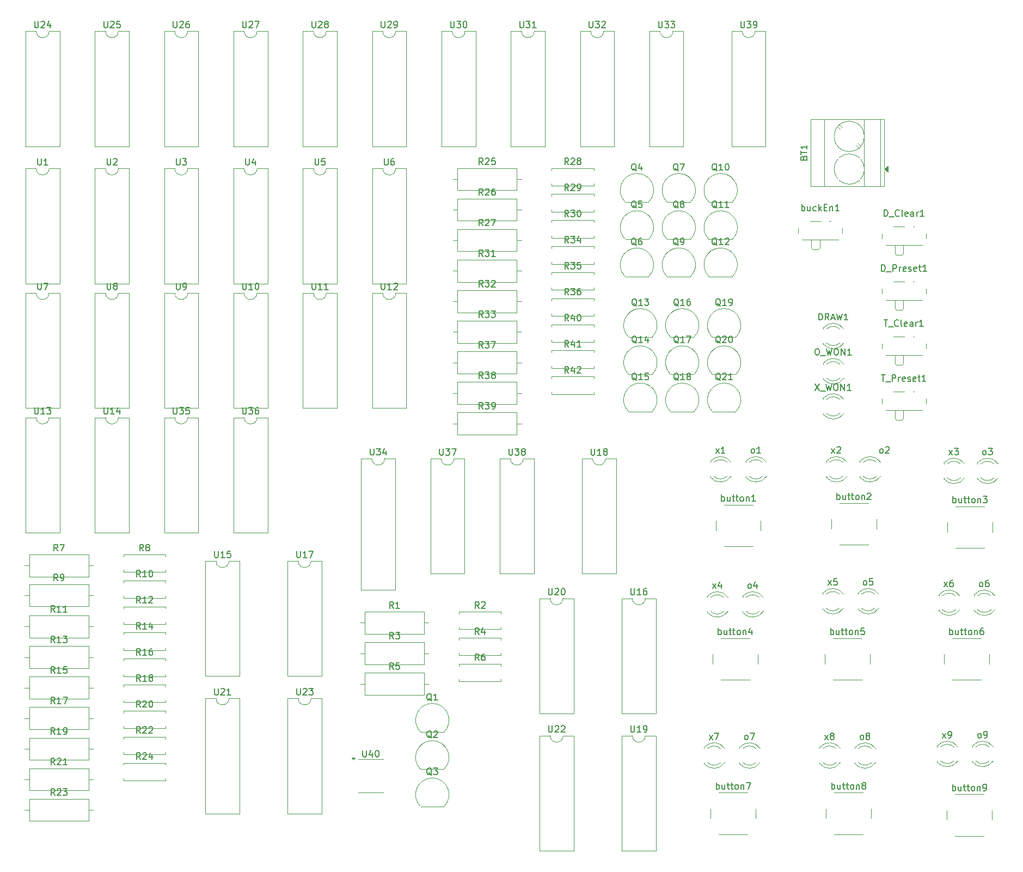
<source format=gbr>
%TF.GenerationSoftware,KiCad,Pcbnew,9.0.0*%
%TF.CreationDate,2025-04-01T09:44:26+05:30*%
%TF.ProjectId,DSD_Project,4453445f-5072-46f6-9a65-63742e6b6963,rev?*%
%TF.SameCoordinates,Original*%
%TF.FileFunction,Legend,Top*%
%TF.FilePolarity,Positive*%
%FSLAX46Y46*%
G04 Gerber Fmt 4.6, Leading zero omitted, Abs format (unit mm)*
G04 Created by KiCad (PCBNEW 9.0.0) date 2025-04-01 09:44:26*
%MOMM*%
%LPD*%
G01*
G04 APERTURE LIST*
%ADD10C,0.150000*%
%ADD11C,0.120000*%
G04 APERTURE END LIST*
D10*
X143911009Y-38825714D02*
X143958628Y-38682857D01*
X143958628Y-38682857D02*
X144006247Y-38635238D01*
X144006247Y-38635238D02*
X144101485Y-38587619D01*
X144101485Y-38587619D02*
X144244342Y-38587619D01*
X144244342Y-38587619D02*
X144339580Y-38635238D01*
X144339580Y-38635238D02*
X144387200Y-38682857D01*
X144387200Y-38682857D02*
X144434819Y-38778095D01*
X144434819Y-38778095D02*
X144434819Y-39159047D01*
X144434819Y-39159047D02*
X143434819Y-39159047D01*
X143434819Y-39159047D02*
X143434819Y-38825714D01*
X143434819Y-38825714D02*
X143482438Y-38730476D01*
X143482438Y-38730476D02*
X143530057Y-38682857D01*
X143530057Y-38682857D02*
X143625295Y-38635238D01*
X143625295Y-38635238D02*
X143720533Y-38635238D01*
X143720533Y-38635238D02*
X143815771Y-38682857D01*
X143815771Y-38682857D02*
X143863390Y-38730476D01*
X143863390Y-38730476D02*
X143911009Y-38825714D01*
X143911009Y-38825714D02*
X143911009Y-39159047D01*
X143434819Y-38301904D02*
X143434819Y-37730476D01*
X144434819Y-38016190D02*
X143434819Y-38016190D01*
X144434819Y-36873333D02*
X144434819Y-37444761D01*
X144434819Y-37159047D02*
X143434819Y-37159047D01*
X143434819Y-37159047D02*
X143577676Y-37254285D01*
X143577676Y-37254285D02*
X143672914Y-37349523D01*
X143672914Y-37349523D02*
X143720533Y-37444761D01*
X110851905Y-84044819D02*
X110851905Y-84854342D01*
X110851905Y-84854342D02*
X110899524Y-84949580D01*
X110899524Y-84949580D02*
X110947143Y-84997200D01*
X110947143Y-84997200D02*
X111042381Y-85044819D01*
X111042381Y-85044819D02*
X111232857Y-85044819D01*
X111232857Y-85044819D02*
X111328095Y-84997200D01*
X111328095Y-84997200D02*
X111375714Y-84949580D01*
X111375714Y-84949580D02*
X111423333Y-84854342D01*
X111423333Y-84854342D02*
X111423333Y-84044819D01*
X112423333Y-85044819D02*
X111851905Y-85044819D01*
X112137619Y-85044819D02*
X112137619Y-84044819D01*
X112137619Y-84044819D02*
X112042381Y-84187676D01*
X112042381Y-84187676D02*
X111947143Y-84282914D01*
X111947143Y-84282914D02*
X111851905Y-84330533D01*
X112994762Y-84473390D02*
X112899524Y-84425771D01*
X112899524Y-84425771D02*
X112851905Y-84378152D01*
X112851905Y-84378152D02*
X112804286Y-84282914D01*
X112804286Y-84282914D02*
X112804286Y-84235295D01*
X112804286Y-84235295D02*
X112851905Y-84140057D01*
X112851905Y-84140057D02*
X112899524Y-84092438D01*
X112899524Y-84092438D02*
X112994762Y-84044819D01*
X112994762Y-84044819D02*
X113185238Y-84044819D01*
X113185238Y-84044819D02*
X113280476Y-84092438D01*
X113280476Y-84092438D02*
X113328095Y-84140057D01*
X113328095Y-84140057D02*
X113375714Y-84235295D01*
X113375714Y-84235295D02*
X113375714Y-84282914D01*
X113375714Y-84282914D02*
X113328095Y-84378152D01*
X113328095Y-84378152D02*
X113280476Y-84425771D01*
X113280476Y-84425771D02*
X113185238Y-84473390D01*
X113185238Y-84473390D02*
X112994762Y-84473390D01*
X112994762Y-84473390D02*
X112899524Y-84521009D01*
X112899524Y-84521009D02*
X112851905Y-84568628D01*
X112851905Y-84568628D02*
X112804286Y-84663866D01*
X112804286Y-84663866D02*
X112804286Y-84854342D01*
X112804286Y-84854342D02*
X112851905Y-84949580D01*
X112851905Y-84949580D02*
X112899524Y-84997200D01*
X112899524Y-84997200D02*
X112994762Y-85044819D01*
X112994762Y-85044819D02*
X113185238Y-85044819D01*
X113185238Y-85044819D02*
X113280476Y-84997200D01*
X113280476Y-84997200D02*
X113328095Y-84949580D01*
X113328095Y-84949580D02*
X113375714Y-84854342D01*
X113375714Y-84854342D02*
X113375714Y-84663866D01*
X113375714Y-84663866D02*
X113328095Y-84568628D01*
X113328095Y-84568628D02*
X113280476Y-84521009D01*
X113280476Y-84521009D02*
X113185238Y-84473390D01*
X104251905Y-105764819D02*
X104251905Y-106574342D01*
X104251905Y-106574342D02*
X104299524Y-106669580D01*
X104299524Y-106669580D02*
X104347143Y-106717200D01*
X104347143Y-106717200D02*
X104442381Y-106764819D01*
X104442381Y-106764819D02*
X104632857Y-106764819D01*
X104632857Y-106764819D02*
X104728095Y-106717200D01*
X104728095Y-106717200D02*
X104775714Y-106669580D01*
X104775714Y-106669580D02*
X104823333Y-106574342D01*
X104823333Y-106574342D02*
X104823333Y-105764819D01*
X105251905Y-105860057D02*
X105299524Y-105812438D01*
X105299524Y-105812438D02*
X105394762Y-105764819D01*
X105394762Y-105764819D02*
X105632857Y-105764819D01*
X105632857Y-105764819D02*
X105728095Y-105812438D01*
X105728095Y-105812438D02*
X105775714Y-105860057D01*
X105775714Y-105860057D02*
X105823333Y-105955295D01*
X105823333Y-105955295D02*
X105823333Y-106050533D01*
X105823333Y-106050533D02*
X105775714Y-106193390D01*
X105775714Y-106193390D02*
X105204286Y-106764819D01*
X105204286Y-106764819D02*
X105823333Y-106764819D01*
X106442381Y-105764819D02*
X106537619Y-105764819D01*
X106537619Y-105764819D02*
X106632857Y-105812438D01*
X106632857Y-105812438D02*
X106680476Y-105860057D01*
X106680476Y-105860057D02*
X106728095Y-105955295D01*
X106728095Y-105955295D02*
X106775714Y-106145771D01*
X106775714Y-106145771D02*
X106775714Y-106383866D01*
X106775714Y-106383866D02*
X106728095Y-106574342D01*
X106728095Y-106574342D02*
X106680476Y-106669580D01*
X106680476Y-106669580D02*
X106632857Y-106717200D01*
X106632857Y-106717200D02*
X106537619Y-106764819D01*
X106537619Y-106764819D02*
X106442381Y-106764819D01*
X106442381Y-106764819D02*
X106347143Y-106717200D01*
X106347143Y-106717200D02*
X106299524Y-106669580D01*
X106299524Y-106669580D02*
X106251905Y-106574342D01*
X106251905Y-106574342D02*
X106204286Y-106383866D01*
X106204286Y-106383866D02*
X106204286Y-106145771D01*
X106204286Y-106145771D02*
X106251905Y-105955295D01*
X106251905Y-105955295D02*
X106299524Y-105860057D01*
X106299524Y-105860057D02*
X106347143Y-105812438D01*
X106347143Y-105812438D02*
X106442381Y-105764819D01*
X46358095Y-38954819D02*
X46358095Y-39764342D01*
X46358095Y-39764342D02*
X46405714Y-39859580D01*
X46405714Y-39859580D02*
X46453333Y-39907200D01*
X46453333Y-39907200D02*
X46548571Y-39954819D01*
X46548571Y-39954819D02*
X46739047Y-39954819D01*
X46739047Y-39954819D02*
X46834285Y-39907200D01*
X46834285Y-39907200D02*
X46881904Y-39859580D01*
X46881904Y-39859580D02*
X46929523Y-39764342D01*
X46929523Y-39764342D02*
X46929523Y-38954819D01*
X47310476Y-38954819D02*
X47929523Y-38954819D01*
X47929523Y-38954819D02*
X47596190Y-39335771D01*
X47596190Y-39335771D02*
X47739047Y-39335771D01*
X47739047Y-39335771D02*
X47834285Y-39383390D01*
X47834285Y-39383390D02*
X47881904Y-39431009D01*
X47881904Y-39431009D02*
X47929523Y-39526247D01*
X47929523Y-39526247D02*
X47929523Y-39764342D01*
X47929523Y-39764342D02*
X47881904Y-39859580D01*
X47881904Y-39859580D02*
X47834285Y-39907200D01*
X47834285Y-39907200D02*
X47739047Y-39954819D01*
X47739047Y-39954819D02*
X47453333Y-39954819D01*
X47453333Y-39954819D02*
X47358095Y-39907200D01*
X47358095Y-39907200D02*
X47310476Y-39859580D01*
X130320952Y-136954819D02*
X130320952Y-135954819D01*
X130320952Y-136335771D02*
X130416190Y-136288152D01*
X130416190Y-136288152D02*
X130606666Y-136288152D01*
X130606666Y-136288152D02*
X130701904Y-136335771D01*
X130701904Y-136335771D02*
X130749523Y-136383390D01*
X130749523Y-136383390D02*
X130797142Y-136478628D01*
X130797142Y-136478628D02*
X130797142Y-136764342D01*
X130797142Y-136764342D02*
X130749523Y-136859580D01*
X130749523Y-136859580D02*
X130701904Y-136907200D01*
X130701904Y-136907200D02*
X130606666Y-136954819D01*
X130606666Y-136954819D02*
X130416190Y-136954819D01*
X130416190Y-136954819D02*
X130320952Y-136907200D01*
X131654285Y-136288152D02*
X131654285Y-136954819D01*
X131225714Y-136288152D02*
X131225714Y-136811961D01*
X131225714Y-136811961D02*
X131273333Y-136907200D01*
X131273333Y-136907200D02*
X131368571Y-136954819D01*
X131368571Y-136954819D02*
X131511428Y-136954819D01*
X131511428Y-136954819D02*
X131606666Y-136907200D01*
X131606666Y-136907200D02*
X131654285Y-136859580D01*
X131987619Y-136288152D02*
X132368571Y-136288152D01*
X132130476Y-135954819D02*
X132130476Y-136811961D01*
X132130476Y-136811961D02*
X132178095Y-136907200D01*
X132178095Y-136907200D02*
X132273333Y-136954819D01*
X132273333Y-136954819D02*
X132368571Y-136954819D01*
X132559048Y-136288152D02*
X132940000Y-136288152D01*
X132701905Y-135954819D02*
X132701905Y-136811961D01*
X132701905Y-136811961D02*
X132749524Y-136907200D01*
X132749524Y-136907200D02*
X132844762Y-136954819D01*
X132844762Y-136954819D02*
X132940000Y-136954819D01*
X133416191Y-136954819D02*
X133320953Y-136907200D01*
X133320953Y-136907200D02*
X133273334Y-136859580D01*
X133273334Y-136859580D02*
X133225715Y-136764342D01*
X133225715Y-136764342D02*
X133225715Y-136478628D01*
X133225715Y-136478628D02*
X133273334Y-136383390D01*
X133273334Y-136383390D02*
X133320953Y-136335771D01*
X133320953Y-136335771D02*
X133416191Y-136288152D01*
X133416191Y-136288152D02*
X133559048Y-136288152D01*
X133559048Y-136288152D02*
X133654286Y-136335771D01*
X133654286Y-136335771D02*
X133701905Y-136383390D01*
X133701905Y-136383390D02*
X133749524Y-136478628D01*
X133749524Y-136478628D02*
X133749524Y-136764342D01*
X133749524Y-136764342D02*
X133701905Y-136859580D01*
X133701905Y-136859580D02*
X133654286Y-136907200D01*
X133654286Y-136907200D02*
X133559048Y-136954819D01*
X133559048Y-136954819D02*
X133416191Y-136954819D01*
X134178096Y-136288152D02*
X134178096Y-136954819D01*
X134178096Y-136383390D02*
X134225715Y-136335771D01*
X134225715Y-136335771D02*
X134320953Y-136288152D01*
X134320953Y-136288152D02*
X134463810Y-136288152D01*
X134463810Y-136288152D02*
X134559048Y-136335771D01*
X134559048Y-136335771D02*
X134606667Y-136431009D01*
X134606667Y-136431009D02*
X134606667Y-136954819D01*
X134987620Y-135954819D02*
X135654286Y-135954819D01*
X135654286Y-135954819D02*
X135225715Y-136954819D01*
X67441905Y-17604819D02*
X67441905Y-18414342D01*
X67441905Y-18414342D02*
X67489524Y-18509580D01*
X67489524Y-18509580D02*
X67537143Y-18557200D01*
X67537143Y-18557200D02*
X67632381Y-18604819D01*
X67632381Y-18604819D02*
X67822857Y-18604819D01*
X67822857Y-18604819D02*
X67918095Y-18557200D01*
X67918095Y-18557200D02*
X67965714Y-18509580D01*
X67965714Y-18509580D02*
X68013333Y-18414342D01*
X68013333Y-18414342D02*
X68013333Y-17604819D01*
X68441905Y-17700057D02*
X68489524Y-17652438D01*
X68489524Y-17652438D02*
X68584762Y-17604819D01*
X68584762Y-17604819D02*
X68822857Y-17604819D01*
X68822857Y-17604819D02*
X68918095Y-17652438D01*
X68918095Y-17652438D02*
X68965714Y-17700057D01*
X68965714Y-17700057D02*
X69013333Y-17795295D01*
X69013333Y-17795295D02*
X69013333Y-17890533D01*
X69013333Y-17890533D02*
X68965714Y-18033390D01*
X68965714Y-18033390D02*
X68394286Y-18604819D01*
X68394286Y-18604819D02*
X69013333Y-18604819D01*
X69584762Y-18033390D02*
X69489524Y-17985771D01*
X69489524Y-17985771D02*
X69441905Y-17938152D01*
X69441905Y-17938152D02*
X69394286Y-17842914D01*
X69394286Y-17842914D02*
X69394286Y-17795295D01*
X69394286Y-17795295D02*
X69441905Y-17700057D01*
X69441905Y-17700057D02*
X69489524Y-17652438D01*
X69489524Y-17652438D02*
X69584762Y-17604819D01*
X69584762Y-17604819D02*
X69775238Y-17604819D01*
X69775238Y-17604819D02*
X69870476Y-17652438D01*
X69870476Y-17652438D02*
X69918095Y-17700057D01*
X69918095Y-17700057D02*
X69965714Y-17795295D01*
X69965714Y-17795295D02*
X69965714Y-17842914D01*
X69965714Y-17842914D02*
X69918095Y-17938152D01*
X69918095Y-17938152D02*
X69870476Y-17985771D01*
X69870476Y-17985771D02*
X69775238Y-18033390D01*
X69775238Y-18033390D02*
X69584762Y-18033390D01*
X69584762Y-18033390D02*
X69489524Y-18081009D01*
X69489524Y-18081009D02*
X69441905Y-18128628D01*
X69441905Y-18128628D02*
X69394286Y-18223866D01*
X69394286Y-18223866D02*
X69394286Y-18414342D01*
X69394286Y-18414342D02*
X69441905Y-18509580D01*
X69441905Y-18509580D02*
X69489524Y-18557200D01*
X69489524Y-18557200D02*
X69584762Y-18604819D01*
X69584762Y-18604819D02*
X69775238Y-18604819D01*
X69775238Y-18604819D02*
X69870476Y-18557200D01*
X69870476Y-18557200D02*
X69918095Y-18509580D01*
X69918095Y-18509580D02*
X69965714Y-18414342D01*
X69965714Y-18414342D02*
X69965714Y-18223866D01*
X69965714Y-18223866D02*
X69918095Y-18128628D01*
X69918095Y-18128628D02*
X69870476Y-18081009D01*
X69870476Y-18081009D02*
X69775238Y-18033390D01*
X65071905Y-121314819D02*
X65071905Y-122124342D01*
X65071905Y-122124342D02*
X65119524Y-122219580D01*
X65119524Y-122219580D02*
X65167143Y-122267200D01*
X65167143Y-122267200D02*
X65262381Y-122314819D01*
X65262381Y-122314819D02*
X65452857Y-122314819D01*
X65452857Y-122314819D02*
X65548095Y-122267200D01*
X65548095Y-122267200D02*
X65595714Y-122219580D01*
X65595714Y-122219580D02*
X65643333Y-122124342D01*
X65643333Y-122124342D02*
X65643333Y-121314819D01*
X66071905Y-121410057D02*
X66119524Y-121362438D01*
X66119524Y-121362438D02*
X66214762Y-121314819D01*
X66214762Y-121314819D02*
X66452857Y-121314819D01*
X66452857Y-121314819D02*
X66548095Y-121362438D01*
X66548095Y-121362438D02*
X66595714Y-121410057D01*
X66595714Y-121410057D02*
X66643333Y-121505295D01*
X66643333Y-121505295D02*
X66643333Y-121600533D01*
X66643333Y-121600533D02*
X66595714Y-121743390D01*
X66595714Y-121743390D02*
X66024286Y-122314819D01*
X66024286Y-122314819D02*
X66643333Y-122314819D01*
X66976667Y-121314819D02*
X67595714Y-121314819D01*
X67595714Y-121314819D02*
X67262381Y-121695771D01*
X67262381Y-121695771D02*
X67405238Y-121695771D01*
X67405238Y-121695771D02*
X67500476Y-121743390D01*
X67500476Y-121743390D02*
X67548095Y-121791009D01*
X67548095Y-121791009D02*
X67595714Y-121886247D01*
X67595714Y-121886247D02*
X67595714Y-122124342D01*
X67595714Y-122124342D02*
X67548095Y-122219580D01*
X67548095Y-122219580D02*
X67500476Y-122267200D01*
X67500476Y-122267200D02*
X67405238Y-122314819D01*
X67405238Y-122314819D02*
X67119524Y-122314819D01*
X67119524Y-122314819D02*
X67024286Y-122267200D01*
X67024286Y-122267200D02*
X66976667Y-122219580D01*
X35101905Y-77654819D02*
X35101905Y-78464342D01*
X35101905Y-78464342D02*
X35149524Y-78559580D01*
X35149524Y-78559580D02*
X35197143Y-78607200D01*
X35197143Y-78607200D02*
X35292381Y-78654819D01*
X35292381Y-78654819D02*
X35482857Y-78654819D01*
X35482857Y-78654819D02*
X35578095Y-78607200D01*
X35578095Y-78607200D02*
X35625714Y-78559580D01*
X35625714Y-78559580D02*
X35673333Y-78464342D01*
X35673333Y-78464342D02*
X35673333Y-77654819D01*
X36673333Y-78654819D02*
X36101905Y-78654819D01*
X36387619Y-78654819D02*
X36387619Y-77654819D01*
X36387619Y-77654819D02*
X36292381Y-77797676D01*
X36292381Y-77797676D02*
X36197143Y-77892914D01*
X36197143Y-77892914D02*
X36101905Y-77940533D01*
X37530476Y-77988152D02*
X37530476Y-78654819D01*
X37292381Y-77607200D02*
X37054286Y-78321485D01*
X37054286Y-78321485D02*
X37673333Y-78321485D01*
X167130952Y-92454819D02*
X167130952Y-91454819D01*
X167130952Y-91835771D02*
X167226190Y-91788152D01*
X167226190Y-91788152D02*
X167416666Y-91788152D01*
X167416666Y-91788152D02*
X167511904Y-91835771D01*
X167511904Y-91835771D02*
X167559523Y-91883390D01*
X167559523Y-91883390D02*
X167607142Y-91978628D01*
X167607142Y-91978628D02*
X167607142Y-92264342D01*
X167607142Y-92264342D02*
X167559523Y-92359580D01*
X167559523Y-92359580D02*
X167511904Y-92407200D01*
X167511904Y-92407200D02*
X167416666Y-92454819D01*
X167416666Y-92454819D02*
X167226190Y-92454819D01*
X167226190Y-92454819D02*
X167130952Y-92407200D01*
X168464285Y-91788152D02*
X168464285Y-92454819D01*
X168035714Y-91788152D02*
X168035714Y-92311961D01*
X168035714Y-92311961D02*
X168083333Y-92407200D01*
X168083333Y-92407200D02*
X168178571Y-92454819D01*
X168178571Y-92454819D02*
X168321428Y-92454819D01*
X168321428Y-92454819D02*
X168416666Y-92407200D01*
X168416666Y-92407200D02*
X168464285Y-92359580D01*
X168797619Y-91788152D02*
X169178571Y-91788152D01*
X168940476Y-91454819D02*
X168940476Y-92311961D01*
X168940476Y-92311961D02*
X168988095Y-92407200D01*
X168988095Y-92407200D02*
X169083333Y-92454819D01*
X169083333Y-92454819D02*
X169178571Y-92454819D01*
X169369048Y-91788152D02*
X169750000Y-91788152D01*
X169511905Y-91454819D02*
X169511905Y-92311961D01*
X169511905Y-92311961D02*
X169559524Y-92407200D01*
X169559524Y-92407200D02*
X169654762Y-92454819D01*
X169654762Y-92454819D02*
X169750000Y-92454819D01*
X170226191Y-92454819D02*
X170130953Y-92407200D01*
X170130953Y-92407200D02*
X170083334Y-92359580D01*
X170083334Y-92359580D02*
X170035715Y-92264342D01*
X170035715Y-92264342D02*
X170035715Y-91978628D01*
X170035715Y-91978628D02*
X170083334Y-91883390D01*
X170083334Y-91883390D02*
X170130953Y-91835771D01*
X170130953Y-91835771D02*
X170226191Y-91788152D01*
X170226191Y-91788152D02*
X170369048Y-91788152D01*
X170369048Y-91788152D02*
X170464286Y-91835771D01*
X170464286Y-91835771D02*
X170511905Y-91883390D01*
X170511905Y-91883390D02*
X170559524Y-91978628D01*
X170559524Y-91978628D02*
X170559524Y-92264342D01*
X170559524Y-92264342D02*
X170511905Y-92359580D01*
X170511905Y-92359580D02*
X170464286Y-92407200D01*
X170464286Y-92407200D02*
X170369048Y-92454819D01*
X170369048Y-92454819D02*
X170226191Y-92454819D01*
X170988096Y-91788152D02*
X170988096Y-92454819D01*
X170988096Y-91883390D02*
X171035715Y-91835771D01*
X171035715Y-91835771D02*
X171130953Y-91788152D01*
X171130953Y-91788152D02*
X171273810Y-91788152D01*
X171273810Y-91788152D02*
X171369048Y-91835771D01*
X171369048Y-91835771D02*
X171416667Y-91931009D01*
X171416667Y-91931009D02*
X171416667Y-92454819D01*
X171797620Y-91454819D02*
X172416667Y-91454819D01*
X172416667Y-91454819D02*
X172083334Y-91835771D01*
X172083334Y-91835771D02*
X172226191Y-91835771D01*
X172226191Y-91835771D02*
X172321429Y-91883390D01*
X172321429Y-91883390D02*
X172369048Y-91931009D01*
X172369048Y-91931009D02*
X172416667Y-92026247D01*
X172416667Y-92026247D02*
X172416667Y-92264342D01*
X172416667Y-92264342D02*
X172369048Y-92359580D01*
X172369048Y-92359580D02*
X172321429Y-92407200D01*
X172321429Y-92407200D02*
X172226191Y-92454819D01*
X172226191Y-92454819D02*
X171940477Y-92454819D01*
X171940477Y-92454819D02*
X171845239Y-92407200D01*
X171845239Y-92407200D02*
X171797620Y-92359580D01*
X107357142Y-68234819D02*
X107023809Y-67758628D01*
X106785714Y-68234819D02*
X106785714Y-67234819D01*
X106785714Y-67234819D02*
X107166666Y-67234819D01*
X107166666Y-67234819D02*
X107261904Y-67282438D01*
X107261904Y-67282438D02*
X107309523Y-67330057D01*
X107309523Y-67330057D02*
X107357142Y-67425295D01*
X107357142Y-67425295D02*
X107357142Y-67568152D01*
X107357142Y-67568152D02*
X107309523Y-67663390D01*
X107309523Y-67663390D02*
X107261904Y-67711009D01*
X107261904Y-67711009D02*
X107166666Y-67758628D01*
X107166666Y-67758628D02*
X106785714Y-67758628D01*
X108214285Y-67568152D02*
X108214285Y-68234819D01*
X107976190Y-67187200D02*
X107738095Y-67901485D01*
X107738095Y-67901485D02*
X108357142Y-67901485D01*
X109261904Y-68234819D02*
X108690476Y-68234819D01*
X108976190Y-68234819D02*
X108976190Y-67234819D01*
X108976190Y-67234819D02*
X108880952Y-67377676D01*
X108880952Y-67377676D02*
X108785714Y-67472914D01*
X108785714Y-67472914D02*
X108690476Y-67520533D01*
X24321905Y-77654819D02*
X24321905Y-78464342D01*
X24321905Y-78464342D02*
X24369524Y-78559580D01*
X24369524Y-78559580D02*
X24417143Y-78607200D01*
X24417143Y-78607200D02*
X24512381Y-78654819D01*
X24512381Y-78654819D02*
X24702857Y-78654819D01*
X24702857Y-78654819D02*
X24798095Y-78607200D01*
X24798095Y-78607200D02*
X24845714Y-78559580D01*
X24845714Y-78559580D02*
X24893333Y-78464342D01*
X24893333Y-78464342D02*
X24893333Y-77654819D01*
X25893333Y-78654819D02*
X25321905Y-78654819D01*
X25607619Y-78654819D02*
X25607619Y-77654819D01*
X25607619Y-77654819D02*
X25512381Y-77797676D01*
X25512381Y-77797676D02*
X25417143Y-77892914D01*
X25417143Y-77892914D02*
X25321905Y-77940533D01*
X26226667Y-77654819D02*
X26845714Y-77654819D01*
X26845714Y-77654819D02*
X26512381Y-78035771D01*
X26512381Y-78035771D02*
X26655238Y-78035771D01*
X26655238Y-78035771D02*
X26750476Y-78083390D01*
X26750476Y-78083390D02*
X26798095Y-78131009D01*
X26798095Y-78131009D02*
X26845714Y-78226247D01*
X26845714Y-78226247D02*
X26845714Y-78464342D01*
X26845714Y-78464342D02*
X26798095Y-78559580D01*
X26798095Y-78559580D02*
X26750476Y-78607200D01*
X26750476Y-78607200D02*
X26655238Y-78654819D01*
X26655238Y-78654819D02*
X26369524Y-78654819D01*
X26369524Y-78654819D02*
X26274286Y-78607200D01*
X26274286Y-78607200D02*
X26226667Y-78559580D01*
X40757142Y-108034819D02*
X40423809Y-107558628D01*
X40185714Y-108034819D02*
X40185714Y-107034819D01*
X40185714Y-107034819D02*
X40566666Y-107034819D01*
X40566666Y-107034819D02*
X40661904Y-107082438D01*
X40661904Y-107082438D02*
X40709523Y-107130057D01*
X40709523Y-107130057D02*
X40757142Y-107225295D01*
X40757142Y-107225295D02*
X40757142Y-107368152D01*
X40757142Y-107368152D02*
X40709523Y-107463390D01*
X40709523Y-107463390D02*
X40661904Y-107511009D01*
X40661904Y-107511009D02*
X40566666Y-107558628D01*
X40566666Y-107558628D02*
X40185714Y-107558628D01*
X41709523Y-108034819D02*
X41138095Y-108034819D01*
X41423809Y-108034819D02*
X41423809Y-107034819D01*
X41423809Y-107034819D02*
X41328571Y-107177676D01*
X41328571Y-107177676D02*
X41233333Y-107272914D01*
X41233333Y-107272914D02*
X41138095Y-107320533D01*
X42090476Y-107130057D02*
X42138095Y-107082438D01*
X42138095Y-107082438D02*
X42233333Y-107034819D01*
X42233333Y-107034819D02*
X42471428Y-107034819D01*
X42471428Y-107034819D02*
X42566666Y-107082438D01*
X42566666Y-107082438D02*
X42614285Y-107130057D01*
X42614285Y-107130057D02*
X42661904Y-107225295D01*
X42661904Y-107225295D02*
X42661904Y-107320533D01*
X42661904Y-107320533D02*
X42614285Y-107463390D01*
X42614285Y-107463390D02*
X42042857Y-108034819D01*
X42042857Y-108034819D02*
X42661904Y-108034819D01*
X80113333Y-118344819D02*
X79780000Y-117868628D01*
X79541905Y-118344819D02*
X79541905Y-117344819D01*
X79541905Y-117344819D02*
X79922857Y-117344819D01*
X79922857Y-117344819D02*
X80018095Y-117392438D01*
X80018095Y-117392438D02*
X80065714Y-117440057D01*
X80065714Y-117440057D02*
X80113333Y-117535295D01*
X80113333Y-117535295D02*
X80113333Y-117678152D01*
X80113333Y-117678152D02*
X80065714Y-117773390D01*
X80065714Y-117773390D02*
X80018095Y-117821009D01*
X80018095Y-117821009D02*
X79922857Y-117868628D01*
X79922857Y-117868628D02*
X79541905Y-117868628D01*
X81018095Y-117344819D02*
X80541905Y-117344819D01*
X80541905Y-117344819D02*
X80494286Y-117821009D01*
X80494286Y-117821009D02*
X80541905Y-117773390D01*
X80541905Y-117773390D02*
X80637143Y-117725771D01*
X80637143Y-117725771D02*
X80875238Y-117725771D01*
X80875238Y-117725771D02*
X80970476Y-117773390D01*
X80970476Y-117773390D02*
X81018095Y-117821009D01*
X81018095Y-117821009D02*
X81065714Y-117916247D01*
X81065714Y-117916247D02*
X81065714Y-118154342D01*
X81065714Y-118154342D02*
X81018095Y-118249580D01*
X81018095Y-118249580D02*
X80970476Y-118297200D01*
X80970476Y-118297200D02*
X80875238Y-118344819D01*
X80875238Y-118344819D02*
X80637143Y-118344819D01*
X80637143Y-118344819D02*
X80541905Y-118297200D01*
X80541905Y-118297200D02*
X80494286Y-118249580D01*
X147701905Y-105244819D02*
X148225714Y-104578152D01*
X147701905Y-104578152D02*
X148225714Y-105244819D01*
X149082857Y-104244819D02*
X148606667Y-104244819D01*
X148606667Y-104244819D02*
X148559048Y-104721009D01*
X148559048Y-104721009D02*
X148606667Y-104673390D01*
X148606667Y-104673390D02*
X148701905Y-104625771D01*
X148701905Y-104625771D02*
X148940000Y-104625771D01*
X148940000Y-104625771D02*
X149035238Y-104673390D01*
X149035238Y-104673390D02*
X149082857Y-104721009D01*
X149082857Y-104721009D02*
X149130476Y-104816247D01*
X149130476Y-104816247D02*
X149130476Y-105054342D01*
X149130476Y-105054342D02*
X149082857Y-105149580D01*
X149082857Y-105149580D02*
X149035238Y-105197200D01*
X149035238Y-105197200D02*
X148940000Y-105244819D01*
X148940000Y-105244819D02*
X148701905Y-105244819D01*
X148701905Y-105244819D02*
X148606667Y-105197200D01*
X148606667Y-105197200D02*
X148559048Y-105149580D01*
X94047142Y-68384819D02*
X93713809Y-67908628D01*
X93475714Y-68384819D02*
X93475714Y-67384819D01*
X93475714Y-67384819D02*
X93856666Y-67384819D01*
X93856666Y-67384819D02*
X93951904Y-67432438D01*
X93951904Y-67432438D02*
X93999523Y-67480057D01*
X93999523Y-67480057D02*
X94047142Y-67575295D01*
X94047142Y-67575295D02*
X94047142Y-67718152D01*
X94047142Y-67718152D02*
X93999523Y-67813390D01*
X93999523Y-67813390D02*
X93951904Y-67861009D01*
X93951904Y-67861009D02*
X93856666Y-67908628D01*
X93856666Y-67908628D02*
X93475714Y-67908628D01*
X94380476Y-67384819D02*
X94999523Y-67384819D01*
X94999523Y-67384819D02*
X94666190Y-67765771D01*
X94666190Y-67765771D02*
X94809047Y-67765771D01*
X94809047Y-67765771D02*
X94904285Y-67813390D01*
X94904285Y-67813390D02*
X94951904Y-67861009D01*
X94951904Y-67861009D02*
X94999523Y-67956247D01*
X94999523Y-67956247D02*
X94999523Y-68194342D01*
X94999523Y-68194342D02*
X94951904Y-68289580D01*
X94951904Y-68289580D02*
X94904285Y-68337200D01*
X94904285Y-68337200D02*
X94809047Y-68384819D01*
X94809047Y-68384819D02*
X94523333Y-68384819D01*
X94523333Y-68384819D02*
X94428095Y-68337200D01*
X94428095Y-68337200D02*
X94380476Y-68289580D01*
X95332857Y-67384819D02*
X95999523Y-67384819D01*
X95999523Y-67384819D02*
X95570952Y-68384819D01*
X130231905Y-84744819D02*
X130755714Y-84078152D01*
X130231905Y-84078152D02*
X130755714Y-84744819D01*
X131660476Y-84744819D02*
X131089048Y-84744819D01*
X131374762Y-84744819D02*
X131374762Y-83744819D01*
X131374762Y-83744819D02*
X131279524Y-83887676D01*
X131279524Y-83887676D02*
X131184286Y-83982914D01*
X131184286Y-83982914D02*
X131089048Y-84030533D01*
X145928571Y-68494819D02*
X146119047Y-68494819D01*
X146119047Y-68494819D02*
X146214285Y-68542438D01*
X146214285Y-68542438D02*
X146309523Y-68637676D01*
X146309523Y-68637676D02*
X146357142Y-68828152D01*
X146357142Y-68828152D02*
X146357142Y-69161485D01*
X146357142Y-69161485D02*
X146309523Y-69351961D01*
X146309523Y-69351961D02*
X146214285Y-69447200D01*
X146214285Y-69447200D02*
X146119047Y-69494819D01*
X146119047Y-69494819D02*
X145928571Y-69494819D01*
X145928571Y-69494819D02*
X145833333Y-69447200D01*
X145833333Y-69447200D02*
X145738095Y-69351961D01*
X145738095Y-69351961D02*
X145690476Y-69161485D01*
X145690476Y-69161485D02*
X145690476Y-68828152D01*
X145690476Y-68828152D02*
X145738095Y-68637676D01*
X145738095Y-68637676D02*
X145833333Y-68542438D01*
X145833333Y-68542438D02*
X145928571Y-68494819D01*
X146547619Y-69590057D02*
X147309523Y-69590057D01*
X147452381Y-68494819D02*
X147690476Y-69494819D01*
X147690476Y-69494819D02*
X147880952Y-68780533D01*
X147880952Y-68780533D02*
X148071428Y-69494819D01*
X148071428Y-69494819D02*
X148309524Y-68494819D01*
X148880952Y-68494819D02*
X149071428Y-68494819D01*
X149071428Y-68494819D02*
X149166666Y-68542438D01*
X149166666Y-68542438D02*
X149261904Y-68637676D01*
X149261904Y-68637676D02*
X149309523Y-68828152D01*
X149309523Y-68828152D02*
X149309523Y-69161485D01*
X149309523Y-69161485D02*
X149261904Y-69351961D01*
X149261904Y-69351961D02*
X149166666Y-69447200D01*
X149166666Y-69447200D02*
X149071428Y-69494819D01*
X149071428Y-69494819D02*
X148880952Y-69494819D01*
X148880952Y-69494819D02*
X148785714Y-69447200D01*
X148785714Y-69447200D02*
X148690476Y-69351961D01*
X148690476Y-69351961D02*
X148642857Y-69161485D01*
X148642857Y-69161485D02*
X148642857Y-68828152D01*
X148642857Y-68828152D02*
X148690476Y-68637676D01*
X148690476Y-68637676D02*
X148785714Y-68542438D01*
X148785714Y-68542438D02*
X148880952Y-68494819D01*
X149738095Y-69494819D02*
X149738095Y-68494819D01*
X149738095Y-68494819D02*
X150309523Y-69494819D01*
X150309523Y-69494819D02*
X150309523Y-68494819D01*
X151309523Y-69494819D02*
X150738095Y-69494819D01*
X151023809Y-69494819D02*
X151023809Y-68494819D01*
X151023809Y-68494819D02*
X150928571Y-68637676D01*
X150928571Y-68637676D02*
X150833333Y-68732914D01*
X150833333Y-68732914D02*
X150738095Y-68780533D01*
X124458571Y-67640057D02*
X124363333Y-67592438D01*
X124363333Y-67592438D02*
X124268095Y-67497200D01*
X124268095Y-67497200D02*
X124125238Y-67354342D01*
X124125238Y-67354342D02*
X124030000Y-67306723D01*
X124030000Y-67306723D02*
X123934762Y-67306723D01*
X123982381Y-67544819D02*
X123887143Y-67497200D01*
X123887143Y-67497200D02*
X123791905Y-67401961D01*
X123791905Y-67401961D02*
X123744286Y-67211485D01*
X123744286Y-67211485D02*
X123744286Y-66878152D01*
X123744286Y-66878152D02*
X123791905Y-66687676D01*
X123791905Y-66687676D02*
X123887143Y-66592438D01*
X123887143Y-66592438D02*
X123982381Y-66544819D01*
X123982381Y-66544819D02*
X124172857Y-66544819D01*
X124172857Y-66544819D02*
X124268095Y-66592438D01*
X124268095Y-66592438D02*
X124363333Y-66687676D01*
X124363333Y-66687676D02*
X124410952Y-66878152D01*
X124410952Y-66878152D02*
X124410952Y-67211485D01*
X124410952Y-67211485D02*
X124363333Y-67401961D01*
X124363333Y-67401961D02*
X124268095Y-67497200D01*
X124268095Y-67497200D02*
X124172857Y-67544819D01*
X124172857Y-67544819D02*
X123982381Y-67544819D01*
X125363333Y-67544819D02*
X124791905Y-67544819D01*
X125077619Y-67544819D02*
X125077619Y-66544819D01*
X125077619Y-66544819D02*
X124982381Y-66687676D01*
X124982381Y-66687676D02*
X124887143Y-66782914D01*
X124887143Y-66782914D02*
X124791905Y-66830533D01*
X125696667Y-66544819D02*
X126363333Y-66544819D01*
X126363333Y-66544819D02*
X125934762Y-67544819D01*
X57138095Y-38954819D02*
X57138095Y-39764342D01*
X57138095Y-39764342D02*
X57185714Y-39859580D01*
X57185714Y-39859580D02*
X57233333Y-39907200D01*
X57233333Y-39907200D02*
X57328571Y-39954819D01*
X57328571Y-39954819D02*
X57519047Y-39954819D01*
X57519047Y-39954819D02*
X57614285Y-39907200D01*
X57614285Y-39907200D02*
X57661904Y-39859580D01*
X57661904Y-39859580D02*
X57709523Y-39764342D01*
X57709523Y-39764342D02*
X57709523Y-38954819D01*
X58614285Y-39288152D02*
X58614285Y-39954819D01*
X58376190Y-38907200D02*
X58138095Y-39621485D01*
X58138095Y-39621485D02*
X58757142Y-39621485D01*
X56661905Y-58304819D02*
X56661905Y-59114342D01*
X56661905Y-59114342D02*
X56709524Y-59209580D01*
X56709524Y-59209580D02*
X56757143Y-59257200D01*
X56757143Y-59257200D02*
X56852381Y-59304819D01*
X56852381Y-59304819D02*
X57042857Y-59304819D01*
X57042857Y-59304819D02*
X57138095Y-59257200D01*
X57138095Y-59257200D02*
X57185714Y-59209580D01*
X57185714Y-59209580D02*
X57233333Y-59114342D01*
X57233333Y-59114342D02*
X57233333Y-58304819D01*
X58233333Y-59304819D02*
X57661905Y-59304819D01*
X57947619Y-59304819D02*
X57947619Y-58304819D01*
X57947619Y-58304819D02*
X57852381Y-58447676D01*
X57852381Y-58447676D02*
X57757143Y-58542914D01*
X57757143Y-58542914D02*
X57661905Y-58590533D01*
X58852381Y-58304819D02*
X58947619Y-58304819D01*
X58947619Y-58304819D02*
X59042857Y-58352438D01*
X59042857Y-58352438D02*
X59090476Y-58400057D01*
X59090476Y-58400057D02*
X59138095Y-58495295D01*
X59138095Y-58495295D02*
X59185714Y-58685771D01*
X59185714Y-58685771D02*
X59185714Y-58923866D01*
X59185714Y-58923866D02*
X59138095Y-59114342D01*
X59138095Y-59114342D02*
X59090476Y-59209580D01*
X59090476Y-59209580D02*
X59042857Y-59257200D01*
X59042857Y-59257200D02*
X58947619Y-59304819D01*
X58947619Y-59304819D02*
X58852381Y-59304819D01*
X58852381Y-59304819D02*
X58757143Y-59257200D01*
X58757143Y-59257200D02*
X58709524Y-59209580D01*
X58709524Y-59209580D02*
X58661905Y-59114342D01*
X58661905Y-59114342D02*
X58614286Y-58923866D01*
X58614286Y-58923866D02*
X58614286Y-58685771D01*
X58614286Y-58685771D02*
X58661905Y-58495295D01*
X58661905Y-58495295D02*
X58709524Y-58400057D01*
X58709524Y-58400057D02*
X58757143Y-58352438D01*
X58757143Y-58352438D02*
X58852381Y-58304819D01*
X24321905Y-17604819D02*
X24321905Y-18414342D01*
X24321905Y-18414342D02*
X24369524Y-18509580D01*
X24369524Y-18509580D02*
X24417143Y-18557200D01*
X24417143Y-18557200D02*
X24512381Y-18604819D01*
X24512381Y-18604819D02*
X24702857Y-18604819D01*
X24702857Y-18604819D02*
X24798095Y-18557200D01*
X24798095Y-18557200D02*
X24845714Y-18509580D01*
X24845714Y-18509580D02*
X24893333Y-18414342D01*
X24893333Y-18414342D02*
X24893333Y-17604819D01*
X25321905Y-17700057D02*
X25369524Y-17652438D01*
X25369524Y-17652438D02*
X25464762Y-17604819D01*
X25464762Y-17604819D02*
X25702857Y-17604819D01*
X25702857Y-17604819D02*
X25798095Y-17652438D01*
X25798095Y-17652438D02*
X25845714Y-17700057D01*
X25845714Y-17700057D02*
X25893333Y-17795295D01*
X25893333Y-17795295D02*
X25893333Y-17890533D01*
X25893333Y-17890533D02*
X25845714Y-18033390D01*
X25845714Y-18033390D02*
X25274286Y-18604819D01*
X25274286Y-18604819D02*
X25893333Y-18604819D01*
X26750476Y-17938152D02*
X26750476Y-18604819D01*
X26512381Y-17557200D02*
X26274286Y-18271485D01*
X26274286Y-18271485D02*
X26893333Y-18271485D01*
X78221905Y-17604819D02*
X78221905Y-18414342D01*
X78221905Y-18414342D02*
X78269524Y-18509580D01*
X78269524Y-18509580D02*
X78317143Y-18557200D01*
X78317143Y-18557200D02*
X78412381Y-18604819D01*
X78412381Y-18604819D02*
X78602857Y-18604819D01*
X78602857Y-18604819D02*
X78698095Y-18557200D01*
X78698095Y-18557200D02*
X78745714Y-18509580D01*
X78745714Y-18509580D02*
X78793333Y-18414342D01*
X78793333Y-18414342D02*
X78793333Y-17604819D01*
X79221905Y-17700057D02*
X79269524Y-17652438D01*
X79269524Y-17652438D02*
X79364762Y-17604819D01*
X79364762Y-17604819D02*
X79602857Y-17604819D01*
X79602857Y-17604819D02*
X79698095Y-17652438D01*
X79698095Y-17652438D02*
X79745714Y-17700057D01*
X79745714Y-17700057D02*
X79793333Y-17795295D01*
X79793333Y-17795295D02*
X79793333Y-17890533D01*
X79793333Y-17890533D02*
X79745714Y-18033390D01*
X79745714Y-18033390D02*
X79174286Y-18604819D01*
X79174286Y-18604819D02*
X79793333Y-18604819D01*
X80269524Y-18604819D02*
X80460000Y-18604819D01*
X80460000Y-18604819D02*
X80555238Y-18557200D01*
X80555238Y-18557200D02*
X80602857Y-18509580D01*
X80602857Y-18509580D02*
X80698095Y-18366723D01*
X80698095Y-18366723D02*
X80745714Y-18176247D01*
X80745714Y-18176247D02*
X80745714Y-17795295D01*
X80745714Y-17795295D02*
X80698095Y-17700057D01*
X80698095Y-17700057D02*
X80650476Y-17652438D01*
X80650476Y-17652438D02*
X80555238Y-17604819D01*
X80555238Y-17604819D02*
X80364762Y-17604819D01*
X80364762Y-17604819D02*
X80269524Y-17652438D01*
X80269524Y-17652438D02*
X80221905Y-17700057D01*
X80221905Y-17700057D02*
X80174286Y-17795295D01*
X80174286Y-17795295D02*
X80174286Y-18033390D01*
X80174286Y-18033390D02*
X80221905Y-18128628D01*
X80221905Y-18128628D02*
X80269524Y-18176247D01*
X80269524Y-18176247D02*
X80364762Y-18223866D01*
X80364762Y-18223866D02*
X80555238Y-18223866D01*
X80555238Y-18223866D02*
X80650476Y-18176247D01*
X80650476Y-18176247D02*
X80698095Y-18128628D01*
X80698095Y-18128628D02*
X80745714Y-18033390D01*
X110561905Y-17604819D02*
X110561905Y-18414342D01*
X110561905Y-18414342D02*
X110609524Y-18509580D01*
X110609524Y-18509580D02*
X110657143Y-18557200D01*
X110657143Y-18557200D02*
X110752381Y-18604819D01*
X110752381Y-18604819D02*
X110942857Y-18604819D01*
X110942857Y-18604819D02*
X111038095Y-18557200D01*
X111038095Y-18557200D02*
X111085714Y-18509580D01*
X111085714Y-18509580D02*
X111133333Y-18414342D01*
X111133333Y-18414342D02*
X111133333Y-17604819D01*
X111514286Y-17604819D02*
X112133333Y-17604819D01*
X112133333Y-17604819D02*
X111800000Y-17985771D01*
X111800000Y-17985771D02*
X111942857Y-17985771D01*
X111942857Y-17985771D02*
X112038095Y-18033390D01*
X112038095Y-18033390D02*
X112085714Y-18081009D01*
X112085714Y-18081009D02*
X112133333Y-18176247D01*
X112133333Y-18176247D02*
X112133333Y-18414342D01*
X112133333Y-18414342D02*
X112085714Y-18509580D01*
X112085714Y-18509580D02*
X112038095Y-18557200D01*
X112038095Y-18557200D02*
X111942857Y-18604819D01*
X111942857Y-18604819D02*
X111657143Y-18604819D01*
X111657143Y-18604819D02*
X111561905Y-18557200D01*
X111561905Y-18557200D02*
X111514286Y-18509580D01*
X112514286Y-17700057D02*
X112561905Y-17652438D01*
X112561905Y-17652438D02*
X112657143Y-17604819D01*
X112657143Y-17604819D02*
X112895238Y-17604819D01*
X112895238Y-17604819D02*
X112990476Y-17652438D01*
X112990476Y-17652438D02*
X113038095Y-17700057D01*
X113038095Y-17700057D02*
X113085714Y-17795295D01*
X113085714Y-17795295D02*
X113085714Y-17890533D01*
X113085714Y-17890533D02*
X113038095Y-18033390D01*
X113038095Y-18033390D02*
X112466667Y-18604819D01*
X112466667Y-18604819D02*
X113085714Y-18604819D01*
X165491905Y-128994819D02*
X166015714Y-128328152D01*
X165491905Y-128328152D02*
X166015714Y-128994819D01*
X166444286Y-128994819D02*
X166634762Y-128994819D01*
X166634762Y-128994819D02*
X166730000Y-128947200D01*
X166730000Y-128947200D02*
X166777619Y-128899580D01*
X166777619Y-128899580D02*
X166872857Y-128756723D01*
X166872857Y-128756723D02*
X166920476Y-128566247D01*
X166920476Y-128566247D02*
X166920476Y-128185295D01*
X166920476Y-128185295D02*
X166872857Y-128090057D01*
X166872857Y-128090057D02*
X166825238Y-128042438D01*
X166825238Y-128042438D02*
X166730000Y-127994819D01*
X166730000Y-127994819D02*
X166539524Y-127994819D01*
X166539524Y-127994819D02*
X166444286Y-128042438D01*
X166444286Y-128042438D02*
X166396667Y-128090057D01*
X166396667Y-128090057D02*
X166349048Y-128185295D01*
X166349048Y-128185295D02*
X166349048Y-128423390D01*
X166349048Y-128423390D02*
X166396667Y-128518628D01*
X166396667Y-128518628D02*
X166444286Y-128566247D01*
X166444286Y-128566247D02*
X166539524Y-128613866D01*
X166539524Y-128613866D02*
X166730000Y-128613866D01*
X166730000Y-128613866D02*
X166825238Y-128566247D01*
X166825238Y-128566247D02*
X166872857Y-128518628D01*
X166872857Y-128518628D02*
X166920476Y-128423390D01*
X130968571Y-61850057D02*
X130873333Y-61802438D01*
X130873333Y-61802438D02*
X130778095Y-61707200D01*
X130778095Y-61707200D02*
X130635238Y-61564342D01*
X130635238Y-61564342D02*
X130540000Y-61516723D01*
X130540000Y-61516723D02*
X130444762Y-61516723D01*
X130492381Y-61754819D02*
X130397143Y-61707200D01*
X130397143Y-61707200D02*
X130301905Y-61611961D01*
X130301905Y-61611961D02*
X130254286Y-61421485D01*
X130254286Y-61421485D02*
X130254286Y-61088152D01*
X130254286Y-61088152D02*
X130301905Y-60897676D01*
X130301905Y-60897676D02*
X130397143Y-60802438D01*
X130397143Y-60802438D02*
X130492381Y-60754819D01*
X130492381Y-60754819D02*
X130682857Y-60754819D01*
X130682857Y-60754819D02*
X130778095Y-60802438D01*
X130778095Y-60802438D02*
X130873333Y-60897676D01*
X130873333Y-60897676D02*
X130920952Y-61088152D01*
X130920952Y-61088152D02*
X130920952Y-61421485D01*
X130920952Y-61421485D02*
X130873333Y-61611961D01*
X130873333Y-61611961D02*
X130778095Y-61707200D01*
X130778095Y-61707200D02*
X130682857Y-61754819D01*
X130682857Y-61754819D02*
X130492381Y-61754819D01*
X131873333Y-61754819D02*
X131301905Y-61754819D01*
X131587619Y-61754819D02*
X131587619Y-60754819D01*
X131587619Y-60754819D02*
X131492381Y-60897676D01*
X131492381Y-60897676D02*
X131397143Y-60992914D01*
X131397143Y-60992914D02*
X131301905Y-61040533D01*
X132349524Y-61754819D02*
X132540000Y-61754819D01*
X132540000Y-61754819D02*
X132635238Y-61707200D01*
X132635238Y-61707200D02*
X132682857Y-61659580D01*
X132682857Y-61659580D02*
X132778095Y-61516723D01*
X132778095Y-61516723D02*
X132825714Y-61326247D01*
X132825714Y-61326247D02*
X132825714Y-60945295D01*
X132825714Y-60945295D02*
X132778095Y-60850057D01*
X132778095Y-60850057D02*
X132730476Y-60802438D01*
X132730476Y-60802438D02*
X132635238Y-60754819D01*
X132635238Y-60754819D02*
X132444762Y-60754819D01*
X132444762Y-60754819D02*
X132349524Y-60802438D01*
X132349524Y-60802438D02*
X132301905Y-60850057D01*
X132301905Y-60850057D02*
X132254286Y-60945295D01*
X132254286Y-60945295D02*
X132254286Y-61183390D01*
X132254286Y-61183390D02*
X132301905Y-61278628D01*
X132301905Y-61278628D02*
X132349524Y-61326247D01*
X132349524Y-61326247D02*
X132444762Y-61373866D01*
X132444762Y-61373866D02*
X132635238Y-61373866D01*
X132635238Y-61373866D02*
X132730476Y-61326247D01*
X132730476Y-61326247D02*
X132778095Y-61278628D01*
X132778095Y-61278628D02*
X132825714Y-61183390D01*
X153392381Y-105244819D02*
X153297143Y-105197200D01*
X153297143Y-105197200D02*
X153249524Y-105149580D01*
X153249524Y-105149580D02*
X153201905Y-105054342D01*
X153201905Y-105054342D02*
X153201905Y-104768628D01*
X153201905Y-104768628D02*
X153249524Y-104673390D01*
X153249524Y-104673390D02*
X153297143Y-104625771D01*
X153297143Y-104625771D02*
X153392381Y-104578152D01*
X153392381Y-104578152D02*
X153535238Y-104578152D01*
X153535238Y-104578152D02*
X153630476Y-104625771D01*
X153630476Y-104625771D02*
X153678095Y-104673390D01*
X153678095Y-104673390D02*
X153725714Y-104768628D01*
X153725714Y-104768628D02*
X153725714Y-105054342D01*
X153725714Y-105054342D02*
X153678095Y-105149580D01*
X153678095Y-105149580D02*
X153630476Y-105197200D01*
X153630476Y-105197200D02*
X153535238Y-105244819D01*
X153535238Y-105244819D02*
X153392381Y-105244819D01*
X154630476Y-104244819D02*
X154154286Y-104244819D01*
X154154286Y-104244819D02*
X154106667Y-104721009D01*
X154106667Y-104721009D02*
X154154286Y-104673390D01*
X154154286Y-104673390D02*
X154249524Y-104625771D01*
X154249524Y-104625771D02*
X154487619Y-104625771D01*
X154487619Y-104625771D02*
X154582857Y-104673390D01*
X154582857Y-104673390D02*
X154630476Y-104721009D01*
X154630476Y-104721009D02*
X154678095Y-104816247D01*
X154678095Y-104816247D02*
X154678095Y-105054342D01*
X154678095Y-105054342D02*
X154630476Y-105149580D01*
X154630476Y-105149580D02*
X154582857Y-105197200D01*
X154582857Y-105197200D02*
X154487619Y-105244819D01*
X154487619Y-105244819D02*
X154249524Y-105244819D01*
X154249524Y-105244819D02*
X154154286Y-105197200D01*
X154154286Y-105197200D02*
X154106667Y-105149580D01*
X166531905Y-84994819D02*
X167055714Y-84328152D01*
X166531905Y-84328152D02*
X167055714Y-84994819D01*
X167341429Y-83994819D02*
X167960476Y-83994819D01*
X167960476Y-83994819D02*
X167627143Y-84375771D01*
X167627143Y-84375771D02*
X167770000Y-84375771D01*
X167770000Y-84375771D02*
X167865238Y-84423390D01*
X167865238Y-84423390D02*
X167912857Y-84471009D01*
X167912857Y-84471009D02*
X167960476Y-84566247D01*
X167960476Y-84566247D02*
X167960476Y-84804342D01*
X167960476Y-84804342D02*
X167912857Y-84899580D01*
X167912857Y-84899580D02*
X167865238Y-84947200D01*
X167865238Y-84947200D02*
X167770000Y-84994819D01*
X167770000Y-84994819D02*
X167484286Y-84994819D01*
X167484286Y-84994819D02*
X167389048Y-84947200D01*
X167389048Y-84947200D02*
X167341429Y-84899580D01*
X94047142Y-58884819D02*
X93713809Y-58408628D01*
X93475714Y-58884819D02*
X93475714Y-57884819D01*
X93475714Y-57884819D02*
X93856666Y-57884819D01*
X93856666Y-57884819D02*
X93951904Y-57932438D01*
X93951904Y-57932438D02*
X93999523Y-57980057D01*
X93999523Y-57980057D02*
X94047142Y-58075295D01*
X94047142Y-58075295D02*
X94047142Y-58218152D01*
X94047142Y-58218152D02*
X93999523Y-58313390D01*
X93999523Y-58313390D02*
X93951904Y-58361009D01*
X93951904Y-58361009D02*
X93856666Y-58408628D01*
X93856666Y-58408628D02*
X93475714Y-58408628D01*
X94380476Y-57884819D02*
X94999523Y-57884819D01*
X94999523Y-57884819D02*
X94666190Y-58265771D01*
X94666190Y-58265771D02*
X94809047Y-58265771D01*
X94809047Y-58265771D02*
X94904285Y-58313390D01*
X94904285Y-58313390D02*
X94951904Y-58361009D01*
X94951904Y-58361009D02*
X94999523Y-58456247D01*
X94999523Y-58456247D02*
X94999523Y-58694342D01*
X94999523Y-58694342D02*
X94951904Y-58789580D01*
X94951904Y-58789580D02*
X94904285Y-58837200D01*
X94904285Y-58837200D02*
X94809047Y-58884819D01*
X94809047Y-58884819D02*
X94523333Y-58884819D01*
X94523333Y-58884819D02*
X94428095Y-58837200D01*
X94428095Y-58837200D02*
X94380476Y-58789580D01*
X95380476Y-57980057D02*
X95428095Y-57932438D01*
X95428095Y-57932438D02*
X95523333Y-57884819D01*
X95523333Y-57884819D02*
X95761428Y-57884819D01*
X95761428Y-57884819D02*
X95856666Y-57932438D01*
X95856666Y-57932438D02*
X95904285Y-57980057D01*
X95904285Y-57980057D02*
X95951904Y-58075295D01*
X95951904Y-58075295D02*
X95951904Y-58170533D01*
X95951904Y-58170533D02*
X95904285Y-58313390D01*
X95904285Y-58313390D02*
X95332857Y-58884819D01*
X95332857Y-58884819D02*
X95951904Y-58884819D01*
X124394761Y-46640057D02*
X124299523Y-46592438D01*
X124299523Y-46592438D02*
X124204285Y-46497200D01*
X124204285Y-46497200D02*
X124061428Y-46354342D01*
X124061428Y-46354342D02*
X123966190Y-46306723D01*
X123966190Y-46306723D02*
X123870952Y-46306723D01*
X123918571Y-46544819D02*
X123823333Y-46497200D01*
X123823333Y-46497200D02*
X123728095Y-46401961D01*
X123728095Y-46401961D02*
X123680476Y-46211485D01*
X123680476Y-46211485D02*
X123680476Y-45878152D01*
X123680476Y-45878152D02*
X123728095Y-45687676D01*
X123728095Y-45687676D02*
X123823333Y-45592438D01*
X123823333Y-45592438D02*
X123918571Y-45544819D01*
X123918571Y-45544819D02*
X124109047Y-45544819D01*
X124109047Y-45544819D02*
X124204285Y-45592438D01*
X124204285Y-45592438D02*
X124299523Y-45687676D01*
X124299523Y-45687676D02*
X124347142Y-45878152D01*
X124347142Y-45878152D02*
X124347142Y-46211485D01*
X124347142Y-46211485D02*
X124299523Y-46401961D01*
X124299523Y-46401961D02*
X124204285Y-46497200D01*
X124204285Y-46497200D02*
X124109047Y-46544819D01*
X124109047Y-46544819D02*
X123918571Y-46544819D01*
X124918571Y-45973390D02*
X124823333Y-45925771D01*
X124823333Y-45925771D02*
X124775714Y-45878152D01*
X124775714Y-45878152D02*
X124728095Y-45782914D01*
X124728095Y-45782914D02*
X124728095Y-45735295D01*
X124728095Y-45735295D02*
X124775714Y-45640057D01*
X124775714Y-45640057D02*
X124823333Y-45592438D01*
X124823333Y-45592438D02*
X124918571Y-45544819D01*
X124918571Y-45544819D02*
X125109047Y-45544819D01*
X125109047Y-45544819D02*
X125204285Y-45592438D01*
X125204285Y-45592438D02*
X125251904Y-45640057D01*
X125251904Y-45640057D02*
X125299523Y-45735295D01*
X125299523Y-45735295D02*
X125299523Y-45782914D01*
X125299523Y-45782914D02*
X125251904Y-45878152D01*
X125251904Y-45878152D02*
X125204285Y-45925771D01*
X125204285Y-45925771D02*
X125109047Y-45973390D01*
X125109047Y-45973390D02*
X124918571Y-45973390D01*
X124918571Y-45973390D02*
X124823333Y-46021009D01*
X124823333Y-46021009D02*
X124775714Y-46068628D01*
X124775714Y-46068628D02*
X124728095Y-46163866D01*
X124728095Y-46163866D02*
X124728095Y-46354342D01*
X124728095Y-46354342D02*
X124775714Y-46449580D01*
X124775714Y-46449580D02*
X124823333Y-46497200D01*
X124823333Y-46497200D02*
X124918571Y-46544819D01*
X124918571Y-46544819D02*
X125109047Y-46544819D01*
X125109047Y-46544819D02*
X125204285Y-46497200D01*
X125204285Y-46497200D02*
X125251904Y-46449580D01*
X125251904Y-46449580D02*
X125299523Y-46354342D01*
X125299523Y-46354342D02*
X125299523Y-46163866D01*
X125299523Y-46163866D02*
X125251904Y-46068628D01*
X125251904Y-46068628D02*
X125204285Y-46021009D01*
X125204285Y-46021009D02*
X125109047Y-45973390D01*
X40757142Y-124234819D02*
X40423809Y-123758628D01*
X40185714Y-124234819D02*
X40185714Y-123234819D01*
X40185714Y-123234819D02*
X40566666Y-123234819D01*
X40566666Y-123234819D02*
X40661904Y-123282438D01*
X40661904Y-123282438D02*
X40709523Y-123330057D01*
X40709523Y-123330057D02*
X40757142Y-123425295D01*
X40757142Y-123425295D02*
X40757142Y-123568152D01*
X40757142Y-123568152D02*
X40709523Y-123663390D01*
X40709523Y-123663390D02*
X40661904Y-123711009D01*
X40661904Y-123711009D02*
X40566666Y-123758628D01*
X40566666Y-123758628D02*
X40185714Y-123758628D01*
X41138095Y-123330057D02*
X41185714Y-123282438D01*
X41185714Y-123282438D02*
X41280952Y-123234819D01*
X41280952Y-123234819D02*
X41519047Y-123234819D01*
X41519047Y-123234819D02*
X41614285Y-123282438D01*
X41614285Y-123282438D02*
X41661904Y-123330057D01*
X41661904Y-123330057D02*
X41709523Y-123425295D01*
X41709523Y-123425295D02*
X41709523Y-123520533D01*
X41709523Y-123520533D02*
X41661904Y-123663390D01*
X41661904Y-123663390D02*
X41090476Y-124234819D01*
X41090476Y-124234819D02*
X41709523Y-124234819D01*
X42328571Y-123234819D02*
X42423809Y-123234819D01*
X42423809Y-123234819D02*
X42519047Y-123282438D01*
X42519047Y-123282438D02*
X42566666Y-123330057D01*
X42566666Y-123330057D02*
X42614285Y-123425295D01*
X42614285Y-123425295D02*
X42661904Y-123615771D01*
X42661904Y-123615771D02*
X42661904Y-123853866D01*
X42661904Y-123853866D02*
X42614285Y-124044342D01*
X42614285Y-124044342D02*
X42566666Y-124139580D01*
X42566666Y-124139580D02*
X42519047Y-124187200D01*
X42519047Y-124187200D02*
X42423809Y-124234819D01*
X42423809Y-124234819D02*
X42328571Y-124234819D01*
X42328571Y-124234819D02*
X42233333Y-124187200D01*
X42233333Y-124187200D02*
X42185714Y-124139580D01*
X42185714Y-124139580D02*
X42138095Y-124044342D01*
X42138095Y-124044342D02*
X42090476Y-123853866D01*
X42090476Y-123853866D02*
X42090476Y-123615771D01*
X42090476Y-123615771D02*
X42138095Y-123425295D01*
X42138095Y-123425295D02*
X42185714Y-123330057D01*
X42185714Y-123330057D02*
X42233333Y-123282438D01*
X42233333Y-123282438D02*
X42328571Y-123234819D01*
X94047142Y-73134819D02*
X93713809Y-72658628D01*
X93475714Y-73134819D02*
X93475714Y-72134819D01*
X93475714Y-72134819D02*
X93856666Y-72134819D01*
X93856666Y-72134819D02*
X93951904Y-72182438D01*
X93951904Y-72182438D02*
X93999523Y-72230057D01*
X93999523Y-72230057D02*
X94047142Y-72325295D01*
X94047142Y-72325295D02*
X94047142Y-72468152D01*
X94047142Y-72468152D02*
X93999523Y-72563390D01*
X93999523Y-72563390D02*
X93951904Y-72611009D01*
X93951904Y-72611009D02*
X93856666Y-72658628D01*
X93856666Y-72658628D02*
X93475714Y-72658628D01*
X94380476Y-72134819D02*
X94999523Y-72134819D01*
X94999523Y-72134819D02*
X94666190Y-72515771D01*
X94666190Y-72515771D02*
X94809047Y-72515771D01*
X94809047Y-72515771D02*
X94904285Y-72563390D01*
X94904285Y-72563390D02*
X94951904Y-72611009D01*
X94951904Y-72611009D02*
X94999523Y-72706247D01*
X94999523Y-72706247D02*
X94999523Y-72944342D01*
X94999523Y-72944342D02*
X94951904Y-73039580D01*
X94951904Y-73039580D02*
X94904285Y-73087200D01*
X94904285Y-73087200D02*
X94809047Y-73134819D01*
X94809047Y-73134819D02*
X94523333Y-73134819D01*
X94523333Y-73134819D02*
X94428095Y-73087200D01*
X94428095Y-73087200D02*
X94380476Y-73039580D01*
X95570952Y-72563390D02*
X95475714Y-72515771D01*
X95475714Y-72515771D02*
X95428095Y-72468152D01*
X95428095Y-72468152D02*
X95380476Y-72372914D01*
X95380476Y-72372914D02*
X95380476Y-72325295D01*
X95380476Y-72325295D02*
X95428095Y-72230057D01*
X95428095Y-72230057D02*
X95475714Y-72182438D01*
X95475714Y-72182438D02*
X95570952Y-72134819D01*
X95570952Y-72134819D02*
X95761428Y-72134819D01*
X95761428Y-72134819D02*
X95856666Y-72182438D01*
X95856666Y-72182438D02*
X95904285Y-72230057D01*
X95904285Y-72230057D02*
X95951904Y-72325295D01*
X95951904Y-72325295D02*
X95951904Y-72372914D01*
X95951904Y-72372914D02*
X95904285Y-72468152D01*
X95904285Y-72468152D02*
X95856666Y-72515771D01*
X95856666Y-72515771D02*
X95761428Y-72563390D01*
X95761428Y-72563390D02*
X95570952Y-72563390D01*
X95570952Y-72563390D02*
X95475714Y-72611009D01*
X95475714Y-72611009D02*
X95428095Y-72658628D01*
X95428095Y-72658628D02*
X95380476Y-72753866D01*
X95380476Y-72753866D02*
X95380476Y-72944342D01*
X95380476Y-72944342D02*
X95428095Y-73039580D01*
X95428095Y-73039580D02*
X95475714Y-73087200D01*
X95475714Y-73087200D02*
X95570952Y-73134819D01*
X95570952Y-73134819D02*
X95761428Y-73134819D01*
X95761428Y-73134819D02*
X95856666Y-73087200D01*
X95856666Y-73087200D02*
X95904285Y-73039580D01*
X95904285Y-73039580D02*
X95951904Y-72944342D01*
X95951904Y-72944342D02*
X95951904Y-72753866D01*
X95951904Y-72753866D02*
X95904285Y-72658628D01*
X95904285Y-72658628D02*
X95856666Y-72611009D01*
X95856666Y-72611009D02*
X95761428Y-72563390D01*
X134932381Y-129244819D02*
X134837143Y-129197200D01*
X134837143Y-129197200D02*
X134789524Y-129149580D01*
X134789524Y-129149580D02*
X134741905Y-129054342D01*
X134741905Y-129054342D02*
X134741905Y-128768628D01*
X134741905Y-128768628D02*
X134789524Y-128673390D01*
X134789524Y-128673390D02*
X134837143Y-128625771D01*
X134837143Y-128625771D02*
X134932381Y-128578152D01*
X134932381Y-128578152D02*
X135075238Y-128578152D01*
X135075238Y-128578152D02*
X135170476Y-128625771D01*
X135170476Y-128625771D02*
X135218095Y-128673390D01*
X135218095Y-128673390D02*
X135265714Y-128768628D01*
X135265714Y-128768628D02*
X135265714Y-129054342D01*
X135265714Y-129054342D02*
X135218095Y-129149580D01*
X135218095Y-129149580D02*
X135170476Y-129197200D01*
X135170476Y-129197200D02*
X135075238Y-129244819D01*
X135075238Y-129244819D02*
X134932381Y-129244819D01*
X135599048Y-128244819D02*
X136265714Y-128244819D01*
X136265714Y-128244819D02*
X135837143Y-129244819D01*
X75341905Y-130944819D02*
X75341905Y-131754342D01*
X75341905Y-131754342D02*
X75389524Y-131849580D01*
X75389524Y-131849580D02*
X75437143Y-131897200D01*
X75437143Y-131897200D02*
X75532381Y-131944819D01*
X75532381Y-131944819D02*
X75722857Y-131944819D01*
X75722857Y-131944819D02*
X75818095Y-131897200D01*
X75818095Y-131897200D02*
X75865714Y-131849580D01*
X75865714Y-131849580D02*
X75913333Y-131754342D01*
X75913333Y-131754342D02*
X75913333Y-130944819D01*
X76818095Y-131278152D02*
X76818095Y-131944819D01*
X76580000Y-130897200D02*
X76341905Y-131611485D01*
X76341905Y-131611485D02*
X76960952Y-131611485D01*
X77532381Y-130944819D02*
X77627619Y-130944819D01*
X77627619Y-130944819D02*
X77722857Y-130992438D01*
X77722857Y-130992438D02*
X77770476Y-131040057D01*
X77770476Y-131040057D02*
X77818095Y-131135295D01*
X77818095Y-131135295D02*
X77865714Y-131325771D01*
X77865714Y-131325771D02*
X77865714Y-131563866D01*
X77865714Y-131563866D02*
X77818095Y-131754342D01*
X77818095Y-131754342D02*
X77770476Y-131849580D01*
X77770476Y-131849580D02*
X77722857Y-131897200D01*
X77722857Y-131897200D02*
X77627619Y-131944819D01*
X77627619Y-131944819D02*
X77532381Y-131944819D01*
X77532381Y-131944819D02*
X77437143Y-131897200D01*
X77437143Y-131897200D02*
X77389524Y-131849580D01*
X77389524Y-131849580D02*
X77341905Y-131754342D01*
X77341905Y-131754342D02*
X77294286Y-131563866D01*
X77294286Y-131563866D02*
X77294286Y-131325771D01*
X77294286Y-131325771D02*
X77341905Y-131135295D01*
X77341905Y-131135295D02*
X77389524Y-131040057D01*
X77389524Y-131040057D02*
X77437143Y-130992438D01*
X77437143Y-130992438D02*
X77532381Y-130944819D01*
X124458571Y-73430057D02*
X124363333Y-73382438D01*
X124363333Y-73382438D02*
X124268095Y-73287200D01*
X124268095Y-73287200D02*
X124125238Y-73144342D01*
X124125238Y-73144342D02*
X124030000Y-73096723D01*
X124030000Y-73096723D02*
X123934762Y-73096723D01*
X123982381Y-73334819D02*
X123887143Y-73287200D01*
X123887143Y-73287200D02*
X123791905Y-73191961D01*
X123791905Y-73191961D02*
X123744286Y-73001485D01*
X123744286Y-73001485D02*
X123744286Y-72668152D01*
X123744286Y-72668152D02*
X123791905Y-72477676D01*
X123791905Y-72477676D02*
X123887143Y-72382438D01*
X123887143Y-72382438D02*
X123982381Y-72334819D01*
X123982381Y-72334819D02*
X124172857Y-72334819D01*
X124172857Y-72334819D02*
X124268095Y-72382438D01*
X124268095Y-72382438D02*
X124363333Y-72477676D01*
X124363333Y-72477676D02*
X124410952Y-72668152D01*
X124410952Y-72668152D02*
X124410952Y-73001485D01*
X124410952Y-73001485D02*
X124363333Y-73191961D01*
X124363333Y-73191961D02*
X124268095Y-73287200D01*
X124268095Y-73287200D02*
X124172857Y-73334819D01*
X124172857Y-73334819D02*
X123982381Y-73334819D01*
X125363333Y-73334819D02*
X124791905Y-73334819D01*
X125077619Y-73334819D02*
X125077619Y-72334819D01*
X125077619Y-72334819D02*
X124982381Y-72477676D01*
X124982381Y-72477676D02*
X124887143Y-72572914D01*
X124887143Y-72572914D02*
X124791905Y-72620533D01*
X125934762Y-72763390D02*
X125839524Y-72715771D01*
X125839524Y-72715771D02*
X125791905Y-72668152D01*
X125791905Y-72668152D02*
X125744286Y-72572914D01*
X125744286Y-72572914D02*
X125744286Y-72525295D01*
X125744286Y-72525295D02*
X125791905Y-72430057D01*
X125791905Y-72430057D02*
X125839524Y-72382438D01*
X125839524Y-72382438D02*
X125934762Y-72334819D01*
X125934762Y-72334819D02*
X126125238Y-72334819D01*
X126125238Y-72334819D02*
X126220476Y-72382438D01*
X126220476Y-72382438D02*
X126268095Y-72430057D01*
X126268095Y-72430057D02*
X126315714Y-72525295D01*
X126315714Y-72525295D02*
X126315714Y-72572914D01*
X126315714Y-72572914D02*
X126268095Y-72668152D01*
X126268095Y-72668152D02*
X126220476Y-72715771D01*
X126220476Y-72715771D02*
X126125238Y-72763390D01*
X126125238Y-72763390D02*
X125934762Y-72763390D01*
X125934762Y-72763390D02*
X125839524Y-72811009D01*
X125839524Y-72811009D02*
X125791905Y-72858628D01*
X125791905Y-72858628D02*
X125744286Y-72953866D01*
X125744286Y-72953866D02*
X125744286Y-73144342D01*
X125744286Y-73144342D02*
X125791905Y-73239580D01*
X125791905Y-73239580D02*
X125839524Y-73287200D01*
X125839524Y-73287200D02*
X125934762Y-73334819D01*
X125934762Y-73334819D02*
X126125238Y-73334819D01*
X126125238Y-73334819D02*
X126220476Y-73287200D01*
X126220476Y-73287200D02*
X126268095Y-73239580D01*
X126268095Y-73239580D02*
X126315714Y-73144342D01*
X126315714Y-73144342D02*
X126315714Y-72953866D01*
X126315714Y-72953866D02*
X126268095Y-72858628D01*
X126268095Y-72858628D02*
X126220476Y-72811009D01*
X126220476Y-72811009D02*
X126125238Y-72763390D01*
X129741905Y-105744819D02*
X130265714Y-105078152D01*
X129741905Y-105078152D02*
X130265714Y-105744819D01*
X131075238Y-105078152D02*
X131075238Y-105744819D01*
X130837143Y-104697200D02*
X130599048Y-105411485D01*
X130599048Y-105411485D02*
X131218095Y-105411485D01*
X24798095Y-38954819D02*
X24798095Y-39764342D01*
X24798095Y-39764342D02*
X24845714Y-39859580D01*
X24845714Y-39859580D02*
X24893333Y-39907200D01*
X24893333Y-39907200D02*
X24988571Y-39954819D01*
X24988571Y-39954819D02*
X25179047Y-39954819D01*
X25179047Y-39954819D02*
X25274285Y-39907200D01*
X25274285Y-39907200D02*
X25321904Y-39859580D01*
X25321904Y-39859580D02*
X25369523Y-39764342D01*
X25369523Y-39764342D02*
X25369523Y-38954819D01*
X26369523Y-39954819D02*
X25798095Y-39954819D01*
X26083809Y-39954819D02*
X26083809Y-38954819D01*
X26083809Y-38954819D02*
X25988571Y-39097676D01*
X25988571Y-39097676D02*
X25893333Y-39192914D01*
X25893333Y-39192914D02*
X25798095Y-39240533D01*
X99781905Y-17604819D02*
X99781905Y-18414342D01*
X99781905Y-18414342D02*
X99829524Y-18509580D01*
X99829524Y-18509580D02*
X99877143Y-18557200D01*
X99877143Y-18557200D02*
X99972381Y-18604819D01*
X99972381Y-18604819D02*
X100162857Y-18604819D01*
X100162857Y-18604819D02*
X100258095Y-18557200D01*
X100258095Y-18557200D02*
X100305714Y-18509580D01*
X100305714Y-18509580D02*
X100353333Y-18414342D01*
X100353333Y-18414342D02*
X100353333Y-17604819D01*
X100734286Y-17604819D02*
X101353333Y-17604819D01*
X101353333Y-17604819D02*
X101020000Y-17985771D01*
X101020000Y-17985771D02*
X101162857Y-17985771D01*
X101162857Y-17985771D02*
X101258095Y-18033390D01*
X101258095Y-18033390D02*
X101305714Y-18081009D01*
X101305714Y-18081009D02*
X101353333Y-18176247D01*
X101353333Y-18176247D02*
X101353333Y-18414342D01*
X101353333Y-18414342D02*
X101305714Y-18509580D01*
X101305714Y-18509580D02*
X101258095Y-18557200D01*
X101258095Y-18557200D02*
X101162857Y-18604819D01*
X101162857Y-18604819D02*
X100877143Y-18604819D01*
X100877143Y-18604819D02*
X100781905Y-18557200D01*
X100781905Y-18557200D02*
X100734286Y-18509580D01*
X102305714Y-18604819D02*
X101734286Y-18604819D01*
X102020000Y-18604819D02*
X102020000Y-17604819D01*
X102020000Y-17604819D02*
X101924762Y-17747676D01*
X101924762Y-17747676D02*
X101829524Y-17842914D01*
X101829524Y-17842914D02*
X101734286Y-17890533D01*
X129241905Y-129244819D02*
X129765714Y-128578152D01*
X129241905Y-128578152D02*
X129765714Y-129244819D01*
X130051429Y-128244819D02*
X130718095Y-128244819D01*
X130718095Y-128244819D02*
X130289524Y-129244819D01*
X155932381Y-84744819D02*
X155837143Y-84697200D01*
X155837143Y-84697200D02*
X155789524Y-84649580D01*
X155789524Y-84649580D02*
X155741905Y-84554342D01*
X155741905Y-84554342D02*
X155741905Y-84268628D01*
X155741905Y-84268628D02*
X155789524Y-84173390D01*
X155789524Y-84173390D02*
X155837143Y-84125771D01*
X155837143Y-84125771D02*
X155932381Y-84078152D01*
X155932381Y-84078152D02*
X156075238Y-84078152D01*
X156075238Y-84078152D02*
X156170476Y-84125771D01*
X156170476Y-84125771D02*
X156218095Y-84173390D01*
X156218095Y-84173390D02*
X156265714Y-84268628D01*
X156265714Y-84268628D02*
X156265714Y-84554342D01*
X156265714Y-84554342D02*
X156218095Y-84649580D01*
X156218095Y-84649580D02*
X156170476Y-84697200D01*
X156170476Y-84697200D02*
X156075238Y-84744819D01*
X156075238Y-84744819D02*
X155932381Y-84744819D01*
X156646667Y-83840057D02*
X156694286Y-83792438D01*
X156694286Y-83792438D02*
X156789524Y-83744819D01*
X156789524Y-83744819D02*
X157027619Y-83744819D01*
X157027619Y-83744819D02*
X157122857Y-83792438D01*
X157122857Y-83792438D02*
X157170476Y-83840057D01*
X157170476Y-83840057D02*
X157218095Y-83935295D01*
X157218095Y-83935295D02*
X157218095Y-84030533D01*
X157218095Y-84030533D02*
X157170476Y-84173390D01*
X157170476Y-84173390D02*
X156599048Y-84744819D01*
X156599048Y-84744819D02*
X157218095Y-84744819D01*
X117948571Y-73430057D02*
X117853333Y-73382438D01*
X117853333Y-73382438D02*
X117758095Y-73287200D01*
X117758095Y-73287200D02*
X117615238Y-73144342D01*
X117615238Y-73144342D02*
X117520000Y-73096723D01*
X117520000Y-73096723D02*
X117424762Y-73096723D01*
X117472381Y-73334819D02*
X117377143Y-73287200D01*
X117377143Y-73287200D02*
X117281905Y-73191961D01*
X117281905Y-73191961D02*
X117234286Y-73001485D01*
X117234286Y-73001485D02*
X117234286Y-72668152D01*
X117234286Y-72668152D02*
X117281905Y-72477676D01*
X117281905Y-72477676D02*
X117377143Y-72382438D01*
X117377143Y-72382438D02*
X117472381Y-72334819D01*
X117472381Y-72334819D02*
X117662857Y-72334819D01*
X117662857Y-72334819D02*
X117758095Y-72382438D01*
X117758095Y-72382438D02*
X117853333Y-72477676D01*
X117853333Y-72477676D02*
X117900952Y-72668152D01*
X117900952Y-72668152D02*
X117900952Y-73001485D01*
X117900952Y-73001485D02*
X117853333Y-73191961D01*
X117853333Y-73191961D02*
X117758095Y-73287200D01*
X117758095Y-73287200D02*
X117662857Y-73334819D01*
X117662857Y-73334819D02*
X117472381Y-73334819D01*
X118853333Y-73334819D02*
X118281905Y-73334819D01*
X118567619Y-73334819D02*
X118567619Y-72334819D01*
X118567619Y-72334819D02*
X118472381Y-72477676D01*
X118472381Y-72477676D02*
X118377143Y-72572914D01*
X118377143Y-72572914D02*
X118281905Y-72620533D01*
X119758095Y-72334819D02*
X119281905Y-72334819D01*
X119281905Y-72334819D02*
X119234286Y-72811009D01*
X119234286Y-72811009D02*
X119281905Y-72763390D01*
X119281905Y-72763390D02*
X119377143Y-72715771D01*
X119377143Y-72715771D02*
X119615238Y-72715771D01*
X119615238Y-72715771D02*
X119710476Y-72763390D01*
X119710476Y-72763390D02*
X119758095Y-72811009D01*
X119758095Y-72811009D02*
X119805714Y-72906247D01*
X119805714Y-72906247D02*
X119805714Y-73144342D01*
X119805714Y-73144342D02*
X119758095Y-73239580D01*
X119758095Y-73239580D02*
X119710476Y-73287200D01*
X119710476Y-73287200D02*
X119615238Y-73334819D01*
X119615238Y-73334819D02*
X119377143Y-73334819D01*
X119377143Y-73334819D02*
X119281905Y-73287200D01*
X119281905Y-73287200D02*
X119234286Y-73239580D01*
X45881905Y-17604819D02*
X45881905Y-18414342D01*
X45881905Y-18414342D02*
X45929524Y-18509580D01*
X45929524Y-18509580D02*
X45977143Y-18557200D01*
X45977143Y-18557200D02*
X46072381Y-18604819D01*
X46072381Y-18604819D02*
X46262857Y-18604819D01*
X46262857Y-18604819D02*
X46358095Y-18557200D01*
X46358095Y-18557200D02*
X46405714Y-18509580D01*
X46405714Y-18509580D02*
X46453333Y-18414342D01*
X46453333Y-18414342D02*
X46453333Y-17604819D01*
X46881905Y-17700057D02*
X46929524Y-17652438D01*
X46929524Y-17652438D02*
X47024762Y-17604819D01*
X47024762Y-17604819D02*
X47262857Y-17604819D01*
X47262857Y-17604819D02*
X47358095Y-17652438D01*
X47358095Y-17652438D02*
X47405714Y-17700057D01*
X47405714Y-17700057D02*
X47453333Y-17795295D01*
X47453333Y-17795295D02*
X47453333Y-17890533D01*
X47453333Y-17890533D02*
X47405714Y-18033390D01*
X47405714Y-18033390D02*
X46834286Y-18604819D01*
X46834286Y-18604819D02*
X47453333Y-18604819D01*
X48310476Y-17604819D02*
X48120000Y-17604819D01*
X48120000Y-17604819D02*
X48024762Y-17652438D01*
X48024762Y-17652438D02*
X47977143Y-17700057D01*
X47977143Y-17700057D02*
X47881905Y-17842914D01*
X47881905Y-17842914D02*
X47834286Y-18033390D01*
X47834286Y-18033390D02*
X47834286Y-18414342D01*
X47834286Y-18414342D02*
X47881905Y-18509580D01*
X47881905Y-18509580D02*
X47929524Y-18557200D01*
X47929524Y-18557200D02*
X48024762Y-18604819D01*
X48024762Y-18604819D02*
X48215238Y-18604819D01*
X48215238Y-18604819D02*
X48310476Y-18557200D01*
X48310476Y-18557200D02*
X48358095Y-18509580D01*
X48358095Y-18509580D02*
X48405714Y-18414342D01*
X48405714Y-18414342D02*
X48405714Y-18176247D01*
X48405714Y-18176247D02*
X48358095Y-18081009D01*
X48358095Y-18081009D02*
X48310476Y-18033390D01*
X48310476Y-18033390D02*
X48215238Y-17985771D01*
X48215238Y-17985771D02*
X48024762Y-17985771D01*
X48024762Y-17985771D02*
X47929524Y-18033390D01*
X47929524Y-18033390D02*
X47881905Y-18081009D01*
X47881905Y-18081009D02*
X47834286Y-18176247D01*
X46358095Y-58304819D02*
X46358095Y-59114342D01*
X46358095Y-59114342D02*
X46405714Y-59209580D01*
X46405714Y-59209580D02*
X46453333Y-59257200D01*
X46453333Y-59257200D02*
X46548571Y-59304819D01*
X46548571Y-59304819D02*
X46739047Y-59304819D01*
X46739047Y-59304819D02*
X46834285Y-59257200D01*
X46834285Y-59257200D02*
X46881904Y-59209580D01*
X46881904Y-59209580D02*
X46929523Y-59114342D01*
X46929523Y-59114342D02*
X46929523Y-58304819D01*
X47453333Y-59304819D02*
X47643809Y-59304819D01*
X47643809Y-59304819D02*
X47739047Y-59257200D01*
X47739047Y-59257200D02*
X47786666Y-59209580D01*
X47786666Y-59209580D02*
X47881904Y-59066723D01*
X47881904Y-59066723D02*
X47929523Y-58876247D01*
X47929523Y-58876247D02*
X47929523Y-58495295D01*
X47929523Y-58495295D02*
X47881904Y-58400057D01*
X47881904Y-58400057D02*
X47834285Y-58352438D01*
X47834285Y-58352438D02*
X47739047Y-58304819D01*
X47739047Y-58304819D02*
X47548571Y-58304819D01*
X47548571Y-58304819D02*
X47453333Y-58352438D01*
X47453333Y-58352438D02*
X47405714Y-58400057D01*
X47405714Y-58400057D02*
X47358095Y-58495295D01*
X47358095Y-58495295D02*
X47358095Y-58733390D01*
X47358095Y-58733390D02*
X47405714Y-58828628D01*
X47405714Y-58828628D02*
X47453333Y-58876247D01*
X47453333Y-58876247D02*
X47548571Y-58923866D01*
X47548571Y-58923866D02*
X47739047Y-58923866D01*
X47739047Y-58923866D02*
X47834285Y-58876247D01*
X47834285Y-58876247D02*
X47881904Y-58828628D01*
X47881904Y-58828628D02*
X47929523Y-58733390D01*
X130630952Y-112954819D02*
X130630952Y-111954819D01*
X130630952Y-112335771D02*
X130726190Y-112288152D01*
X130726190Y-112288152D02*
X130916666Y-112288152D01*
X130916666Y-112288152D02*
X131011904Y-112335771D01*
X131011904Y-112335771D02*
X131059523Y-112383390D01*
X131059523Y-112383390D02*
X131107142Y-112478628D01*
X131107142Y-112478628D02*
X131107142Y-112764342D01*
X131107142Y-112764342D02*
X131059523Y-112859580D01*
X131059523Y-112859580D02*
X131011904Y-112907200D01*
X131011904Y-112907200D02*
X130916666Y-112954819D01*
X130916666Y-112954819D02*
X130726190Y-112954819D01*
X130726190Y-112954819D02*
X130630952Y-112907200D01*
X131964285Y-112288152D02*
X131964285Y-112954819D01*
X131535714Y-112288152D02*
X131535714Y-112811961D01*
X131535714Y-112811961D02*
X131583333Y-112907200D01*
X131583333Y-112907200D02*
X131678571Y-112954819D01*
X131678571Y-112954819D02*
X131821428Y-112954819D01*
X131821428Y-112954819D02*
X131916666Y-112907200D01*
X131916666Y-112907200D02*
X131964285Y-112859580D01*
X132297619Y-112288152D02*
X132678571Y-112288152D01*
X132440476Y-111954819D02*
X132440476Y-112811961D01*
X132440476Y-112811961D02*
X132488095Y-112907200D01*
X132488095Y-112907200D02*
X132583333Y-112954819D01*
X132583333Y-112954819D02*
X132678571Y-112954819D01*
X132869048Y-112288152D02*
X133250000Y-112288152D01*
X133011905Y-111954819D02*
X133011905Y-112811961D01*
X133011905Y-112811961D02*
X133059524Y-112907200D01*
X133059524Y-112907200D02*
X133154762Y-112954819D01*
X133154762Y-112954819D02*
X133250000Y-112954819D01*
X133726191Y-112954819D02*
X133630953Y-112907200D01*
X133630953Y-112907200D02*
X133583334Y-112859580D01*
X133583334Y-112859580D02*
X133535715Y-112764342D01*
X133535715Y-112764342D02*
X133535715Y-112478628D01*
X133535715Y-112478628D02*
X133583334Y-112383390D01*
X133583334Y-112383390D02*
X133630953Y-112335771D01*
X133630953Y-112335771D02*
X133726191Y-112288152D01*
X133726191Y-112288152D02*
X133869048Y-112288152D01*
X133869048Y-112288152D02*
X133964286Y-112335771D01*
X133964286Y-112335771D02*
X134011905Y-112383390D01*
X134011905Y-112383390D02*
X134059524Y-112478628D01*
X134059524Y-112478628D02*
X134059524Y-112764342D01*
X134059524Y-112764342D02*
X134011905Y-112859580D01*
X134011905Y-112859580D02*
X133964286Y-112907200D01*
X133964286Y-112907200D02*
X133869048Y-112954819D01*
X133869048Y-112954819D02*
X133726191Y-112954819D01*
X134488096Y-112288152D02*
X134488096Y-112954819D01*
X134488096Y-112383390D02*
X134535715Y-112335771D01*
X134535715Y-112335771D02*
X134630953Y-112288152D01*
X134630953Y-112288152D02*
X134773810Y-112288152D01*
X134773810Y-112288152D02*
X134869048Y-112335771D01*
X134869048Y-112335771D02*
X134916667Y-112431009D01*
X134916667Y-112431009D02*
X134916667Y-112954819D01*
X135821429Y-112288152D02*
X135821429Y-112954819D01*
X135583334Y-111907200D02*
X135345239Y-112621485D01*
X135345239Y-112621485D02*
X135964286Y-112621485D01*
X156023809Y-56474819D02*
X156023809Y-55474819D01*
X156023809Y-55474819D02*
X156261904Y-55474819D01*
X156261904Y-55474819D02*
X156404761Y-55522438D01*
X156404761Y-55522438D02*
X156499999Y-55617676D01*
X156499999Y-55617676D02*
X156547618Y-55712914D01*
X156547618Y-55712914D02*
X156595237Y-55903390D01*
X156595237Y-55903390D02*
X156595237Y-56046247D01*
X156595237Y-56046247D02*
X156547618Y-56236723D01*
X156547618Y-56236723D02*
X156499999Y-56331961D01*
X156499999Y-56331961D02*
X156404761Y-56427200D01*
X156404761Y-56427200D02*
X156261904Y-56474819D01*
X156261904Y-56474819D02*
X156023809Y-56474819D01*
X156785714Y-56570057D02*
X157547618Y-56570057D01*
X157785714Y-56474819D02*
X157785714Y-55474819D01*
X157785714Y-55474819D02*
X158166666Y-55474819D01*
X158166666Y-55474819D02*
X158261904Y-55522438D01*
X158261904Y-55522438D02*
X158309523Y-55570057D01*
X158309523Y-55570057D02*
X158357142Y-55665295D01*
X158357142Y-55665295D02*
X158357142Y-55808152D01*
X158357142Y-55808152D02*
X158309523Y-55903390D01*
X158309523Y-55903390D02*
X158261904Y-55951009D01*
X158261904Y-55951009D02*
X158166666Y-55998628D01*
X158166666Y-55998628D02*
X157785714Y-55998628D01*
X158785714Y-56474819D02*
X158785714Y-55808152D01*
X158785714Y-55998628D02*
X158833333Y-55903390D01*
X158833333Y-55903390D02*
X158880952Y-55855771D01*
X158880952Y-55855771D02*
X158976190Y-55808152D01*
X158976190Y-55808152D02*
X159071428Y-55808152D01*
X159785714Y-56427200D02*
X159690476Y-56474819D01*
X159690476Y-56474819D02*
X159500000Y-56474819D01*
X159500000Y-56474819D02*
X159404762Y-56427200D01*
X159404762Y-56427200D02*
X159357143Y-56331961D01*
X159357143Y-56331961D02*
X159357143Y-55951009D01*
X159357143Y-55951009D02*
X159404762Y-55855771D01*
X159404762Y-55855771D02*
X159500000Y-55808152D01*
X159500000Y-55808152D02*
X159690476Y-55808152D01*
X159690476Y-55808152D02*
X159785714Y-55855771D01*
X159785714Y-55855771D02*
X159833333Y-55951009D01*
X159833333Y-55951009D02*
X159833333Y-56046247D01*
X159833333Y-56046247D02*
X159357143Y-56141485D01*
X160214286Y-56427200D02*
X160309524Y-56474819D01*
X160309524Y-56474819D02*
X160500000Y-56474819D01*
X160500000Y-56474819D02*
X160595238Y-56427200D01*
X160595238Y-56427200D02*
X160642857Y-56331961D01*
X160642857Y-56331961D02*
X160642857Y-56284342D01*
X160642857Y-56284342D02*
X160595238Y-56189104D01*
X160595238Y-56189104D02*
X160500000Y-56141485D01*
X160500000Y-56141485D02*
X160357143Y-56141485D01*
X160357143Y-56141485D02*
X160261905Y-56093866D01*
X160261905Y-56093866D02*
X160214286Y-55998628D01*
X160214286Y-55998628D02*
X160214286Y-55951009D01*
X160214286Y-55951009D02*
X160261905Y-55855771D01*
X160261905Y-55855771D02*
X160357143Y-55808152D01*
X160357143Y-55808152D02*
X160500000Y-55808152D01*
X160500000Y-55808152D02*
X160595238Y-55855771D01*
X161452381Y-56427200D02*
X161357143Y-56474819D01*
X161357143Y-56474819D02*
X161166667Y-56474819D01*
X161166667Y-56474819D02*
X161071429Y-56427200D01*
X161071429Y-56427200D02*
X161023810Y-56331961D01*
X161023810Y-56331961D02*
X161023810Y-55951009D01*
X161023810Y-55951009D02*
X161071429Y-55855771D01*
X161071429Y-55855771D02*
X161166667Y-55808152D01*
X161166667Y-55808152D02*
X161357143Y-55808152D01*
X161357143Y-55808152D02*
X161452381Y-55855771D01*
X161452381Y-55855771D02*
X161500000Y-55951009D01*
X161500000Y-55951009D02*
X161500000Y-56046247D01*
X161500000Y-56046247D02*
X161023810Y-56141485D01*
X161785715Y-55808152D02*
X162166667Y-55808152D01*
X161928572Y-55474819D02*
X161928572Y-56331961D01*
X161928572Y-56331961D02*
X161976191Y-56427200D01*
X161976191Y-56427200D02*
X162071429Y-56474819D01*
X162071429Y-56474819D02*
X162166667Y-56474819D01*
X163023810Y-56474819D02*
X162452382Y-56474819D01*
X162738096Y-56474819D02*
X162738096Y-55474819D01*
X162738096Y-55474819D02*
X162642858Y-55617676D01*
X162642858Y-55617676D02*
X162547620Y-55712914D01*
X162547620Y-55712914D02*
X162452382Y-55760533D01*
X40757142Y-128284819D02*
X40423809Y-127808628D01*
X40185714Y-128284819D02*
X40185714Y-127284819D01*
X40185714Y-127284819D02*
X40566666Y-127284819D01*
X40566666Y-127284819D02*
X40661904Y-127332438D01*
X40661904Y-127332438D02*
X40709523Y-127380057D01*
X40709523Y-127380057D02*
X40757142Y-127475295D01*
X40757142Y-127475295D02*
X40757142Y-127618152D01*
X40757142Y-127618152D02*
X40709523Y-127713390D01*
X40709523Y-127713390D02*
X40661904Y-127761009D01*
X40661904Y-127761009D02*
X40566666Y-127808628D01*
X40566666Y-127808628D02*
X40185714Y-127808628D01*
X41138095Y-127380057D02*
X41185714Y-127332438D01*
X41185714Y-127332438D02*
X41280952Y-127284819D01*
X41280952Y-127284819D02*
X41519047Y-127284819D01*
X41519047Y-127284819D02*
X41614285Y-127332438D01*
X41614285Y-127332438D02*
X41661904Y-127380057D01*
X41661904Y-127380057D02*
X41709523Y-127475295D01*
X41709523Y-127475295D02*
X41709523Y-127570533D01*
X41709523Y-127570533D02*
X41661904Y-127713390D01*
X41661904Y-127713390D02*
X41090476Y-128284819D01*
X41090476Y-128284819D02*
X41709523Y-128284819D01*
X42090476Y-127380057D02*
X42138095Y-127332438D01*
X42138095Y-127332438D02*
X42233333Y-127284819D01*
X42233333Y-127284819D02*
X42471428Y-127284819D01*
X42471428Y-127284819D02*
X42566666Y-127332438D01*
X42566666Y-127332438D02*
X42614285Y-127380057D01*
X42614285Y-127380057D02*
X42661904Y-127475295D01*
X42661904Y-127475295D02*
X42661904Y-127570533D01*
X42661904Y-127570533D02*
X42614285Y-127713390D01*
X42614285Y-127713390D02*
X42042857Y-128284819D01*
X42042857Y-128284819D02*
X42661904Y-128284819D01*
X148090952Y-112954819D02*
X148090952Y-111954819D01*
X148090952Y-112335771D02*
X148186190Y-112288152D01*
X148186190Y-112288152D02*
X148376666Y-112288152D01*
X148376666Y-112288152D02*
X148471904Y-112335771D01*
X148471904Y-112335771D02*
X148519523Y-112383390D01*
X148519523Y-112383390D02*
X148567142Y-112478628D01*
X148567142Y-112478628D02*
X148567142Y-112764342D01*
X148567142Y-112764342D02*
X148519523Y-112859580D01*
X148519523Y-112859580D02*
X148471904Y-112907200D01*
X148471904Y-112907200D02*
X148376666Y-112954819D01*
X148376666Y-112954819D02*
X148186190Y-112954819D01*
X148186190Y-112954819D02*
X148090952Y-112907200D01*
X149424285Y-112288152D02*
X149424285Y-112954819D01*
X148995714Y-112288152D02*
X148995714Y-112811961D01*
X148995714Y-112811961D02*
X149043333Y-112907200D01*
X149043333Y-112907200D02*
X149138571Y-112954819D01*
X149138571Y-112954819D02*
X149281428Y-112954819D01*
X149281428Y-112954819D02*
X149376666Y-112907200D01*
X149376666Y-112907200D02*
X149424285Y-112859580D01*
X149757619Y-112288152D02*
X150138571Y-112288152D01*
X149900476Y-111954819D02*
X149900476Y-112811961D01*
X149900476Y-112811961D02*
X149948095Y-112907200D01*
X149948095Y-112907200D02*
X150043333Y-112954819D01*
X150043333Y-112954819D02*
X150138571Y-112954819D01*
X150329048Y-112288152D02*
X150710000Y-112288152D01*
X150471905Y-111954819D02*
X150471905Y-112811961D01*
X150471905Y-112811961D02*
X150519524Y-112907200D01*
X150519524Y-112907200D02*
X150614762Y-112954819D01*
X150614762Y-112954819D02*
X150710000Y-112954819D01*
X151186191Y-112954819D02*
X151090953Y-112907200D01*
X151090953Y-112907200D02*
X151043334Y-112859580D01*
X151043334Y-112859580D02*
X150995715Y-112764342D01*
X150995715Y-112764342D02*
X150995715Y-112478628D01*
X150995715Y-112478628D02*
X151043334Y-112383390D01*
X151043334Y-112383390D02*
X151090953Y-112335771D01*
X151090953Y-112335771D02*
X151186191Y-112288152D01*
X151186191Y-112288152D02*
X151329048Y-112288152D01*
X151329048Y-112288152D02*
X151424286Y-112335771D01*
X151424286Y-112335771D02*
X151471905Y-112383390D01*
X151471905Y-112383390D02*
X151519524Y-112478628D01*
X151519524Y-112478628D02*
X151519524Y-112764342D01*
X151519524Y-112764342D02*
X151471905Y-112859580D01*
X151471905Y-112859580D02*
X151424286Y-112907200D01*
X151424286Y-112907200D02*
X151329048Y-112954819D01*
X151329048Y-112954819D02*
X151186191Y-112954819D01*
X151948096Y-112288152D02*
X151948096Y-112954819D01*
X151948096Y-112383390D02*
X151995715Y-112335771D01*
X151995715Y-112335771D02*
X152090953Y-112288152D01*
X152090953Y-112288152D02*
X152233810Y-112288152D01*
X152233810Y-112288152D02*
X152329048Y-112335771D01*
X152329048Y-112335771D02*
X152376667Y-112431009D01*
X152376667Y-112431009D02*
X152376667Y-112954819D01*
X153329048Y-111954819D02*
X152852858Y-111954819D01*
X152852858Y-111954819D02*
X152805239Y-112431009D01*
X152805239Y-112431009D02*
X152852858Y-112383390D01*
X152852858Y-112383390D02*
X152948096Y-112335771D01*
X152948096Y-112335771D02*
X153186191Y-112335771D01*
X153186191Y-112335771D02*
X153281429Y-112383390D01*
X153281429Y-112383390D02*
X153329048Y-112431009D01*
X153329048Y-112431009D02*
X153376667Y-112526247D01*
X153376667Y-112526247D02*
X153376667Y-112764342D01*
X153376667Y-112764342D02*
X153329048Y-112859580D01*
X153329048Y-112859580D02*
X153281429Y-112907200D01*
X153281429Y-112907200D02*
X153186191Y-112954819D01*
X153186191Y-112954819D02*
X152948096Y-112954819D01*
X152948096Y-112954819D02*
X152852858Y-112907200D01*
X152852858Y-112907200D02*
X152805239Y-112859580D01*
X27447142Y-114184819D02*
X27113809Y-113708628D01*
X26875714Y-114184819D02*
X26875714Y-113184819D01*
X26875714Y-113184819D02*
X27256666Y-113184819D01*
X27256666Y-113184819D02*
X27351904Y-113232438D01*
X27351904Y-113232438D02*
X27399523Y-113280057D01*
X27399523Y-113280057D02*
X27447142Y-113375295D01*
X27447142Y-113375295D02*
X27447142Y-113518152D01*
X27447142Y-113518152D02*
X27399523Y-113613390D01*
X27399523Y-113613390D02*
X27351904Y-113661009D01*
X27351904Y-113661009D02*
X27256666Y-113708628D01*
X27256666Y-113708628D02*
X26875714Y-113708628D01*
X28399523Y-114184819D02*
X27828095Y-114184819D01*
X28113809Y-114184819D02*
X28113809Y-113184819D01*
X28113809Y-113184819D02*
X28018571Y-113327676D01*
X28018571Y-113327676D02*
X27923333Y-113422914D01*
X27923333Y-113422914D02*
X27828095Y-113470533D01*
X28732857Y-113184819D02*
X29351904Y-113184819D01*
X29351904Y-113184819D02*
X29018571Y-113565771D01*
X29018571Y-113565771D02*
X29161428Y-113565771D01*
X29161428Y-113565771D02*
X29256666Y-113613390D01*
X29256666Y-113613390D02*
X29304285Y-113661009D01*
X29304285Y-113661009D02*
X29351904Y-113756247D01*
X29351904Y-113756247D02*
X29351904Y-113994342D01*
X29351904Y-113994342D02*
X29304285Y-114089580D01*
X29304285Y-114089580D02*
X29256666Y-114137200D01*
X29256666Y-114137200D02*
X29161428Y-114184819D01*
X29161428Y-114184819D02*
X28875714Y-114184819D01*
X28875714Y-114184819D02*
X28780476Y-114137200D01*
X28780476Y-114137200D02*
X28732857Y-114089580D01*
X107357142Y-72284819D02*
X107023809Y-71808628D01*
X106785714Y-72284819D02*
X106785714Y-71284819D01*
X106785714Y-71284819D02*
X107166666Y-71284819D01*
X107166666Y-71284819D02*
X107261904Y-71332438D01*
X107261904Y-71332438D02*
X107309523Y-71380057D01*
X107309523Y-71380057D02*
X107357142Y-71475295D01*
X107357142Y-71475295D02*
X107357142Y-71618152D01*
X107357142Y-71618152D02*
X107309523Y-71713390D01*
X107309523Y-71713390D02*
X107261904Y-71761009D01*
X107261904Y-71761009D02*
X107166666Y-71808628D01*
X107166666Y-71808628D02*
X106785714Y-71808628D01*
X108214285Y-71618152D02*
X108214285Y-72284819D01*
X107976190Y-71237200D02*
X107738095Y-71951485D01*
X107738095Y-71951485D02*
X108357142Y-71951485D01*
X108690476Y-71380057D02*
X108738095Y-71332438D01*
X108738095Y-71332438D02*
X108833333Y-71284819D01*
X108833333Y-71284819D02*
X109071428Y-71284819D01*
X109071428Y-71284819D02*
X109166666Y-71332438D01*
X109166666Y-71332438D02*
X109214285Y-71380057D01*
X109214285Y-71380057D02*
X109261904Y-71475295D01*
X109261904Y-71475295D02*
X109261904Y-71570533D01*
X109261904Y-71570533D02*
X109214285Y-71713390D01*
X109214285Y-71713390D02*
X108642857Y-72284819D01*
X108642857Y-72284819D02*
X109261904Y-72284819D01*
X27447142Y-128434819D02*
X27113809Y-127958628D01*
X26875714Y-128434819D02*
X26875714Y-127434819D01*
X26875714Y-127434819D02*
X27256666Y-127434819D01*
X27256666Y-127434819D02*
X27351904Y-127482438D01*
X27351904Y-127482438D02*
X27399523Y-127530057D01*
X27399523Y-127530057D02*
X27447142Y-127625295D01*
X27447142Y-127625295D02*
X27447142Y-127768152D01*
X27447142Y-127768152D02*
X27399523Y-127863390D01*
X27399523Y-127863390D02*
X27351904Y-127911009D01*
X27351904Y-127911009D02*
X27256666Y-127958628D01*
X27256666Y-127958628D02*
X26875714Y-127958628D01*
X28399523Y-128434819D02*
X27828095Y-128434819D01*
X28113809Y-128434819D02*
X28113809Y-127434819D01*
X28113809Y-127434819D02*
X28018571Y-127577676D01*
X28018571Y-127577676D02*
X27923333Y-127672914D01*
X27923333Y-127672914D02*
X27828095Y-127720533D01*
X28875714Y-128434819D02*
X29066190Y-128434819D01*
X29066190Y-128434819D02*
X29161428Y-128387200D01*
X29161428Y-128387200D02*
X29209047Y-128339580D01*
X29209047Y-128339580D02*
X29304285Y-128196723D01*
X29304285Y-128196723D02*
X29351904Y-128006247D01*
X29351904Y-128006247D02*
X29351904Y-127625295D01*
X29351904Y-127625295D02*
X29304285Y-127530057D01*
X29304285Y-127530057D02*
X29256666Y-127482438D01*
X29256666Y-127482438D02*
X29161428Y-127434819D01*
X29161428Y-127434819D02*
X28970952Y-127434819D01*
X28970952Y-127434819D02*
X28875714Y-127482438D01*
X28875714Y-127482438D02*
X28828095Y-127530057D01*
X28828095Y-127530057D02*
X28780476Y-127625295D01*
X28780476Y-127625295D02*
X28780476Y-127863390D01*
X28780476Y-127863390D02*
X28828095Y-127958628D01*
X28828095Y-127958628D02*
X28875714Y-128006247D01*
X28875714Y-128006247D02*
X28970952Y-128053866D01*
X28970952Y-128053866D02*
X29161428Y-128053866D01*
X29161428Y-128053866D02*
X29256666Y-128006247D01*
X29256666Y-128006247D02*
X29304285Y-127958628D01*
X29304285Y-127958628D02*
X29351904Y-127863390D01*
X27923333Y-99934819D02*
X27590000Y-99458628D01*
X27351905Y-99934819D02*
X27351905Y-98934819D01*
X27351905Y-98934819D02*
X27732857Y-98934819D01*
X27732857Y-98934819D02*
X27828095Y-98982438D01*
X27828095Y-98982438D02*
X27875714Y-99030057D01*
X27875714Y-99030057D02*
X27923333Y-99125295D01*
X27923333Y-99125295D02*
X27923333Y-99268152D01*
X27923333Y-99268152D02*
X27875714Y-99363390D01*
X27875714Y-99363390D02*
X27828095Y-99411009D01*
X27828095Y-99411009D02*
X27732857Y-99458628D01*
X27732857Y-99458628D02*
X27351905Y-99458628D01*
X28256667Y-98934819D02*
X28923333Y-98934819D01*
X28923333Y-98934819D02*
X28494762Y-99934819D01*
X148241905Y-84744819D02*
X148765714Y-84078152D01*
X148241905Y-84078152D02*
X148765714Y-84744819D01*
X149099048Y-83840057D02*
X149146667Y-83792438D01*
X149146667Y-83792438D02*
X149241905Y-83744819D01*
X149241905Y-83744819D02*
X149480000Y-83744819D01*
X149480000Y-83744819D02*
X149575238Y-83792438D01*
X149575238Y-83792438D02*
X149622857Y-83840057D01*
X149622857Y-83840057D02*
X149670476Y-83935295D01*
X149670476Y-83935295D02*
X149670476Y-84030533D01*
X149670476Y-84030533D02*
X149622857Y-84173390D01*
X149622857Y-84173390D02*
X149051429Y-84744819D01*
X149051429Y-84744819D02*
X149670476Y-84744819D01*
X167070952Y-137204819D02*
X167070952Y-136204819D01*
X167070952Y-136585771D02*
X167166190Y-136538152D01*
X167166190Y-136538152D02*
X167356666Y-136538152D01*
X167356666Y-136538152D02*
X167451904Y-136585771D01*
X167451904Y-136585771D02*
X167499523Y-136633390D01*
X167499523Y-136633390D02*
X167547142Y-136728628D01*
X167547142Y-136728628D02*
X167547142Y-137014342D01*
X167547142Y-137014342D02*
X167499523Y-137109580D01*
X167499523Y-137109580D02*
X167451904Y-137157200D01*
X167451904Y-137157200D02*
X167356666Y-137204819D01*
X167356666Y-137204819D02*
X167166190Y-137204819D01*
X167166190Y-137204819D02*
X167070952Y-137157200D01*
X168404285Y-136538152D02*
X168404285Y-137204819D01*
X167975714Y-136538152D02*
X167975714Y-137061961D01*
X167975714Y-137061961D02*
X168023333Y-137157200D01*
X168023333Y-137157200D02*
X168118571Y-137204819D01*
X168118571Y-137204819D02*
X168261428Y-137204819D01*
X168261428Y-137204819D02*
X168356666Y-137157200D01*
X168356666Y-137157200D02*
X168404285Y-137109580D01*
X168737619Y-136538152D02*
X169118571Y-136538152D01*
X168880476Y-136204819D02*
X168880476Y-137061961D01*
X168880476Y-137061961D02*
X168928095Y-137157200D01*
X168928095Y-137157200D02*
X169023333Y-137204819D01*
X169023333Y-137204819D02*
X169118571Y-137204819D01*
X169309048Y-136538152D02*
X169690000Y-136538152D01*
X169451905Y-136204819D02*
X169451905Y-137061961D01*
X169451905Y-137061961D02*
X169499524Y-137157200D01*
X169499524Y-137157200D02*
X169594762Y-137204819D01*
X169594762Y-137204819D02*
X169690000Y-137204819D01*
X170166191Y-137204819D02*
X170070953Y-137157200D01*
X170070953Y-137157200D02*
X170023334Y-137109580D01*
X170023334Y-137109580D02*
X169975715Y-137014342D01*
X169975715Y-137014342D02*
X169975715Y-136728628D01*
X169975715Y-136728628D02*
X170023334Y-136633390D01*
X170023334Y-136633390D02*
X170070953Y-136585771D01*
X170070953Y-136585771D02*
X170166191Y-136538152D01*
X170166191Y-136538152D02*
X170309048Y-136538152D01*
X170309048Y-136538152D02*
X170404286Y-136585771D01*
X170404286Y-136585771D02*
X170451905Y-136633390D01*
X170451905Y-136633390D02*
X170499524Y-136728628D01*
X170499524Y-136728628D02*
X170499524Y-137014342D01*
X170499524Y-137014342D02*
X170451905Y-137109580D01*
X170451905Y-137109580D02*
X170404286Y-137157200D01*
X170404286Y-137157200D02*
X170309048Y-137204819D01*
X170309048Y-137204819D02*
X170166191Y-137204819D01*
X170928096Y-136538152D02*
X170928096Y-137204819D01*
X170928096Y-136633390D02*
X170975715Y-136585771D01*
X170975715Y-136585771D02*
X171070953Y-136538152D01*
X171070953Y-136538152D02*
X171213810Y-136538152D01*
X171213810Y-136538152D02*
X171309048Y-136585771D01*
X171309048Y-136585771D02*
X171356667Y-136681009D01*
X171356667Y-136681009D02*
X171356667Y-137204819D01*
X171880477Y-137204819D02*
X172070953Y-137204819D01*
X172070953Y-137204819D02*
X172166191Y-137157200D01*
X172166191Y-137157200D02*
X172213810Y-137109580D01*
X172213810Y-137109580D02*
X172309048Y-136966723D01*
X172309048Y-136966723D02*
X172356667Y-136776247D01*
X172356667Y-136776247D02*
X172356667Y-136395295D01*
X172356667Y-136395295D02*
X172309048Y-136300057D01*
X172309048Y-136300057D02*
X172261429Y-136252438D01*
X172261429Y-136252438D02*
X172166191Y-136204819D01*
X172166191Y-136204819D02*
X171975715Y-136204819D01*
X171975715Y-136204819D02*
X171880477Y-136252438D01*
X171880477Y-136252438D02*
X171832858Y-136300057D01*
X171832858Y-136300057D02*
X171785239Y-136395295D01*
X171785239Y-136395295D02*
X171785239Y-136633390D01*
X171785239Y-136633390D02*
X171832858Y-136728628D01*
X171832858Y-136728628D02*
X171880477Y-136776247D01*
X171880477Y-136776247D02*
X171975715Y-136823866D01*
X171975715Y-136823866D02*
X172166191Y-136823866D01*
X172166191Y-136823866D02*
X172261429Y-136776247D01*
X172261429Y-136776247D02*
X172309048Y-136728628D01*
X172309048Y-136728628D02*
X172356667Y-136633390D01*
X27447142Y-109434819D02*
X27113809Y-108958628D01*
X26875714Y-109434819D02*
X26875714Y-108434819D01*
X26875714Y-108434819D02*
X27256666Y-108434819D01*
X27256666Y-108434819D02*
X27351904Y-108482438D01*
X27351904Y-108482438D02*
X27399523Y-108530057D01*
X27399523Y-108530057D02*
X27447142Y-108625295D01*
X27447142Y-108625295D02*
X27447142Y-108768152D01*
X27447142Y-108768152D02*
X27399523Y-108863390D01*
X27399523Y-108863390D02*
X27351904Y-108911009D01*
X27351904Y-108911009D02*
X27256666Y-108958628D01*
X27256666Y-108958628D02*
X26875714Y-108958628D01*
X28399523Y-109434819D02*
X27828095Y-109434819D01*
X28113809Y-109434819D02*
X28113809Y-108434819D01*
X28113809Y-108434819D02*
X28018571Y-108577676D01*
X28018571Y-108577676D02*
X27923333Y-108672914D01*
X27923333Y-108672914D02*
X27828095Y-108720533D01*
X29351904Y-109434819D02*
X28780476Y-109434819D01*
X29066190Y-109434819D02*
X29066190Y-108434819D01*
X29066190Y-108434819D02*
X28970952Y-108577676D01*
X28970952Y-108577676D02*
X28875714Y-108672914D01*
X28875714Y-108672914D02*
X28780476Y-108720533D01*
X156428571Y-47924819D02*
X156428571Y-46924819D01*
X156428571Y-46924819D02*
X156666666Y-46924819D01*
X156666666Y-46924819D02*
X156809523Y-46972438D01*
X156809523Y-46972438D02*
X156904761Y-47067676D01*
X156904761Y-47067676D02*
X156952380Y-47162914D01*
X156952380Y-47162914D02*
X156999999Y-47353390D01*
X156999999Y-47353390D02*
X156999999Y-47496247D01*
X156999999Y-47496247D02*
X156952380Y-47686723D01*
X156952380Y-47686723D02*
X156904761Y-47781961D01*
X156904761Y-47781961D02*
X156809523Y-47877200D01*
X156809523Y-47877200D02*
X156666666Y-47924819D01*
X156666666Y-47924819D02*
X156428571Y-47924819D01*
X157190476Y-48020057D02*
X157952380Y-48020057D01*
X158761904Y-47829580D02*
X158714285Y-47877200D01*
X158714285Y-47877200D02*
X158571428Y-47924819D01*
X158571428Y-47924819D02*
X158476190Y-47924819D01*
X158476190Y-47924819D02*
X158333333Y-47877200D01*
X158333333Y-47877200D02*
X158238095Y-47781961D01*
X158238095Y-47781961D02*
X158190476Y-47686723D01*
X158190476Y-47686723D02*
X158142857Y-47496247D01*
X158142857Y-47496247D02*
X158142857Y-47353390D01*
X158142857Y-47353390D02*
X158190476Y-47162914D01*
X158190476Y-47162914D02*
X158238095Y-47067676D01*
X158238095Y-47067676D02*
X158333333Y-46972438D01*
X158333333Y-46972438D02*
X158476190Y-46924819D01*
X158476190Y-46924819D02*
X158571428Y-46924819D01*
X158571428Y-46924819D02*
X158714285Y-46972438D01*
X158714285Y-46972438D02*
X158761904Y-47020057D01*
X159333333Y-47924819D02*
X159238095Y-47877200D01*
X159238095Y-47877200D02*
X159190476Y-47781961D01*
X159190476Y-47781961D02*
X159190476Y-46924819D01*
X160095238Y-47877200D02*
X160000000Y-47924819D01*
X160000000Y-47924819D02*
X159809524Y-47924819D01*
X159809524Y-47924819D02*
X159714286Y-47877200D01*
X159714286Y-47877200D02*
X159666667Y-47781961D01*
X159666667Y-47781961D02*
X159666667Y-47401009D01*
X159666667Y-47401009D02*
X159714286Y-47305771D01*
X159714286Y-47305771D02*
X159809524Y-47258152D01*
X159809524Y-47258152D02*
X160000000Y-47258152D01*
X160000000Y-47258152D02*
X160095238Y-47305771D01*
X160095238Y-47305771D02*
X160142857Y-47401009D01*
X160142857Y-47401009D02*
X160142857Y-47496247D01*
X160142857Y-47496247D02*
X159666667Y-47591485D01*
X161000000Y-47924819D02*
X161000000Y-47401009D01*
X161000000Y-47401009D02*
X160952381Y-47305771D01*
X160952381Y-47305771D02*
X160857143Y-47258152D01*
X160857143Y-47258152D02*
X160666667Y-47258152D01*
X160666667Y-47258152D02*
X160571429Y-47305771D01*
X161000000Y-47877200D02*
X160904762Y-47924819D01*
X160904762Y-47924819D02*
X160666667Y-47924819D01*
X160666667Y-47924819D02*
X160571429Y-47877200D01*
X160571429Y-47877200D02*
X160523810Y-47781961D01*
X160523810Y-47781961D02*
X160523810Y-47686723D01*
X160523810Y-47686723D02*
X160571429Y-47591485D01*
X160571429Y-47591485D02*
X160666667Y-47543866D01*
X160666667Y-47543866D02*
X160904762Y-47543866D01*
X160904762Y-47543866D02*
X161000000Y-47496247D01*
X161476191Y-47924819D02*
X161476191Y-47258152D01*
X161476191Y-47448628D02*
X161523810Y-47353390D01*
X161523810Y-47353390D02*
X161571429Y-47305771D01*
X161571429Y-47305771D02*
X161666667Y-47258152D01*
X161666667Y-47258152D02*
X161761905Y-47258152D01*
X162619048Y-47924819D02*
X162047620Y-47924819D01*
X162333334Y-47924819D02*
X162333334Y-46924819D01*
X162333334Y-46924819D02*
X162238096Y-47067676D01*
X162238096Y-47067676D02*
X162142858Y-47162914D01*
X162142858Y-47162914D02*
X162047620Y-47210533D01*
X171952381Y-84994819D02*
X171857143Y-84947200D01*
X171857143Y-84947200D02*
X171809524Y-84899580D01*
X171809524Y-84899580D02*
X171761905Y-84804342D01*
X171761905Y-84804342D02*
X171761905Y-84518628D01*
X171761905Y-84518628D02*
X171809524Y-84423390D01*
X171809524Y-84423390D02*
X171857143Y-84375771D01*
X171857143Y-84375771D02*
X171952381Y-84328152D01*
X171952381Y-84328152D02*
X172095238Y-84328152D01*
X172095238Y-84328152D02*
X172190476Y-84375771D01*
X172190476Y-84375771D02*
X172238095Y-84423390D01*
X172238095Y-84423390D02*
X172285714Y-84518628D01*
X172285714Y-84518628D02*
X172285714Y-84804342D01*
X172285714Y-84804342D02*
X172238095Y-84899580D01*
X172238095Y-84899580D02*
X172190476Y-84947200D01*
X172190476Y-84947200D02*
X172095238Y-84994819D01*
X172095238Y-84994819D02*
X171952381Y-84994819D01*
X172619048Y-83994819D02*
X173238095Y-83994819D01*
X173238095Y-83994819D02*
X172904762Y-84375771D01*
X172904762Y-84375771D02*
X173047619Y-84375771D01*
X173047619Y-84375771D02*
X173142857Y-84423390D01*
X173142857Y-84423390D02*
X173190476Y-84471009D01*
X173190476Y-84471009D02*
X173238095Y-84566247D01*
X173238095Y-84566247D02*
X173238095Y-84804342D01*
X173238095Y-84804342D02*
X173190476Y-84899580D01*
X173190476Y-84899580D02*
X173142857Y-84947200D01*
X173142857Y-84947200D02*
X173047619Y-84994819D01*
X173047619Y-84994819D02*
X172761905Y-84994819D01*
X172761905Y-84994819D02*
X172666667Y-84947200D01*
X172666667Y-84947200D02*
X172619048Y-84899580D01*
X24798095Y-58304819D02*
X24798095Y-59114342D01*
X24798095Y-59114342D02*
X24845714Y-59209580D01*
X24845714Y-59209580D02*
X24893333Y-59257200D01*
X24893333Y-59257200D02*
X24988571Y-59304819D01*
X24988571Y-59304819D02*
X25179047Y-59304819D01*
X25179047Y-59304819D02*
X25274285Y-59257200D01*
X25274285Y-59257200D02*
X25321904Y-59209580D01*
X25321904Y-59209580D02*
X25369523Y-59114342D01*
X25369523Y-59114342D02*
X25369523Y-58304819D01*
X25750476Y-58304819D02*
X26417142Y-58304819D01*
X26417142Y-58304819D02*
X25988571Y-59304819D01*
X171182381Y-128994819D02*
X171087143Y-128947200D01*
X171087143Y-128947200D02*
X171039524Y-128899580D01*
X171039524Y-128899580D02*
X170991905Y-128804342D01*
X170991905Y-128804342D02*
X170991905Y-128518628D01*
X170991905Y-128518628D02*
X171039524Y-128423390D01*
X171039524Y-128423390D02*
X171087143Y-128375771D01*
X171087143Y-128375771D02*
X171182381Y-128328152D01*
X171182381Y-128328152D02*
X171325238Y-128328152D01*
X171325238Y-128328152D02*
X171420476Y-128375771D01*
X171420476Y-128375771D02*
X171468095Y-128423390D01*
X171468095Y-128423390D02*
X171515714Y-128518628D01*
X171515714Y-128518628D02*
X171515714Y-128804342D01*
X171515714Y-128804342D02*
X171468095Y-128899580D01*
X171468095Y-128899580D02*
X171420476Y-128947200D01*
X171420476Y-128947200D02*
X171325238Y-128994819D01*
X171325238Y-128994819D02*
X171182381Y-128994819D01*
X171991905Y-128994819D02*
X172182381Y-128994819D01*
X172182381Y-128994819D02*
X172277619Y-128947200D01*
X172277619Y-128947200D02*
X172325238Y-128899580D01*
X172325238Y-128899580D02*
X172420476Y-128756723D01*
X172420476Y-128756723D02*
X172468095Y-128566247D01*
X172468095Y-128566247D02*
X172468095Y-128185295D01*
X172468095Y-128185295D02*
X172420476Y-128090057D01*
X172420476Y-128090057D02*
X172372857Y-128042438D01*
X172372857Y-128042438D02*
X172277619Y-127994819D01*
X172277619Y-127994819D02*
X172087143Y-127994819D01*
X172087143Y-127994819D02*
X171991905Y-128042438D01*
X171991905Y-128042438D02*
X171944286Y-128090057D01*
X171944286Y-128090057D02*
X171896667Y-128185295D01*
X171896667Y-128185295D02*
X171896667Y-128423390D01*
X171896667Y-128423390D02*
X171944286Y-128518628D01*
X171944286Y-128518628D02*
X171991905Y-128566247D01*
X171991905Y-128566247D02*
X172087143Y-128613866D01*
X172087143Y-128613866D02*
X172277619Y-128613866D01*
X172277619Y-128613866D02*
X172372857Y-128566247D01*
X172372857Y-128566247D02*
X172420476Y-128518628D01*
X172420476Y-128518628D02*
X172468095Y-128423390D01*
X52291905Y-121314819D02*
X52291905Y-122124342D01*
X52291905Y-122124342D02*
X52339524Y-122219580D01*
X52339524Y-122219580D02*
X52387143Y-122267200D01*
X52387143Y-122267200D02*
X52482381Y-122314819D01*
X52482381Y-122314819D02*
X52672857Y-122314819D01*
X52672857Y-122314819D02*
X52768095Y-122267200D01*
X52768095Y-122267200D02*
X52815714Y-122219580D01*
X52815714Y-122219580D02*
X52863333Y-122124342D01*
X52863333Y-122124342D02*
X52863333Y-121314819D01*
X53291905Y-121410057D02*
X53339524Y-121362438D01*
X53339524Y-121362438D02*
X53434762Y-121314819D01*
X53434762Y-121314819D02*
X53672857Y-121314819D01*
X53672857Y-121314819D02*
X53768095Y-121362438D01*
X53768095Y-121362438D02*
X53815714Y-121410057D01*
X53815714Y-121410057D02*
X53863333Y-121505295D01*
X53863333Y-121505295D02*
X53863333Y-121600533D01*
X53863333Y-121600533D02*
X53815714Y-121743390D01*
X53815714Y-121743390D02*
X53244286Y-122314819D01*
X53244286Y-122314819D02*
X53863333Y-122314819D01*
X54815714Y-122314819D02*
X54244286Y-122314819D01*
X54530000Y-122314819D02*
X54530000Y-121314819D01*
X54530000Y-121314819D02*
X54434762Y-121457676D01*
X54434762Y-121457676D02*
X54339524Y-121552914D01*
X54339524Y-121552914D02*
X54244286Y-121600533D01*
X94047142Y-44634819D02*
X93713809Y-44158628D01*
X93475714Y-44634819D02*
X93475714Y-43634819D01*
X93475714Y-43634819D02*
X93856666Y-43634819D01*
X93856666Y-43634819D02*
X93951904Y-43682438D01*
X93951904Y-43682438D02*
X93999523Y-43730057D01*
X93999523Y-43730057D02*
X94047142Y-43825295D01*
X94047142Y-43825295D02*
X94047142Y-43968152D01*
X94047142Y-43968152D02*
X93999523Y-44063390D01*
X93999523Y-44063390D02*
X93951904Y-44111009D01*
X93951904Y-44111009D02*
X93856666Y-44158628D01*
X93856666Y-44158628D02*
X93475714Y-44158628D01*
X94428095Y-43730057D02*
X94475714Y-43682438D01*
X94475714Y-43682438D02*
X94570952Y-43634819D01*
X94570952Y-43634819D02*
X94809047Y-43634819D01*
X94809047Y-43634819D02*
X94904285Y-43682438D01*
X94904285Y-43682438D02*
X94951904Y-43730057D01*
X94951904Y-43730057D02*
X94999523Y-43825295D01*
X94999523Y-43825295D02*
X94999523Y-43920533D01*
X94999523Y-43920533D02*
X94951904Y-44063390D01*
X94951904Y-44063390D02*
X94380476Y-44634819D01*
X94380476Y-44634819D02*
X94999523Y-44634819D01*
X95856666Y-43634819D02*
X95666190Y-43634819D01*
X95666190Y-43634819D02*
X95570952Y-43682438D01*
X95570952Y-43682438D02*
X95523333Y-43730057D01*
X95523333Y-43730057D02*
X95428095Y-43872914D01*
X95428095Y-43872914D02*
X95380476Y-44063390D01*
X95380476Y-44063390D02*
X95380476Y-44444342D01*
X95380476Y-44444342D02*
X95428095Y-44539580D01*
X95428095Y-44539580D02*
X95475714Y-44587200D01*
X95475714Y-44587200D02*
X95570952Y-44634819D01*
X95570952Y-44634819D02*
X95761428Y-44634819D01*
X95761428Y-44634819D02*
X95856666Y-44587200D01*
X95856666Y-44587200D02*
X95904285Y-44539580D01*
X95904285Y-44539580D02*
X95951904Y-44444342D01*
X95951904Y-44444342D02*
X95951904Y-44206247D01*
X95951904Y-44206247D02*
X95904285Y-44111009D01*
X95904285Y-44111009D02*
X95856666Y-44063390D01*
X95856666Y-44063390D02*
X95761428Y-44015771D01*
X95761428Y-44015771D02*
X95570952Y-44015771D01*
X95570952Y-44015771D02*
X95475714Y-44063390D01*
X95475714Y-44063390D02*
X95428095Y-44111009D01*
X95428095Y-44111009D02*
X95380476Y-44206247D01*
X117884761Y-40850057D02*
X117789523Y-40802438D01*
X117789523Y-40802438D02*
X117694285Y-40707200D01*
X117694285Y-40707200D02*
X117551428Y-40564342D01*
X117551428Y-40564342D02*
X117456190Y-40516723D01*
X117456190Y-40516723D02*
X117360952Y-40516723D01*
X117408571Y-40754819D02*
X117313333Y-40707200D01*
X117313333Y-40707200D02*
X117218095Y-40611961D01*
X117218095Y-40611961D02*
X117170476Y-40421485D01*
X117170476Y-40421485D02*
X117170476Y-40088152D01*
X117170476Y-40088152D02*
X117218095Y-39897676D01*
X117218095Y-39897676D02*
X117313333Y-39802438D01*
X117313333Y-39802438D02*
X117408571Y-39754819D01*
X117408571Y-39754819D02*
X117599047Y-39754819D01*
X117599047Y-39754819D02*
X117694285Y-39802438D01*
X117694285Y-39802438D02*
X117789523Y-39897676D01*
X117789523Y-39897676D02*
X117837142Y-40088152D01*
X117837142Y-40088152D02*
X117837142Y-40421485D01*
X117837142Y-40421485D02*
X117789523Y-40611961D01*
X117789523Y-40611961D02*
X117694285Y-40707200D01*
X117694285Y-40707200D02*
X117599047Y-40754819D01*
X117599047Y-40754819D02*
X117408571Y-40754819D01*
X118694285Y-40088152D02*
X118694285Y-40754819D01*
X118456190Y-39707200D02*
X118218095Y-40421485D01*
X118218095Y-40421485D02*
X118837142Y-40421485D01*
X148280952Y-136954819D02*
X148280952Y-135954819D01*
X148280952Y-136335771D02*
X148376190Y-136288152D01*
X148376190Y-136288152D02*
X148566666Y-136288152D01*
X148566666Y-136288152D02*
X148661904Y-136335771D01*
X148661904Y-136335771D02*
X148709523Y-136383390D01*
X148709523Y-136383390D02*
X148757142Y-136478628D01*
X148757142Y-136478628D02*
X148757142Y-136764342D01*
X148757142Y-136764342D02*
X148709523Y-136859580D01*
X148709523Y-136859580D02*
X148661904Y-136907200D01*
X148661904Y-136907200D02*
X148566666Y-136954819D01*
X148566666Y-136954819D02*
X148376190Y-136954819D01*
X148376190Y-136954819D02*
X148280952Y-136907200D01*
X149614285Y-136288152D02*
X149614285Y-136954819D01*
X149185714Y-136288152D02*
X149185714Y-136811961D01*
X149185714Y-136811961D02*
X149233333Y-136907200D01*
X149233333Y-136907200D02*
X149328571Y-136954819D01*
X149328571Y-136954819D02*
X149471428Y-136954819D01*
X149471428Y-136954819D02*
X149566666Y-136907200D01*
X149566666Y-136907200D02*
X149614285Y-136859580D01*
X149947619Y-136288152D02*
X150328571Y-136288152D01*
X150090476Y-135954819D02*
X150090476Y-136811961D01*
X150090476Y-136811961D02*
X150138095Y-136907200D01*
X150138095Y-136907200D02*
X150233333Y-136954819D01*
X150233333Y-136954819D02*
X150328571Y-136954819D01*
X150519048Y-136288152D02*
X150900000Y-136288152D01*
X150661905Y-135954819D02*
X150661905Y-136811961D01*
X150661905Y-136811961D02*
X150709524Y-136907200D01*
X150709524Y-136907200D02*
X150804762Y-136954819D01*
X150804762Y-136954819D02*
X150900000Y-136954819D01*
X151376191Y-136954819D02*
X151280953Y-136907200D01*
X151280953Y-136907200D02*
X151233334Y-136859580D01*
X151233334Y-136859580D02*
X151185715Y-136764342D01*
X151185715Y-136764342D02*
X151185715Y-136478628D01*
X151185715Y-136478628D02*
X151233334Y-136383390D01*
X151233334Y-136383390D02*
X151280953Y-136335771D01*
X151280953Y-136335771D02*
X151376191Y-136288152D01*
X151376191Y-136288152D02*
X151519048Y-136288152D01*
X151519048Y-136288152D02*
X151614286Y-136335771D01*
X151614286Y-136335771D02*
X151661905Y-136383390D01*
X151661905Y-136383390D02*
X151709524Y-136478628D01*
X151709524Y-136478628D02*
X151709524Y-136764342D01*
X151709524Y-136764342D02*
X151661905Y-136859580D01*
X151661905Y-136859580D02*
X151614286Y-136907200D01*
X151614286Y-136907200D02*
X151519048Y-136954819D01*
X151519048Y-136954819D02*
X151376191Y-136954819D01*
X152138096Y-136288152D02*
X152138096Y-136954819D01*
X152138096Y-136383390D02*
X152185715Y-136335771D01*
X152185715Y-136335771D02*
X152280953Y-136288152D01*
X152280953Y-136288152D02*
X152423810Y-136288152D01*
X152423810Y-136288152D02*
X152519048Y-136335771D01*
X152519048Y-136335771D02*
X152566667Y-136431009D01*
X152566667Y-136431009D02*
X152566667Y-136954819D01*
X153185715Y-136383390D02*
X153090477Y-136335771D01*
X153090477Y-136335771D02*
X153042858Y-136288152D01*
X153042858Y-136288152D02*
X152995239Y-136192914D01*
X152995239Y-136192914D02*
X152995239Y-136145295D01*
X152995239Y-136145295D02*
X153042858Y-136050057D01*
X153042858Y-136050057D02*
X153090477Y-136002438D01*
X153090477Y-136002438D02*
X153185715Y-135954819D01*
X153185715Y-135954819D02*
X153376191Y-135954819D01*
X153376191Y-135954819D02*
X153471429Y-136002438D01*
X153471429Y-136002438D02*
X153519048Y-136050057D01*
X153519048Y-136050057D02*
X153566667Y-136145295D01*
X153566667Y-136145295D02*
X153566667Y-136192914D01*
X153566667Y-136192914D02*
X153519048Y-136288152D01*
X153519048Y-136288152D02*
X153471429Y-136335771D01*
X153471429Y-136335771D02*
X153376191Y-136383390D01*
X153376191Y-136383390D02*
X153185715Y-136383390D01*
X153185715Y-136383390D02*
X153090477Y-136431009D01*
X153090477Y-136431009D02*
X153042858Y-136478628D01*
X153042858Y-136478628D02*
X152995239Y-136573866D01*
X152995239Y-136573866D02*
X152995239Y-136764342D01*
X152995239Y-136764342D02*
X153042858Y-136859580D01*
X153042858Y-136859580D02*
X153090477Y-136907200D01*
X153090477Y-136907200D02*
X153185715Y-136954819D01*
X153185715Y-136954819D02*
X153376191Y-136954819D01*
X153376191Y-136954819D02*
X153471429Y-136907200D01*
X153471429Y-136907200D02*
X153519048Y-136859580D01*
X153519048Y-136859580D02*
X153566667Y-136764342D01*
X153566667Y-136764342D02*
X153566667Y-136573866D01*
X153566667Y-136573866D02*
X153519048Y-136478628D01*
X153519048Y-136478628D02*
X153471429Y-136431009D01*
X153471429Y-136431009D02*
X153376191Y-136383390D01*
X107357142Y-60134819D02*
X107023809Y-59658628D01*
X106785714Y-60134819D02*
X106785714Y-59134819D01*
X106785714Y-59134819D02*
X107166666Y-59134819D01*
X107166666Y-59134819D02*
X107261904Y-59182438D01*
X107261904Y-59182438D02*
X107309523Y-59230057D01*
X107309523Y-59230057D02*
X107357142Y-59325295D01*
X107357142Y-59325295D02*
X107357142Y-59468152D01*
X107357142Y-59468152D02*
X107309523Y-59563390D01*
X107309523Y-59563390D02*
X107261904Y-59611009D01*
X107261904Y-59611009D02*
X107166666Y-59658628D01*
X107166666Y-59658628D02*
X106785714Y-59658628D01*
X107690476Y-59134819D02*
X108309523Y-59134819D01*
X108309523Y-59134819D02*
X107976190Y-59515771D01*
X107976190Y-59515771D02*
X108119047Y-59515771D01*
X108119047Y-59515771D02*
X108214285Y-59563390D01*
X108214285Y-59563390D02*
X108261904Y-59611009D01*
X108261904Y-59611009D02*
X108309523Y-59706247D01*
X108309523Y-59706247D02*
X108309523Y-59944342D01*
X108309523Y-59944342D02*
X108261904Y-60039580D01*
X108261904Y-60039580D02*
X108214285Y-60087200D01*
X108214285Y-60087200D02*
X108119047Y-60134819D01*
X108119047Y-60134819D02*
X107833333Y-60134819D01*
X107833333Y-60134819D02*
X107738095Y-60087200D01*
X107738095Y-60087200D02*
X107690476Y-60039580D01*
X109166666Y-59134819D02*
X108976190Y-59134819D01*
X108976190Y-59134819D02*
X108880952Y-59182438D01*
X108880952Y-59182438D02*
X108833333Y-59230057D01*
X108833333Y-59230057D02*
X108738095Y-59372914D01*
X108738095Y-59372914D02*
X108690476Y-59563390D01*
X108690476Y-59563390D02*
X108690476Y-59944342D01*
X108690476Y-59944342D02*
X108738095Y-60039580D01*
X108738095Y-60039580D02*
X108785714Y-60087200D01*
X108785714Y-60087200D02*
X108880952Y-60134819D01*
X108880952Y-60134819D02*
X109071428Y-60134819D01*
X109071428Y-60134819D02*
X109166666Y-60087200D01*
X109166666Y-60087200D02*
X109214285Y-60039580D01*
X109214285Y-60039580D02*
X109261904Y-59944342D01*
X109261904Y-59944342D02*
X109261904Y-59706247D01*
X109261904Y-59706247D02*
X109214285Y-59611009D01*
X109214285Y-59611009D02*
X109166666Y-59563390D01*
X109166666Y-59563390D02*
X109071428Y-59515771D01*
X109071428Y-59515771D02*
X108880952Y-59515771D01*
X108880952Y-59515771D02*
X108785714Y-59563390D01*
X108785714Y-59563390D02*
X108738095Y-59611009D01*
X108738095Y-59611009D02*
X108690476Y-59706247D01*
X130428571Y-46640057D02*
X130333333Y-46592438D01*
X130333333Y-46592438D02*
X130238095Y-46497200D01*
X130238095Y-46497200D02*
X130095238Y-46354342D01*
X130095238Y-46354342D02*
X130000000Y-46306723D01*
X130000000Y-46306723D02*
X129904762Y-46306723D01*
X129952381Y-46544819D02*
X129857143Y-46497200D01*
X129857143Y-46497200D02*
X129761905Y-46401961D01*
X129761905Y-46401961D02*
X129714286Y-46211485D01*
X129714286Y-46211485D02*
X129714286Y-45878152D01*
X129714286Y-45878152D02*
X129761905Y-45687676D01*
X129761905Y-45687676D02*
X129857143Y-45592438D01*
X129857143Y-45592438D02*
X129952381Y-45544819D01*
X129952381Y-45544819D02*
X130142857Y-45544819D01*
X130142857Y-45544819D02*
X130238095Y-45592438D01*
X130238095Y-45592438D02*
X130333333Y-45687676D01*
X130333333Y-45687676D02*
X130380952Y-45878152D01*
X130380952Y-45878152D02*
X130380952Y-46211485D01*
X130380952Y-46211485D02*
X130333333Y-46401961D01*
X130333333Y-46401961D02*
X130238095Y-46497200D01*
X130238095Y-46497200D02*
X130142857Y-46544819D01*
X130142857Y-46544819D02*
X129952381Y-46544819D01*
X131333333Y-46544819D02*
X130761905Y-46544819D01*
X131047619Y-46544819D02*
X131047619Y-45544819D01*
X131047619Y-45544819D02*
X130952381Y-45687676D01*
X130952381Y-45687676D02*
X130857143Y-45782914D01*
X130857143Y-45782914D02*
X130761905Y-45830533D01*
X132285714Y-46544819D02*
X131714286Y-46544819D01*
X132000000Y-46544819D02*
X132000000Y-45544819D01*
X132000000Y-45544819D02*
X131904762Y-45687676D01*
X131904762Y-45687676D02*
X131809524Y-45782914D01*
X131809524Y-45782914D02*
X131714286Y-45830533D01*
X107357142Y-43934819D02*
X107023809Y-43458628D01*
X106785714Y-43934819D02*
X106785714Y-42934819D01*
X106785714Y-42934819D02*
X107166666Y-42934819D01*
X107166666Y-42934819D02*
X107261904Y-42982438D01*
X107261904Y-42982438D02*
X107309523Y-43030057D01*
X107309523Y-43030057D02*
X107357142Y-43125295D01*
X107357142Y-43125295D02*
X107357142Y-43268152D01*
X107357142Y-43268152D02*
X107309523Y-43363390D01*
X107309523Y-43363390D02*
X107261904Y-43411009D01*
X107261904Y-43411009D02*
X107166666Y-43458628D01*
X107166666Y-43458628D02*
X106785714Y-43458628D01*
X107738095Y-43030057D02*
X107785714Y-42982438D01*
X107785714Y-42982438D02*
X107880952Y-42934819D01*
X107880952Y-42934819D02*
X108119047Y-42934819D01*
X108119047Y-42934819D02*
X108214285Y-42982438D01*
X108214285Y-42982438D02*
X108261904Y-43030057D01*
X108261904Y-43030057D02*
X108309523Y-43125295D01*
X108309523Y-43125295D02*
X108309523Y-43220533D01*
X108309523Y-43220533D02*
X108261904Y-43363390D01*
X108261904Y-43363390D02*
X107690476Y-43934819D01*
X107690476Y-43934819D02*
X108309523Y-43934819D01*
X108785714Y-43934819D02*
X108976190Y-43934819D01*
X108976190Y-43934819D02*
X109071428Y-43887200D01*
X109071428Y-43887200D02*
X109119047Y-43839580D01*
X109119047Y-43839580D02*
X109214285Y-43696723D01*
X109214285Y-43696723D02*
X109261904Y-43506247D01*
X109261904Y-43506247D02*
X109261904Y-43125295D01*
X109261904Y-43125295D02*
X109214285Y-43030057D01*
X109214285Y-43030057D02*
X109166666Y-42982438D01*
X109166666Y-42982438D02*
X109071428Y-42934819D01*
X109071428Y-42934819D02*
X108880952Y-42934819D01*
X108880952Y-42934819D02*
X108785714Y-42982438D01*
X108785714Y-42982438D02*
X108738095Y-43030057D01*
X108738095Y-43030057D02*
X108690476Y-43125295D01*
X108690476Y-43125295D02*
X108690476Y-43363390D01*
X108690476Y-43363390D02*
X108738095Y-43458628D01*
X108738095Y-43458628D02*
X108785714Y-43506247D01*
X108785714Y-43506247D02*
X108880952Y-43553866D01*
X108880952Y-43553866D02*
X109071428Y-43553866D01*
X109071428Y-43553866D02*
X109166666Y-43506247D01*
X109166666Y-43506247D02*
X109214285Y-43458628D01*
X109214285Y-43458628D02*
X109261904Y-43363390D01*
X117884761Y-52430057D02*
X117789523Y-52382438D01*
X117789523Y-52382438D02*
X117694285Y-52287200D01*
X117694285Y-52287200D02*
X117551428Y-52144342D01*
X117551428Y-52144342D02*
X117456190Y-52096723D01*
X117456190Y-52096723D02*
X117360952Y-52096723D01*
X117408571Y-52334819D02*
X117313333Y-52287200D01*
X117313333Y-52287200D02*
X117218095Y-52191961D01*
X117218095Y-52191961D02*
X117170476Y-52001485D01*
X117170476Y-52001485D02*
X117170476Y-51668152D01*
X117170476Y-51668152D02*
X117218095Y-51477676D01*
X117218095Y-51477676D02*
X117313333Y-51382438D01*
X117313333Y-51382438D02*
X117408571Y-51334819D01*
X117408571Y-51334819D02*
X117599047Y-51334819D01*
X117599047Y-51334819D02*
X117694285Y-51382438D01*
X117694285Y-51382438D02*
X117789523Y-51477676D01*
X117789523Y-51477676D02*
X117837142Y-51668152D01*
X117837142Y-51668152D02*
X117837142Y-52001485D01*
X117837142Y-52001485D02*
X117789523Y-52191961D01*
X117789523Y-52191961D02*
X117694285Y-52287200D01*
X117694285Y-52287200D02*
X117599047Y-52334819D01*
X117599047Y-52334819D02*
X117408571Y-52334819D01*
X118694285Y-51334819D02*
X118503809Y-51334819D01*
X118503809Y-51334819D02*
X118408571Y-51382438D01*
X118408571Y-51382438D02*
X118360952Y-51430057D01*
X118360952Y-51430057D02*
X118265714Y-51572914D01*
X118265714Y-51572914D02*
X118218095Y-51763390D01*
X118218095Y-51763390D02*
X118218095Y-52144342D01*
X118218095Y-52144342D02*
X118265714Y-52239580D01*
X118265714Y-52239580D02*
X118313333Y-52287200D01*
X118313333Y-52287200D02*
X118408571Y-52334819D01*
X118408571Y-52334819D02*
X118599047Y-52334819D01*
X118599047Y-52334819D02*
X118694285Y-52287200D01*
X118694285Y-52287200D02*
X118741904Y-52239580D01*
X118741904Y-52239580D02*
X118789523Y-52144342D01*
X118789523Y-52144342D02*
X118789523Y-51906247D01*
X118789523Y-51906247D02*
X118741904Y-51811009D01*
X118741904Y-51811009D02*
X118694285Y-51763390D01*
X118694285Y-51763390D02*
X118599047Y-51715771D01*
X118599047Y-51715771D02*
X118408571Y-51715771D01*
X118408571Y-51715771D02*
X118313333Y-51763390D01*
X118313333Y-51763390D02*
X118265714Y-51811009D01*
X118265714Y-51811009D02*
X118218095Y-51906247D01*
X117031905Y-105764819D02*
X117031905Y-106574342D01*
X117031905Y-106574342D02*
X117079524Y-106669580D01*
X117079524Y-106669580D02*
X117127143Y-106717200D01*
X117127143Y-106717200D02*
X117222381Y-106764819D01*
X117222381Y-106764819D02*
X117412857Y-106764819D01*
X117412857Y-106764819D02*
X117508095Y-106717200D01*
X117508095Y-106717200D02*
X117555714Y-106669580D01*
X117555714Y-106669580D02*
X117603333Y-106574342D01*
X117603333Y-106574342D02*
X117603333Y-105764819D01*
X118603333Y-106764819D02*
X118031905Y-106764819D01*
X118317619Y-106764819D02*
X118317619Y-105764819D01*
X118317619Y-105764819D02*
X118222381Y-105907676D01*
X118222381Y-105907676D02*
X118127143Y-106002914D01*
X118127143Y-106002914D02*
X118031905Y-106050533D01*
X119460476Y-105764819D02*
X119270000Y-105764819D01*
X119270000Y-105764819D02*
X119174762Y-105812438D01*
X119174762Y-105812438D02*
X119127143Y-105860057D01*
X119127143Y-105860057D02*
X119031905Y-106002914D01*
X119031905Y-106002914D02*
X118984286Y-106193390D01*
X118984286Y-106193390D02*
X118984286Y-106574342D01*
X118984286Y-106574342D02*
X119031905Y-106669580D01*
X119031905Y-106669580D02*
X119079524Y-106717200D01*
X119079524Y-106717200D02*
X119174762Y-106764819D01*
X119174762Y-106764819D02*
X119365238Y-106764819D01*
X119365238Y-106764819D02*
X119460476Y-106717200D01*
X119460476Y-106717200D02*
X119508095Y-106669580D01*
X119508095Y-106669580D02*
X119555714Y-106574342D01*
X119555714Y-106574342D02*
X119555714Y-106336247D01*
X119555714Y-106336247D02*
X119508095Y-106241009D01*
X119508095Y-106241009D02*
X119460476Y-106193390D01*
X119460476Y-106193390D02*
X119365238Y-106145771D01*
X119365238Y-106145771D02*
X119174762Y-106145771D01*
X119174762Y-106145771D02*
X119079524Y-106193390D01*
X119079524Y-106193390D02*
X119031905Y-106241009D01*
X119031905Y-106241009D02*
X118984286Y-106336247D01*
X149090952Y-91954819D02*
X149090952Y-90954819D01*
X149090952Y-91335771D02*
X149186190Y-91288152D01*
X149186190Y-91288152D02*
X149376666Y-91288152D01*
X149376666Y-91288152D02*
X149471904Y-91335771D01*
X149471904Y-91335771D02*
X149519523Y-91383390D01*
X149519523Y-91383390D02*
X149567142Y-91478628D01*
X149567142Y-91478628D02*
X149567142Y-91764342D01*
X149567142Y-91764342D02*
X149519523Y-91859580D01*
X149519523Y-91859580D02*
X149471904Y-91907200D01*
X149471904Y-91907200D02*
X149376666Y-91954819D01*
X149376666Y-91954819D02*
X149186190Y-91954819D01*
X149186190Y-91954819D02*
X149090952Y-91907200D01*
X150424285Y-91288152D02*
X150424285Y-91954819D01*
X149995714Y-91288152D02*
X149995714Y-91811961D01*
X149995714Y-91811961D02*
X150043333Y-91907200D01*
X150043333Y-91907200D02*
X150138571Y-91954819D01*
X150138571Y-91954819D02*
X150281428Y-91954819D01*
X150281428Y-91954819D02*
X150376666Y-91907200D01*
X150376666Y-91907200D02*
X150424285Y-91859580D01*
X150757619Y-91288152D02*
X151138571Y-91288152D01*
X150900476Y-90954819D02*
X150900476Y-91811961D01*
X150900476Y-91811961D02*
X150948095Y-91907200D01*
X150948095Y-91907200D02*
X151043333Y-91954819D01*
X151043333Y-91954819D02*
X151138571Y-91954819D01*
X151329048Y-91288152D02*
X151710000Y-91288152D01*
X151471905Y-90954819D02*
X151471905Y-91811961D01*
X151471905Y-91811961D02*
X151519524Y-91907200D01*
X151519524Y-91907200D02*
X151614762Y-91954819D01*
X151614762Y-91954819D02*
X151710000Y-91954819D01*
X152186191Y-91954819D02*
X152090953Y-91907200D01*
X152090953Y-91907200D02*
X152043334Y-91859580D01*
X152043334Y-91859580D02*
X151995715Y-91764342D01*
X151995715Y-91764342D02*
X151995715Y-91478628D01*
X151995715Y-91478628D02*
X152043334Y-91383390D01*
X152043334Y-91383390D02*
X152090953Y-91335771D01*
X152090953Y-91335771D02*
X152186191Y-91288152D01*
X152186191Y-91288152D02*
X152329048Y-91288152D01*
X152329048Y-91288152D02*
X152424286Y-91335771D01*
X152424286Y-91335771D02*
X152471905Y-91383390D01*
X152471905Y-91383390D02*
X152519524Y-91478628D01*
X152519524Y-91478628D02*
X152519524Y-91764342D01*
X152519524Y-91764342D02*
X152471905Y-91859580D01*
X152471905Y-91859580D02*
X152424286Y-91907200D01*
X152424286Y-91907200D02*
X152329048Y-91954819D01*
X152329048Y-91954819D02*
X152186191Y-91954819D01*
X152948096Y-91288152D02*
X152948096Y-91954819D01*
X152948096Y-91383390D02*
X152995715Y-91335771D01*
X152995715Y-91335771D02*
X153090953Y-91288152D01*
X153090953Y-91288152D02*
X153233810Y-91288152D01*
X153233810Y-91288152D02*
X153329048Y-91335771D01*
X153329048Y-91335771D02*
X153376667Y-91431009D01*
X153376667Y-91431009D02*
X153376667Y-91954819D01*
X153805239Y-91050057D02*
X153852858Y-91002438D01*
X153852858Y-91002438D02*
X153948096Y-90954819D01*
X153948096Y-90954819D02*
X154186191Y-90954819D01*
X154186191Y-90954819D02*
X154281429Y-91002438D01*
X154281429Y-91002438D02*
X154329048Y-91050057D01*
X154329048Y-91050057D02*
X154376667Y-91145295D01*
X154376667Y-91145295D02*
X154376667Y-91240533D01*
X154376667Y-91240533D02*
X154329048Y-91383390D01*
X154329048Y-91383390D02*
X153757620Y-91954819D01*
X153757620Y-91954819D02*
X154376667Y-91954819D01*
X98071905Y-84044819D02*
X98071905Y-84854342D01*
X98071905Y-84854342D02*
X98119524Y-84949580D01*
X98119524Y-84949580D02*
X98167143Y-84997200D01*
X98167143Y-84997200D02*
X98262381Y-85044819D01*
X98262381Y-85044819D02*
X98452857Y-85044819D01*
X98452857Y-85044819D02*
X98548095Y-84997200D01*
X98548095Y-84997200D02*
X98595714Y-84949580D01*
X98595714Y-84949580D02*
X98643333Y-84854342D01*
X98643333Y-84854342D02*
X98643333Y-84044819D01*
X99024286Y-84044819D02*
X99643333Y-84044819D01*
X99643333Y-84044819D02*
X99310000Y-84425771D01*
X99310000Y-84425771D02*
X99452857Y-84425771D01*
X99452857Y-84425771D02*
X99548095Y-84473390D01*
X99548095Y-84473390D02*
X99595714Y-84521009D01*
X99595714Y-84521009D02*
X99643333Y-84616247D01*
X99643333Y-84616247D02*
X99643333Y-84854342D01*
X99643333Y-84854342D02*
X99595714Y-84949580D01*
X99595714Y-84949580D02*
X99548095Y-84997200D01*
X99548095Y-84997200D02*
X99452857Y-85044819D01*
X99452857Y-85044819D02*
X99167143Y-85044819D01*
X99167143Y-85044819D02*
X99071905Y-84997200D01*
X99071905Y-84997200D02*
X99024286Y-84949580D01*
X100214762Y-84473390D02*
X100119524Y-84425771D01*
X100119524Y-84425771D02*
X100071905Y-84378152D01*
X100071905Y-84378152D02*
X100024286Y-84282914D01*
X100024286Y-84282914D02*
X100024286Y-84235295D01*
X100024286Y-84235295D02*
X100071905Y-84140057D01*
X100071905Y-84140057D02*
X100119524Y-84092438D01*
X100119524Y-84092438D02*
X100214762Y-84044819D01*
X100214762Y-84044819D02*
X100405238Y-84044819D01*
X100405238Y-84044819D02*
X100500476Y-84092438D01*
X100500476Y-84092438D02*
X100548095Y-84140057D01*
X100548095Y-84140057D02*
X100595714Y-84235295D01*
X100595714Y-84235295D02*
X100595714Y-84282914D01*
X100595714Y-84282914D02*
X100548095Y-84378152D01*
X100548095Y-84378152D02*
X100500476Y-84425771D01*
X100500476Y-84425771D02*
X100405238Y-84473390D01*
X100405238Y-84473390D02*
X100214762Y-84473390D01*
X100214762Y-84473390D02*
X100119524Y-84521009D01*
X100119524Y-84521009D02*
X100071905Y-84568628D01*
X100071905Y-84568628D02*
X100024286Y-84663866D01*
X100024286Y-84663866D02*
X100024286Y-84854342D01*
X100024286Y-84854342D02*
X100071905Y-84949580D01*
X100071905Y-84949580D02*
X100119524Y-84997200D01*
X100119524Y-84997200D02*
X100214762Y-85044819D01*
X100214762Y-85044819D02*
X100405238Y-85044819D01*
X100405238Y-85044819D02*
X100500476Y-84997200D01*
X100500476Y-84997200D02*
X100548095Y-84949580D01*
X100548095Y-84949580D02*
X100595714Y-84854342D01*
X100595714Y-84854342D02*
X100595714Y-84663866D01*
X100595714Y-84663866D02*
X100548095Y-84568628D01*
X100548095Y-84568628D02*
X100500476Y-84521009D01*
X100500476Y-84521009D02*
X100405238Y-84473390D01*
X135932381Y-84744819D02*
X135837143Y-84697200D01*
X135837143Y-84697200D02*
X135789524Y-84649580D01*
X135789524Y-84649580D02*
X135741905Y-84554342D01*
X135741905Y-84554342D02*
X135741905Y-84268628D01*
X135741905Y-84268628D02*
X135789524Y-84173390D01*
X135789524Y-84173390D02*
X135837143Y-84125771D01*
X135837143Y-84125771D02*
X135932381Y-84078152D01*
X135932381Y-84078152D02*
X136075238Y-84078152D01*
X136075238Y-84078152D02*
X136170476Y-84125771D01*
X136170476Y-84125771D02*
X136218095Y-84173390D01*
X136218095Y-84173390D02*
X136265714Y-84268628D01*
X136265714Y-84268628D02*
X136265714Y-84554342D01*
X136265714Y-84554342D02*
X136218095Y-84649580D01*
X136218095Y-84649580D02*
X136170476Y-84697200D01*
X136170476Y-84697200D02*
X136075238Y-84744819D01*
X136075238Y-84744819D02*
X135932381Y-84744819D01*
X137218095Y-84744819D02*
X136646667Y-84744819D01*
X136932381Y-84744819D02*
X136932381Y-83744819D01*
X136932381Y-83744819D02*
X136837143Y-83887676D01*
X136837143Y-83887676D02*
X136741905Y-83982914D01*
X136741905Y-83982914D02*
X136646667Y-84030533D01*
X56661905Y-17604819D02*
X56661905Y-18414342D01*
X56661905Y-18414342D02*
X56709524Y-18509580D01*
X56709524Y-18509580D02*
X56757143Y-18557200D01*
X56757143Y-18557200D02*
X56852381Y-18604819D01*
X56852381Y-18604819D02*
X57042857Y-18604819D01*
X57042857Y-18604819D02*
X57138095Y-18557200D01*
X57138095Y-18557200D02*
X57185714Y-18509580D01*
X57185714Y-18509580D02*
X57233333Y-18414342D01*
X57233333Y-18414342D02*
X57233333Y-17604819D01*
X57661905Y-17700057D02*
X57709524Y-17652438D01*
X57709524Y-17652438D02*
X57804762Y-17604819D01*
X57804762Y-17604819D02*
X58042857Y-17604819D01*
X58042857Y-17604819D02*
X58138095Y-17652438D01*
X58138095Y-17652438D02*
X58185714Y-17700057D01*
X58185714Y-17700057D02*
X58233333Y-17795295D01*
X58233333Y-17795295D02*
X58233333Y-17890533D01*
X58233333Y-17890533D02*
X58185714Y-18033390D01*
X58185714Y-18033390D02*
X57614286Y-18604819D01*
X57614286Y-18604819D02*
X58233333Y-18604819D01*
X58566667Y-17604819D02*
X59233333Y-17604819D01*
X59233333Y-17604819D02*
X58804762Y-18604819D01*
X107357142Y-56084819D02*
X107023809Y-55608628D01*
X106785714Y-56084819D02*
X106785714Y-55084819D01*
X106785714Y-55084819D02*
X107166666Y-55084819D01*
X107166666Y-55084819D02*
X107261904Y-55132438D01*
X107261904Y-55132438D02*
X107309523Y-55180057D01*
X107309523Y-55180057D02*
X107357142Y-55275295D01*
X107357142Y-55275295D02*
X107357142Y-55418152D01*
X107357142Y-55418152D02*
X107309523Y-55513390D01*
X107309523Y-55513390D02*
X107261904Y-55561009D01*
X107261904Y-55561009D02*
X107166666Y-55608628D01*
X107166666Y-55608628D02*
X106785714Y-55608628D01*
X107690476Y-55084819D02*
X108309523Y-55084819D01*
X108309523Y-55084819D02*
X107976190Y-55465771D01*
X107976190Y-55465771D02*
X108119047Y-55465771D01*
X108119047Y-55465771D02*
X108214285Y-55513390D01*
X108214285Y-55513390D02*
X108261904Y-55561009D01*
X108261904Y-55561009D02*
X108309523Y-55656247D01*
X108309523Y-55656247D02*
X108309523Y-55894342D01*
X108309523Y-55894342D02*
X108261904Y-55989580D01*
X108261904Y-55989580D02*
X108214285Y-56037200D01*
X108214285Y-56037200D02*
X108119047Y-56084819D01*
X108119047Y-56084819D02*
X107833333Y-56084819D01*
X107833333Y-56084819D02*
X107738095Y-56037200D01*
X107738095Y-56037200D02*
X107690476Y-55989580D01*
X109214285Y-55084819D02*
X108738095Y-55084819D01*
X108738095Y-55084819D02*
X108690476Y-55561009D01*
X108690476Y-55561009D02*
X108738095Y-55513390D01*
X108738095Y-55513390D02*
X108833333Y-55465771D01*
X108833333Y-55465771D02*
X109071428Y-55465771D01*
X109071428Y-55465771D02*
X109166666Y-55513390D01*
X109166666Y-55513390D02*
X109214285Y-55561009D01*
X109214285Y-55561009D02*
X109261904Y-55656247D01*
X109261904Y-55656247D02*
X109261904Y-55894342D01*
X109261904Y-55894342D02*
X109214285Y-55989580D01*
X109214285Y-55989580D02*
X109166666Y-56037200D01*
X109166666Y-56037200D02*
X109071428Y-56084819D01*
X109071428Y-56084819D02*
X108833333Y-56084819D01*
X108833333Y-56084819D02*
X108738095Y-56037200D01*
X108738095Y-56037200D02*
X108690476Y-55989580D01*
X94047142Y-54134819D02*
X93713809Y-53658628D01*
X93475714Y-54134819D02*
X93475714Y-53134819D01*
X93475714Y-53134819D02*
X93856666Y-53134819D01*
X93856666Y-53134819D02*
X93951904Y-53182438D01*
X93951904Y-53182438D02*
X93999523Y-53230057D01*
X93999523Y-53230057D02*
X94047142Y-53325295D01*
X94047142Y-53325295D02*
X94047142Y-53468152D01*
X94047142Y-53468152D02*
X93999523Y-53563390D01*
X93999523Y-53563390D02*
X93951904Y-53611009D01*
X93951904Y-53611009D02*
X93856666Y-53658628D01*
X93856666Y-53658628D02*
X93475714Y-53658628D01*
X94380476Y-53134819D02*
X94999523Y-53134819D01*
X94999523Y-53134819D02*
X94666190Y-53515771D01*
X94666190Y-53515771D02*
X94809047Y-53515771D01*
X94809047Y-53515771D02*
X94904285Y-53563390D01*
X94904285Y-53563390D02*
X94951904Y-53611009D01*
X94951904Y-53611009D02*
X94999523Y-53706247D01*
X94999523Y-53706247D02*
X94999523Y-53944342D01*
X94999523Y-53944342D02*
X94951904Y-54039580D01*
X94951904Y-54039580D02*
X94904285Y-54087200D01*
X94904285Y-54087200D02*
X94809047Y-54134819D01*
X94809047Y-54134819D02*
X94523333Y-54134819D01*
X94523333Y-54134819D02*
X94428095Y-54087200D01*
X94428095Y-54087200D02*
X94380476Y-54039580D01*
X95951904Y-54134819D02*
X95380476Y-54134819D01*
X95666190Y-54134819D02*
X95666190Y-53134819D01*
X95666190Y-53134819D02*
X95570952Y-53277676D01*
X95570952Y-53277676D02*
X95475714Y-53372914D01*
X95475714Y-53372914D02*
X95380476Y-53420533D01*
X45881905Y-77654819D02*
X45881905Y-78464342D01*
X45881905Y-78464342D02*
X45929524Y-78559580D01*
X45929524Y-78559580D02*
X45977143Y-78607200D01*
X45977143Y-78607200D02*
X46072381Y-78654819D01*
X46072381Y-78654819D02*
X46262857Y-78654819D01*
X46262857Y-78654819D02*
X46358095Y-78607200D01*
X46358095Y-78607200D02*
X46405714Y-78559580D01*
X46405714Y-78559580D02*
X46453333Y-78464342D01*
X46453333Y-78464342D02*
X46453333Y-77654819D01*
X46834286Y-77654819D02*
X47453333Y-77654819D01*
X47453333Y-77654819D02*
X47120000Y-78035771D01*
X47120000Y-78035771D02*
X47262857Y-78035771D01*
X47262857Y-78035771D02*
X47358095Y-78083390D01*
X47358095Y-78083390D02*
X47405714Y-78131009D01*
X47405714Y-78131009D02*
X47453333Y-78226247D01*
X47453333Y-78226247D02*
X47453333Y-78464342D01*
X47453333Y-78464342D02*
X47405714Y-78559580D01*
X47405714Y-78559580D02*
X47358095Y-78607200D01*
X47358095Y-78607200D02*
X47262857Y-78654819D01*
X47262857Y-78654819D02*
X46977143Y-78654819D01*
X46977143Y-78654819D02*
X46881905Y-78607200D01*
X46881905Y-78607200D02*
X46834286Y-78559580D01*
X48358095Y-77654819D02*
X47881905Y-77654819D01*
X47881905Y-77654819D02*
X47834286Y-78131009D01*
X47834286Y-78131009D02*
X47881905Y-78083390D01*
X47881905Y-78083390D02*
X47977143Y-78035771D01*
X47977143Y-78035771D02*
X48215238Y-78035771D01*
X48215238Y-78035771D02*
X48310476Y-78083390D01*
X48310476Y-78083390D02*
X48358095Y-78131009D01*
X48358095Y-78131009D02*
X48405714Y-78226247D01*
X48405714Y-78226247D02*
X48405714Y-78464342D01*
X48405714Y-78464342D02*
X48358095Y-78559580D01*
X48358095Y-78559580D02*
X48310476Y-78607200D01*
X48310476Y-78607200D02*
X48215238Y-78654819D01*
X48215238Y-78654819D02*
X47977143Y-78654819D01*
X47977143Y-78654819D02*
X47881905Y-78607200D01*
X47881905Y-78607200D02*
X47834286Y-78559580D01*
X146261905Y-64024819D02*
X146261905Y-63024819D01*
X146261905Y-63024819D02*
X146500000Y-63024819D01*
X146500000Y-63024819D02*
X146642857Y-63072438D01*
X146642857Y-63072438D02*
X146738095Y-63167676D01*
X146738095Y-63167676D02*
X146785714Y-63262914D01*
X146785714Y-63262914D02*
X146833333Y-63453390D01*
X146833333Y-63453390D02*
X146833333Y-63596247D01*
X146833333Y-63596247D02*
X146785714Y-63786723D01*
X146785714Y-63786723D02*
X146738095Y-63881961D01*
X146738095Y-63881961D02*
X146642857Y-63977200D01*
X146642857Y-63977200D02*
X146500000Y-64024819D01*
X146500000Y-64024819D02*
X146261905Y-64024819D01*
X147833333Y-64024819D02*
X147500000Y-63548628D01*
X147261905Y-64024819D02*
X147261905Y-63024819D01*
X147261905Y-63024819D02*
X147642857Y-63024819D01*
X147642857Y-63024819D02*
X147738095Y-63072438D01*
X147738095Y-63072438D02*
X147785714Y-63120057D01*
X147785714Y-63120057D02*
X147833333Y-63215295D01*
X147833333Y-63215295D02*
X147833333Y-63358152D01*
X147833333Y-63358152D02*
X147785714Y-63453390D01*
X147785714Y-63453390D02*
X147738095Y-63501009D01*
X147738095Y-63501009D02*
X147642857Y-63548628D01*
X147642857Y-63548628D02*
X147261905Y-63548628D01*
X148214286Y-63739104D02*
X148690476Y-63739104D01*
X148119048Y-64024819D02*
X148452381Y-63024819D01*
X148452381Y-63024819D02*
X148785714Y-64024819D01*
X149023810Y-63024819D02*
X149261905Y-64024819D01*
X149261905Y-64024819D02*
X149452381Y-63310533D01*
X149452381Y-63310533D02*
X149642857Y-64024819D01*
X149642857Y-64024819D02*
X149880953Y-63024819D01*
X150785714Y-64024819D02*
X150214286Y-64024819D01*
X150500000Y-64024819D02*
X150500000Y-63024819D01*
X150500000Y-63024819D02*
X150404762Y-63167676D01*
X150404762Y-63167676D02*
X150309524Y-63262914D01*
X150309524Y-63262914D02*
X150214286Y-63310533D01*
X78221905Y-58304819D02*
X78221905Y-59114342D01*
X78221905Y-59114342D02*
X78269524Y-59209580D01*
X78269524Y-59209580D02*
X78317143Y-59257200D01*
X78317143Y-59257200D02*
X78412381Y-59304819D01*
X78412381Y-59304819D02*
X78602857Y-59304819D01*
X78602857Y-59304819D02*
X78698095Y-59257200D01*
X78698095Y-59257200D02*
X78745714Y-59209580D01*
X78745714Y-59209580D02*
X78793333Y-59114342D01*
X78793333Y-59114342D02*
X78793333Y-58304819D01*
X79793333Y-59304819D02*
X79221905Y-59304819D01*
X79507619Y-59304819D02*
X79507619Y-58304819D01*
X79507619Y-58304819D02*
X79412381Y-58447676D01*
X79412381Y-58447676D02*
X79317143Y-58542914D01*
X79317143Y-58542914D02*
X79221905Y-58590533D01*
X80174286Y-58400057D02*
X80221905Y-58352438D01*
X80221905Y-58352438D02*
X80317143Y-58304819D01*
X80317143Y-58304819D02*
X80555238Y-58304819D01*
X80555238Y-58304819D02*
X80650476Y-58352438D01*
X80650476Y-58352438D02*
X80698095Y-58400057D01*
X80698095Y-58400057D02*
X80745714Y-58495295D01*
X80745714Y-58495295D02*
X80745714Y-58590533D01*
X80745714Y-58590533D02*
X80698095Y-58733390D01*
X80698095Y-58733390D02*
X80126667Y-59304819D01*
X80126667Y-59304819D02*
X80745714Y-59304819D01*
X130968571Y-67640057D02*
X130873333Y-67592438D01*
X130873333Y-67592438D02*
X130778095Y-67497200D01*
X130778095Y-67497200D02*
X130635238Y-67354342D01*
X130635238Y-67354342D02*
X130540000Y-67306723D01*
X130540000Y-67306723D02*
X130444762Y-67306723D01*
X130492381Y-67544819D02*
X130397143Y-67497200D01*
X130397143Y-67497200D02*
X130301905Y-67401961D01*
X130301905Y-67401961D02*
X130254286Y-67211485D01*
X130254286Y-67211485D02*
X130254286Y-66878152D01*
X130254286Y-66878152D02*
X130301905Y-66687676D01*
X130301905Y-66687676D02*
X130397143Y-66592438D01*
X130397143Y-66592438D02*
X130492381Y-66544819D01*
X130492381Y-66544819D02*
X130682857Y-66544819D01*
X130682857Y-66544819D02*
X130778095Y-66592438D01*
X130778095Y-66592438D02*
X130873333Y-66687676D01*
X130873333Y-66687676D02*
X130920952Y-66878152D01*
X130920952Y-66878152D02*
X130920952Y-67211485D01*
X130920952Y-67211485D02*
X130873333Y-67401961D01*
X130873333Y-67401961D02*
X130778095Y-67497200D01*
X130778095Y-67497200D02*
X130682857Y-67544819D01*
X130682857Y-67544819D02*
X130492381Y-67544819D01*
X131301905Y-66640057D02*
X131349524Y-66592438D01*
X131349524Y-66592438D02*
X131444762Y-66544819D01*
X131444762Y-66544819D02*
X131682857Y-66544819D01*
X131682857Y-66544819D02*
X131778095Y-66592438D01*
X131778095Y-66592438D02*
X131825714Y-66640057D01*
X131825714Y-66640057D02*
X131873333Y-66735295D01*
X131873333Y-66735295D02*
X131873333Y-66830533D01*
X131873333Y-66830533D02*
X131825714Y-66973390D01*
X131825714Y-66973390D02*
X131254286Y-67544819D01*
X131254286Y-67544819D02*
X131873333Y-67544819D01*
X132492381Y-66544819D02*
X132587619Y-66544819D01*
X132587619Y-66544819D02*
X132682857Y-66592438D01*
X132682857Y-66592438D02*
X132730476Y-66640057D01*
X132730476Y-66640057D02*
X132778095Y-66735295D01*
X132778095Y-66735295D02*
X132825714Y-66925771D01*
X132825714Y-66925771D02*
X132825714Y-67163866D01*
X132825714Y-67163866D02*
X132778095Y-67354342D01*
X132778095Y-67354342D02*
X132730476Y-67449580D01*
X132730476Y-67449580D02*
X132682857Y-67497200D01*
X132682857Y-67497200D02*
X132587619Y-67544819D01*
X132587619Y-67544819D02*
X132492381Y-67544819D01*
X132492381Y-67544819D02*
X132397143Y-67497200D01*
X132397143Y-67497200D02*
X132349524Y-67449580D01*
X132349524Y-67449580D02*
X132301905Y-67354342D01*
X132301905Y-67354342D02*
X132254286Y-67163866D01*
X132254286Y-67163866D02*
X132254286Y-66925771D01*
X132254286Y-66925771D02*
X132301905Y-66735295D01*
X132301905Y-66735295D02*
X132349524Y-66640057D01*
X132349524Y-66640057D02*
X132397143Y-66592438D01*
X132397143Y-66592438D02*
X132492381Y-66544819D01*
X56661905Y-77654819D02*
X56661905Y-78464342D01*
X56661905Y-78464342D02*
X56709524Y-78559580D01*
X56709524Y-78559580D02*
X56757143Y-78607200D01*
X56757143Y-78607200D02*
X56852381Y-78654819D01*
X56852381Y-78654819D02*
X57042857Y-78654819D01*
X57042857Y-78654819D02*
X57138095Y-78607200D01*
X57138095Y-78607200D02*
X57185714Y-78559580D01*
X57185714Y-78559580D02*
X57233333Y-78464342D01*
X57233333Y-78464342D02*
X57233333Y-77654819D01*
X57614286Y-77654819D02*
X58233333Y-77654819D01*
X58233333Y-77654819D02*
X57900000Y-78035771D01*
X57900000Y-78035771D02*
X58042857Y-78035771D01*
X58042857Y-78035771D02*
X58138095Y-78083390D01*
X58138095Y-78083390D02*
X58185714Y-78131009D01*
X58185714Y-78131009D02*
X58233333Y-78226247D01*
X58233333Y-78226247D02*
X58233333Y-78464342D01*
X58233333Y-78464342D02*
X58185714Y-78559580D01*
X58185714Y-78559580D02*
X58138095Y-78607200D01*
X58138095Y-78607200D02*
X58042857Y-78654819D01*
X58042857Y-78654819D02*
X57757143Y-78654819D01*
X57757143Y-78654819D02*
X57661905Y-78607200D01*
X57661905Y-78607200D02*
X57614286Y-78559580D01*
X59090476Y-77654819D02*
X58900000Y-77654819D01*
X58900000Y-77654819D02*
X58804762Y-77702438D01*
X58804762Y-77702438D02*
X58757143Y-77750057D01*
X58757143Y-77750057D02*
X58661905Y-77892914D01*
X58661905Y-77892914D02*
X58614286Y-78083390D01*
X58614286Y-78083390D02*
X58614286Y-78464342D01*
X58614286Y-78464342D02*
X58661905Y-78559580D01*
X58661905Y-78559580D02*
X58709524Y-78607200D01*
X58709524Y-78607200D02*
X58804762Y-78654819D01*
X58804762Y-78654819D02*
X58995238Y-78654819D01*
X58995238Y-78654819D02*
X59090476Y-78607200D01*
X59090476Y-78607200D02*
X59138095Y-78559580D01*
X59138095Y-78559580D02*
X59185714Y-78464342D01*
X59185714Y-78464342D02*
X59185714Y-78226247D01*
X59185714Y-78226247D02*
X59138095Y-78131009D01*
X59138095Y-78131009D02*
X59090476Y-78083390D01*
X59090476Y-78083390D02*
X58995238Y-78035771D01*
X58995238Y-78035771D02*
X58804762Y-78035771D01*
X58804762Y-78035771D02*
X58709524Y-78083390D01*
X58709524Y-78083390D02*
X58661905Y-78131009D01*
X58661905Y-78131009D02*
X58614286Y-78226247D01*
X52291905Y-99964819D02*
X52291905Y-100774342D01*
X52291905Y-100774342D02*
X52339524Y-100869580D01*
X52339524Y-100869580D02*
X52387143Y-100917200D01*
X52387143Y-100917200D02*
X52482381Y-100964819D01*
X52482381Y-100964819D02*
X52672857Y-100964819D01*
X52672857Y-100964819D02*
X52768095Y-100917200D01*
X52768095Y-100917200D02*
X52815714Y-100869580D01*
X52815714Y-100869580D02*
X52863333Y-100774342D01*
X52863333Y-100774342D02*
X52863333Y-99964819D01*
X53863333Y-100964819D02*
X53291905Y-100964819D01*
X53577619Y-100964819D02*
X53577619Y-99964819D01*
X53577619Y-99964819D02*
X53482381Y-100107676D01*
X53482381Y-100107676D02*
X53387143Y-100202914D01*
X53387143Y-100202914D02*
X53291905Y-100250533D01*
X54768095Y-99964819D02*
X54291905Y-99964819D01*
X54291905Y-99964819D02*
X54244286Y-100441009D01*
X54244286Y-100441009D02*
X54291905Y-100393390D01*
X54291905Y-100393390D02*
X54387143Y-100345771D01*
X54387143Y-100345771D02*
X54625238Y-100345771D01*
X54625238Y-100345771D02*
X54720476Y-100393390D01*
X54720476Y-100393390D02*
X54768095Y-100441009D01*
X54768095Y-100441009D02*
X54815714Y-100536247D01*
X54815714Y-100536247D02*
X54815714Y-100774342D01*
X54815714Y-100774342D02*
X54768095Y-100869580D01*
X54768095Y-100869580D02*
X54720476Y-100917200D01*
X54720476Y-100917200D02*
X54625238Y-100964819D01*
X54625238Y-100964819D02*
X54387143Y-100964819D01*
X54387143Y-100964819D02*
X54291905Y-100917200D01*
X54291905Y-100917200D02*
X54244286Y-100869580D01*
X117948571Y-67640057D02*
X117853333Y-67592438D01*
X117853333Y-67592438D02*
X117758095Y-67497200D01*
X117758095Y-67497200D02*
X117615238Y-67354342D01*
X117615238Y-67354342D02*
X117520000Y-67306723D01*
X117520000Y-67306723D02*
X117424762Y-67306723D01*
X117472381Y-67544819D02*
X117377143Y-67497200D01*
X117377143Y-67497200D02*
X117281905Y-67401961D01*
X117281905Y-67401961D02*
X117234286Y-67211485D01*
X117234286Y-67211485D02*
X117234286Y-66878152D01*
X117234286Y-66878152D02*
X117281905Y-66687676D01*
X117281905Y-66687676D02*
X117377143Y-66592438D01*
X117377143Y-66592438D02*
X117472381Y-66544819D01*
X117472381Y-66544819D02*
X117662857Y-66544819D01*
X117662857Y-66544819D02*
X117758095Y-66592438D01*
X117758095Y-66592438D02*
X117853333Y-66687676D01*
X117853333Y-66687676D02*
X117900952Y-66878152D01*
X117900952Y-66878152D02*
X117900952Y-67211485D01*
X117900952Y-67211485D02*
X117853333Y-67401961D01*
X117853333Y-67401961D02*
X117758095Y-67497200D01*
X117758095Y-67497200D02*
X117662857Y-67544819D01*
X117662857Y-67544819D02*
X117472381Y-67544819D01*
X118853333Y-67544819D02*
X118281905Y-67544819D01*
X118567619Y-67544819D02*
X118567619Y-66544819D01*
X118567619Y-66544819D02*
X118472381Y-66687676D01*
X118472381Y-66687676D02*
X118377143Y-66782914D01*
X118377143Y-66782914D02*
X118281905Y-66830533D01*
X119710476Y-66878152D02*
X119710476Y-67544819D01*
X119472381Y-66497200D02*
X119234286Y-67211485D01*
X119234286Y-67211485D02*
X119853333Y-67211485D01*
X67441905Y-58304819D02*
X67441905Y-59114342D01*
X67441905Y-59114342D02*
X67489524Y-59209580D01*
X67489524Y-59209580D02*
X67537143Y-59257200D01*
X67537143Y-59257200D02*
X67632381Y-59304819D01*
X67632381Y-59304819D02*
X67822857Y-59304819D01*
X67822857Y-59304819D02*
X67918095Y-59257200D01*
X67918095Y-59257200D02*
X67965714Y-59209580D01*
X67965714Y-59209580D02*
X68013333Y-59114342D01*
X68013333Y-59114342D02*
X68013333Y-58304819D01*
X69013333Y-59304819D02*
X68441905Y-59304819D01*
X68727619Y-59304819D02*
X68727619Y-58304819D01*
X68727619Y-58304819D02*
X68632381Y-58447676D01*
X68632381Y-58447676D02*
X68537143Y-58542914D01*
X68537143Y-58542914D02*
X68441905Y-58590533D01*
X69965714Y-59304819D02*
X69394286Y-59304819D01*
X69680000Y-59304819D02*
X69680000Y-58304819D01*
X69680000Y-58304819D02*
X69584762Y-58447676D01*
X69584762Y-58447676D02*
X69489524Y-58542914D01*
X69489524Y-58542914D02*
X69394286Y-58590533D01*
X27447142Y-118934819D02*
X27113809Y-118458628D01*
X26875714Y-118934819D02*
X26875714Y-117934819D01*
X26875714Y-117934819D02*
X27256666Y-117934819D01*
X27256666Y-117934819D02*
X27351904Y-117982438D01*
X27351904Y-117982438D02*
X27399523Y-118030057D01*
X27399523Y-118030057D02*
X27447142Y-118125295D01*
X27447142Y-118125295D02*
X27447142Y-118268152D01*
X27447142Y-118268152D02*
X27399523Y-118363390D01*
X27399523Y-118363390D02*
X27351904Y-118411009D01*
X27351904Y-118411009D02*
X27256666Y-118458628D01*
X27256666Y-118458628D02*
X26875714Y-118458628D01*
X28399523Y-118934819D02*
X27828095Y-118934819D01*
X28113809Y-118934819D02*
X28113809Y-117934819D01*
X28113809Y-117934819D02*
X28018571Y-118077676D01*
X28018571Y-118077676D02*
X27923333Y-118172914D01*
X27923333Y-118172914D02*
X27828095Y-118220533D01*
X29304285Y-117934819D02*
X28828095Y-117934819D01*
X28828095Y-117934819D02*
X28780476Y-118411009D01*
X28780476Y-118411009D02*
X28828095Y-118363390D01*
X28828095Y-118363390D02*
X28923333Y-118315771D01*
X28923333Y-118315771D02*
X29161428Y-118315771D01*
X29161428Y-118315771D02*
X29256666Y-118363390D01*
X29256666Y-118363390D02*
X29304285Y-118411009D01*
X29304285Y-118411009D02*
X29351904Y-118506247D01*
X29351904Y-118506247D02*
X29351904Y-118744342D01*
X29351904Y-118744342D02*
X29304285Y-118839580D01*
X29304285Y-118839580D02*
X29256666Y-118887200D01*
X29256666Y-118887200D02*
X29161428Y-118934819D01*
X29161428Y-118934819D02*
X28923333Y-118934819D01*
X28923333Y-118934819D02*
X28828095Y-118887200D01*
X28828095Y-118887200D02*
X28780476Y-118839580D01*
X117948571Y-61850057D02*
X117853333Y-61802438D01*
X117853333Y-61802438D02*
X117758095Y-61707200D01*
X117758095Y-61707200D02*
X117615238Y-61564342D01*
X117615238Y-61564342D02*
X117520000Y-61516723D01*
X117520000Y-61516723D02*
X117424762Y-61516723D01*
X117472381Y-61754819D02*
X117377143Y-61707200D01*
X117377143Y-61707200D02*
X117281905Y-61611961D01*
X117281905Y-61611961D02*
X117234286Y-61421485D01*
X117234286Y-61421485D02*
X117234286Y-61088152D01*
X117234286Y-61088152D02*
X117281905Y-60897676D01*
X117281905Y-60897676D02*
X117377143Y-60802438D01*
X117377143Y-60802438D02*
X117472381Y-60754819D01*
X117472381Y-60754819D02*
X117662857Y-60754819D01*
X117662857Y-60754819D02*
X117758095Y-60802438D01*
X117758095Y-60802438D02*
X117853333Y-60897676D01*
X117853333Y-60897676D02*
X117900952Y-61088152D01*
X117900952Y-61088152D02*
X117900952Y-61421485D01*
X117900952Y-61421485D02*
X117853333Y-61611961D01*
X117853333Y-61611961D02*
X117758095Y-61707200D01*
X117758095Y-61707200D02*
X117662857Y-61754819D01*
X117662857Y-61754819D02*
X117472381Y-61754819D01*
X118853333Y-61754819D02*
X118281905Y-61754819D01*
X118567619Y-61754819D02*
X118567619Y-60754819D01*
X118567619Y-60754819D02*
X118472381Y-60897676D01*
X118472381Y-60897676D02*
X118377143Y-60992914D01*
X118377143Y-60992914D02*
X118281905Y-61040533D01*
X119186667Y-60754819D02*
X119805714Y-60754819D01*
X119805714Y-60754819D02*
X119472381Y-61135771D01*
X119472381Y-61135771D02*
X119615238Y-61135771D01*
X119615238Y-61135771D02*
X119710476Y-61183390D01*
X119710476Y-61183390D02*
X119758095Y-61231009D01*
X119758095Y-61231009D02*
X119805714Y-61326247D01*
X119805714Y-61326247D02*
X119805714Y-61564342D01*
X119805714Y-61564342D02*
X119758095Y-61659580D01*
X119758095Y-61659580D02*
X119710476Y-61707200D01*
X119710476Y-61707200D02*
X119615238Y-61754819D01*
X119615238Y-61754819D02*
X119329524Y-61754819D01*
X119329524Y-61754819D02*
X119234286Y-61707200D01*
X119234286Y-61707200D02*
X119186667Y-61659580D01*
X166630952Y-112954819D02*
X166630952Y-111954819D01*
X166630952Y-112335771D02*
X166726190Y-112288152D01*
X166726190Y-112288152D02*
X166916666Y-112288152D01*
X166916666Y-112288152D02*
X167011904Y-112335771D01*
X167011904Y-112335771D02*
X167059523Y-112383390D01*
X167059523Y-112383390D02*
X167107142Y-112478628D01*
X167107142Y-112478628D02*
X167107142Y-112764342D01*
X167107142Y-112764342D02*
X167059523Y-112859580D01*
X167059523Y-112859580D02*
X167011904Y-112907200D01*
X167011904Y-112907200D02*
X166916666Y-112954819D01*
X166916666Y-112954819D02*
X166726190Y-112954819D01*
X166726190Y-112954819D02*
X166630952Y-112907200D01*
X167964285Y-112288152D02*
X167964285Y-112954819D01*
X167535714Y-112288152D02*
X167535714Y-112811961D01*
X167535714Y-112811961D02*
X167583333Y-112907200D01*
X167583333Y-112907200D02*
X167678571Y-112954819D01*
X167678571Y-112954819D02*
X167821428Y-112954819D01*
X167821428Y-112954819D02*
X167916666Y-112907200D01*
X167916666Y-112907200D02*
X167964285Y-112859580D01*
X168297619Y-112288152D02*
X168678571Y-112288152D01*
X168440476Y-111954819D02*
X168440476Y-112811961D01*
X168440476Y-112811961D02*
X168488095Y-112907200D01*
X168488095Y-112907200D02*
X168583333Y-112954819D01*
X168583333Y-112954819D02*
X168678571Y-112954819D01*
X168869048Y-112288152D02*
X169250000Y-112288152D01*
X169011905Y-111954819D02*
X169011905Y-112811961D01*
X169011905Y-112811961D02*
X169059524Y-112907200D01*
X169059524Y-112907200D02*
X169154762Y-112954819D01*
X169154762Y-112954819D02*
X169250000Y-112954819D01*
X169726191Y-112954819D02*
X169630953Y-112907200D01*
X169630953Y-112907200D02*
X169583334Y-112859580D01*
X169583334Y-112859580D02*
X169535715Y-112764342D01*
X169535715Y-112764342D02*
X169535715Y-112478628D01*
X169535715Y-112478628D02*
X169583334Y-112383390D01*
X169583334Y-112383390D02*
X169630953Y-112335771D01*
X169630953Y-112335771D02*
X169726191Y-112288152D01*
X169726191Y-112288152D02*
X169869048Y-112288152D01*
X169869048Y-112288152D02*
X169964286Y-112335771D01*
X169964286Y-112335771D02*
X170011905Y-112383390D01*
X170011905Y-112383390D02*
X170059524Y-112478628D01*
X170059524Y-112478628D02*
X170059524Y-112764342D01*
X170059524Y-112764342D02*
X170011905Y-112859580D01*
X170011905Y-112859580D02*
X169964286Y-112907200D01*
X169964286Y-112907200D02*
X169869048Y-112954819D01*
X169869048Y-112954819D02*
X169726191Y-112954819D01*
X170488096Y-112288152D02*
X170488096Y-112954819D01*
X170488096Y-112383390D02*
X170535715Y-112335771D01*
X170535715Y-112335771D02*
X170630953Y-112288152D01*
X170630953Y-112288152D02*
X170773810Y-112288152D01*
X170773810Y-112288152D02*
X170869048Y-112335771D01*
X170869048Y-112335771D02*
X170916667Y-112431009D01*
X170916667Y-112431009D02*
X170916667Y-112954819D01*
X171821429Y-111954819D02*
X171630953Y-111954819D01*
X171630953Y-111954819D02*
X171535715Y-112002438D01*
X171535715Y-112002438D02*
X171488096Y-112050057D01*
X171488096Y-112050057D02*
X171392858Y-112192914D01*
X171392858Y-112192914D02*
X171345239Y-112383390D01*
X171345239Y-112383390D02*
X171345239Y-112764342D01*
X171345239Y-112764342D02*
X171392858Y-112859580D01*
X171392858Y-112859580D02*
X171440477Y-112907200D01*
X171440477Y-112907200D02*
X171535715Y-112954819D01*
X171535715Y-112954819D02*
X171726191Y-112954819D01*
X171726191Y-112954819D02*
X171821429Y-112907200D01*
X171821429Y-112907200D02*
X171869048Y-112859580D01*
X171869048Y-112859580D02*
X171916667Y-112764342D01*
X171916667Y-112764342D02*
X171916667Y-112526247D01*
X171916667Y-112526247D02*
X171869048Y-112431009D01*
X171869048Y-112431009D02*
X171821429Y-112383390D01*
X171821429Y-112383390D02*
X171726191Y-112335771D01*
X171726191Y-112335771D02*
X171535715Y-112335771D01*
X171535715Y-112335771D02*
X171440477Y-112383390D01*
X171440477Y-112383390D02*
X171392858Y-112431009D01*
X171392858Y-112431009D02*
X171345239Y-112526247D01*
X130428571Y-40850057D02*
X130333333Y-40802438D01*
X130333333Y-40802438D02*
X130238095Y-40707200D01*
X130238095Y-40707200D02*
X130095238Y-40564342D01*
X130095238Y-40564342D02*
X130000000Y-40516723D01*
X130000000Y-40516723D02*
X129904762Y-40516723D01*
X129952381Y-40754819D02*
X129857143Y-40707200D01*
X129857143Y-40707200D02*
X129761905Y-40611961D01*
X129761905Y-40611961D02*
X129714286Y-40421485D01*
X129714286Y-40421485D02*
X129714286Y-40088152D01*
X129714286Y-40088152D02*
X129761905Y-39897676D01*
X129761905Y-39897676D02*
X129857143Y-39802438D01*
X129857143Y-39802438D02*
X129952381Y-39754819D01*
X129952381Y-39754819D02*
X130142857Y-39754819D01*
X130142857Y-39754819D02*
X130238095Y-39802438D01*
X130238095Y-39802438D02*
X130333333Y-39897676D01*
X130333333Y-39897676D02*
X130380952Y-40088152D01*
X130380952Y-40088152D02*
X130380952Y-40421485D01*
X130380952Y-40421485D02*
X130333333Y-40611961D01*
X130333333Y-40611961D02*
X130238095Y-40707200D01*
X130238095Y-40707200D02*
X130142857Y-40754819D01*
X130142857Y-40754819D02*
X129952381Y-40754819D01*
X131333333Y-40754819D02*
X130761905Y-40754819D01*
X131047619Y-40754819D02*
X131047619Y-39754819D01*
X131047619Y-39754819D02*
X130952381Y-39897676D01*
X130952381Y-39897676D02*
X130857143Y-39992914D01*
X130857143Y-39992914D02*
X130761905Y-40040533D01*
X131952381Y-39754819D02*
X132047619Y-39754819D01*
X132047619Y-39754819D02*
X132142857Y-39802438D01*
X132142857Y-39802438D02*
X132190476Y-39850057D01*
X132190476Y-39850057D02*
X132238095Y-39945295D01*
X132238095Y-39945295D02*
X132285714Y-40135771D01*
X132285714Y-40135771D02*
X132285714Y-40373866D01*
X132285714Y-40373866D02*
X132238095Y-40564342D01*
X132238095Y-40564342D02*
X132190476Y-40659580D01*
X132190476Y-40659580D02*
X132142857Y-40707200D01*
X132142857Y-40707200D02*
X132047619Y-40754819D01*
X132047619Y-40754819D02*
X131952381Y-40754819D01*
X131952381Y-40754819D02*
X131857143Y-40707200D01*
X131857143Y-40707200D02*
X131809524Y-40659580D01*
X131809524Y-40659580D02*
X131761905Y-40564342D01*
X131761905Y-40564342D02*
X131714286Y-40373866D01*
X131714286Y-40373866D02*
X131714286Y-40135771D01*
X131714286Y-40135771D02*
X131761905Y-39945295D01*
X131761905Y-39945295D02*
X131809524Y-39850057D01*
X131809524Y-39850057D02*
X131857143Y-39802438D01*
X131857143Y-39802438D02*
X131952381Y-39754819D01*
X76511905Y-84034819D02*
X76511905Y-84844342D01*
X76511905Y-84844342D02*
X76559524Y-84939580D01*
X76559524Y-84939580D02*
X76607143Y-84987200D01*
X76607143Y-84987200D02*
X76702381Y-85034819D01*
X76702381Y-85034819D02*
X76892857Y-85034819D01*
X76892857Y-85034819D02*
X76988095Y-84987200D01*
X76988095Y-84987200D02*
X77035714Y-84939580D01*
X77035714Y-84939580D02*
X77083333Y-84844342D01*
X77083333Y-84844342D02*
X77083333Y-84034819D01*
X77464286Y-84034819D02*
X78083333Y-84034819D01*
X78083333Y-84034819D02*
X77750000Y-84415771D01*
X77750000Y-84415771D02*
X77892857Y-84415771D01*
X77892857Y-84415771D02*
X77988095Y-84463390D01*
X77988095Y-84463390D02*
X78035714Y-84511009D01*
X78035714Y-84511009D02*
X78083333Y-84606247D01*
X78083333Y-84606247D02*
X78083333Y-84844342D01*
X78083333Y-84844342D02*
X78035714Y-84939580D01*
X78035714Y-84939580D02*
X77988095Y-84987200D01*
X77988095Y-84987200D02*
X77892857Y-85034819D01*
X77892857Y-85034819D02*
X77607143Y-85034819D01*
X77607143Y-85034819D02*
X77511905Y-84987200D01*
X77511905Y-84987200D02*
X77464286Y-84939580D01*
X78940476Y-84368152D02*
X78940476Y-85034819D01*
X78702381Y-83987200D02*
X78464286Y-84701485D01*
X78464286Y-84701485D02*
X79083333Y-84701485D01*
X80113333Y-108844819D02*
X79780000Y-108368628D01*
X79541905Y-108844819D02*
X79541905Y-107844819D01*
X79541905Y-107844819D02*
X79922857Y-107844819D01*
X79922857Y-107844819D02*
X80018095Y-107892438D01*
X80018095Y-107892438D02*
X80065714Y-107940057D01*
X80065714Y-107940057D02*
X80113333Y-108035295D01*
X80113333Y-108035295D02*
X80113333Y-108178152D01*
X80113333Y-108178152D02*
X80065714Y-108273390D01*
X80065714Y-108273390D02*
X80018095Y-108321009D01*
X80018095Y-108321009D02*
X79922857Y-108368628D01*
X79922857Y-108368628D02*
X79541905Y-108368628D01*
X81065714Y-108844819D02*
X80494286Y-108844819D01*
X80780000Y-108844819D02*
X80780000Y-107844819D01*
X80780000Y-107844819D02*
X80684762Y-107987676D01*
X80684762Y-107987676D02*
X80589524Y-108082914D01*
X80589524Y-108082914D02*
X80494286Y-108130533D01*
X135432381Y-105744819D02*
X135337143Y-105697200D01*
X135337143Y-105697200D02*
X135289524Y-105649580D01*
X135289524Y-105649580D02*
X135241905Y-105554342D01*
X135241905Y-105554342D02*
X135241905Y-105268628D01*
X135241905Y-105268628D02*
X135289524Y-105173390D01*
X135289524Y-105173390D02*
X135337143Y-105125771D01*
X135337143Y-105125771D02*
X135432381Y-105078152D01*
X135432381Y-105078152D02*
X135575238Y-105078152D01*
X135575238Y-105078152D02*
X135670476Y-105125771D01*
X135670476Y-105125771D02*
X135718095Y-105173390D01*
X135718095Y-105173390D02*
X135765714Y-105268628D01*
X135765714Y-105268628D02*
X135765714Y-105554342D01*
X135765714Y-105554342D02*
X135718095Y-105649580D01*
X135718095Y-105649580D02*
X135670476Y-105697200D01*
X135670476Y-105697200D02*
X135575238Y-105744819D01*
X135575238Y-105744819D02*
X135432381Y-105744819D01*
X136622857Y-105078152D02*
X136622857Y-105744819D01*
X136384762Y-104697200D02*
X136146667Y-105411485D01*
X136146667Y-105411485D02*
X136765714Y-105411485D01*
X117031905Y-127114819D02*
X117031905Y-127924342D01*
X117031905Y-127924342D02*
X117079524Y-128019580D01*
X117079524Y-128019580D02*
X117127143Y-128067200D01*
X117127143Y-128067200D02*
X117222381Y-128114819D01*
X117222381Y-128114819D02*
X117412857Y-128114819D01*
X117412857Y-128114819D02*
X117508095Y-128067200D01*
X117508095Y-128067200D02*
X117555714Y-128019580D01*
X117555714Y-128019580D02*
X117603333Y-127924342D01*
X117603333Y-127924342D02*
X117603333Y-127114819D01*
X118603333Y-128114819D02*
X118031905Y-128114819D01*
X118317619Y-128114819D02*
X118317619Y-127114819D01*
X118317619Y-127114819D02*
X118222381Y-127257676D01*
X118222381Y-127257676D02*
X118127143Y-127352914D01*
X118127143Y-127352914D02*
X118031905Y-127400533D01*
X119079524Y-128114819D02*
X119270000Y-128114819D01*
X119270000Y-128114819D02*
X119365238Y-128067200D01*
X119365238Y-128067200D02*
X119412857Y-128019580D01*
X119412857Y-128019580D02*
X119508095Y-127876723D01*
X119508095Y-127876723D02*
X119555714Y-127686247D01*
X119555714Y-127686247D02*
X119555714Y-127305295D01*
X119555714Y-127305295D02*
X119508095Y-127210057D01*
X119508095Y-127210057D02*
X119460476Y-127162438D01*
X119460476Y-127162438D02*
X119365238Y-127114819D01*
X119365238Y-127114819D02*
X119174762Y-127114819D01*
X119174762Y-127114819D02*
X119079524Y-127162438D01*
X119079524Y-127162438D02*
X119031905Y-127210057D01*
X119031905Y-127210057D02*
X118984286Y-127305295D01*
X118984286Y-127305295D02*
X118984286Y-127543390D01*
X118984286Y-127543390D02*
X119031905Y-127638628D01*
X119031905Y-127638628D02*
X119079524Y-127686247D01*
X119079524Y-127686247D02*
X119174762Y-127733866D01*
X119174762Y-127733866D02*
X119365238Y-127733866D01*
X119365238Y-127733866D02*
X119460476Y-127686247D01*
X119460476Y-127686247D02*
X119508095Y-127638628D01*
X119508095Y-127638628D02*
X119555714Y-127543390D01*
X35578095Y-58304819D02*
X35578095Y-59114342D01*
X35578095Y-59114342D02*
X35625714Y-59209580D01*
X35625714Y-59209580D02*
X35673333Y-59257200D01*
X35673333Y-59257200D02*
X35768571Y-59304819D01*
X35768571Y-59304819D02*
X35959047Y-59304819D01*
X35959047Y-59304819D02*
X36054285Y-59257200D01*
X36054285Y-59257200D02*
X36101904Y-59209580D01*
X36101904Y-59209580D02*
X36149523Y-59114342D01*
X36149523Y-59114342D02*
X36149523Y-58304819D01*
X36768571Y-58733390D02*
X36673333Y-58685771D01*
X36673333Y-58685771D02*
X36625714Y-58638152D01*
X36625714Y-58638152D02*
X36578095Y-58542914D01*
X36578095Y-58542914D02*
X36578095Y-58495295D01*
X36578095Y-58495295D02*
X36625714Y-58400057D01*
X36625714Y-58400057D02*
X36673333Y-58352438D01*
X36673333Y-58352438D02*
X36768571Y-58304819D01*
X36768571Y-58304819D02*
X36959047Y-58304819D01*
X36959047Y-58304819D02*
X37054285Y-58352438D01*
X37054285Y-58352438D02*
X37101904Y-58400057D01*
X37101904Y-58400057D02*
X37149523Y-58495295D01*
X37149523Y-58495295D02*
X37149523Y-58542914D01*
X37149523Y-58542914D02*
X37101904Y-58638152D01*
X37101904Y-58638152D02*
X37054285Y-58685771D01*
X37054285Y-58685771D02*
X36959047Y-58733390D01*
X36959047Y-58733390D02*
X36768571Y-58733390D01*
X36768571Y-58733390D02*
X36673333Y-58781009D01*
X36673333Y-58781009D02*
X36625714Y-58828628D01*
X36625714Y-58828628D02*
X36578095Y-58923866D01*
X36578095Y-58923866D02*
X36578095Y-59114342D01*
X36578095Y-59114342D02*
X36625714Y-59209580D01*
X36625714Y-59209580D02*
X36673333Y-59257200D01*
X36673333Y-59257200D02*
X36768571Y-59304819D01*
X36768571Y-59304819D02*
X36959047Y-59304819D01*
X36959047Y-59304819D02*
X37054285Y-59257200D01*
X37054285Y-59257200D02*
X37101904Y-59209580D01*
X37101904Y-59209580D02*
X37149523Y-59114342D01*
X37149523Y-59114342D02*
X37149523Y-58923866D01*
X37149523Y-58923866D02*
X37101904Y-58828628D01*
X37101904Y-58828628D02*
X37054285Y-58781009D01*
X37054285Y-58781009D02*
X36959047Y-58733390D01*
X104251905Y-127114819D02*
X104251905Y-127924342D01*
X104251905Y-127924342D02*
X104299524Y-128019580D01*
X104299524Y-128019580D02*
X104347143Y-128067200D01*
X104347143Y-128067200D02*
X104442381Y-128114819D01*
X104442381Y-128114819D02*
X104632857Y-128114819D01*
X104632857Y-128114819D02*
X104728095Y-128067200D01*
X104728095Y-128067200D02*
X104775714Y-128019580D01*
X104775714Y-128019580D02*
X104823333Y-127924342D01*
X104823333Y-127924342D02*
X104823333Y-127114819D01*
X105251905Y-127210057D02*
X105299524Y-127162438D01*
X105299524Y-127162438D02*
X105394762Y-127114819D01*
X105394762Y-127114819D02*
X105632857Y-127114819D01*
X105632857Y-127114819D02*
X105728095Y-127162438D01*
X105728095Y-127162438D02*
X105775714Y-127210057D01*
X105775714Y-127210057D02*
X105823333Y-127305295D01*
X105823333Y-127305295D02*
X105823333Y-127400533D01*
X105823333Y-127400533D02*
X105775714Y-127543390D01*
X105775714Y-127543390D02*
X105204286Y-128114819D01*
X105204286Y-128114819D02*
X105823333Y-128114819D01*
X106204286Y-127210057D02*
X106251905Y-127162438D01*
X106251905Y-127162438D02*
X106347143Y-127114819D01*
X106347143Y-127114819D02*
X106585238Y-127114819D01*
X106585238Y-127114819D02*
X106680476Y-127162438D01*
X106680476Y-127162438D02*
X106728095Y-127210057D01*
X106728095Y-127210057D02*
X106775714Y-127305295D01*
X106775714Y-127305295D02*
X106775714Y-127400533D01*
X106775714Y-127400533D02*
X106728095Y-127543390D01*
X106728095Y-127543390D02*
X106156667Y-128114819D01*
X106156667Y-128114819D02*
X106775714Y-128114819D01*
X89001905Y-17604819D02*
X89001905Y-18414342D01*
X89001905Y-18414342D02*
X89049524Y-18509580D01*
X89049524Y-18509580D02*
X89097143Y-18557200D01*
X89097143Y-18557200D02*
X89192381Y-18604819D01*
X89192381Y-18604819D02*
X89382857Y-18604819D01*
X89382857Y-18604819D02*
X89478095Y-18557200D01*
X89478095Y-18557200D02*
X89525714Y-18509580D01*
X89525714Y-18509580D02*
X89573333Y-18414342D01*
X89573333Y-18414342D02*
X89573333Y-17604819D01*
X89954286Y-17604819D02*
X90573333Y-17604819D01*
X90573333Y-17604819D02*
X90240000Y-17985771D01*
X90240000Y-17985771D02*
X90382857Y-17985771D01*
X90382857Y-17985771D02*
X90478095Y-18033390D01*
X90478095Y-18033390D02*
X90525714Y-18081009D01*
X90525714Y-18081009D02*
X90573333Y-18176247D01*
X90573333Y-18176247D02*
X90573333Y-18414342D01*
X90573333Y-18414342D02*
X90525714Y-18509580D01*
X90525714Y-18509580D02*
X90478095Y-18557200D01*
X90478095Y-18557200D02*
X90382857Y-18604819D01*
X90382857Y-18604819D02*
X90097143Y-18604819D01*
X90097143Y-18604819D02*
X90001905Y-18557200D01*
X90001905Y-18557200D02*
X89954286Y-18509580D01*
X91192381Y-17604819D02*
X91287619Y-17604819D01*
X91287619Y-17604819D02*
X91382857Y-17652438D01*
X91382857Y-17652438D02*
X91430476Y-17700057D01*
X91430476Y-17700057D02*
X91478095Y-17795295D01*
X91478095Y-17795295D02*
X91525714Y-17985771D01*
X91525714Y-17985771D02*
X91525714Y-18223866D01*
X91525714Y-18223866D02*
X91478095Y-18414342D01*
X91478095Y-18414342D02*
X91430476Y-18509580D01*
X91430476Y-18509580D02*
X91382857Y-18557200D01*
X91382857Y-18557200D02*
X91287619Y-18604819D01*
X91287619Y-18604819D02*
X91192381Y-18604819D01*
X91192381Y-18604819D02*
X91097143Y-18557200D01*
X91097143Y-18557200D02*
X91049524Y-18509580D01*
X91049524Y-18509580D02*
X91001905Y-18414342D01*
X91001905Y-18414342D02*
X90954286Y-18223866D01*
X90954286Y-18223866D02*
X90954286Y-17985771D01*
X90954286Y-17985771D02*
X91001905Y-17795295D01*
X91001905Y-17795295D02*
X91049524Y-17700057D01*
X91049524Y-17700057D02*
X91097143Y-17652438D01*
X91097143Y-17652438D02*
X91192381Y-17604819D01*
X40757142Y-120184819D02*
X40423809Y-119708628D01*
X40185714Y-120184819D02*
X40185714Y-119184819D01*
X40185714Y-119184819D02*
X40566666Y-119184819D01*
X40566666Y-119184819D02*
X40661904Y-119232438D01*
X40661904Y-119232438D02*
X40709523Y-119280057D01*
X40709523Y-119280057D02*
X40757142Y-119375295D01*
X40757142Y-119375295D02*
X40757142Y-119518152D01*
X40757142Y-119518152D02*
X40709523Y-119613390D01*
X40709523Y-119613390D02*
X40661904Y-119661009D01*
X40661904Y-119661009D02*
X40566666Y-119708628D01*
X40566666Y-119708628D02*
X40185714Y-119708628D01*
X41709523Y-120184819D02*
X41138095Y-120184819D01*
X41423809Y-120184819D02*
X41423809Y-119184819D01*
X41423809Y-119184819D02*
X41328571Y-119327676D01*
X41328571Y-119327676D02*
X41233333Y-119422914D01*
X41233333Y-119422914D02*
X41138095Y-119470533D01*
X42280952Y-119613390D02*
X42185714Y-119565771D01*
X42185714Y-119565771D02*
X42138095Y-119518152D01*
X42138095Y-119518152D02*
X42090476Y-119422914D01*
X42090476Y-119422914D02*
X42090476Y-119375295D01*
X42090476Y-119375295D02*
X42138095Y-119280057D01*
X42138095Y-119280057D02*
X42185714Y-119232438D01*
X42185714Y-119232438D02*
X42280952Y-119184819D01*
X42280952Y-119184819D02*
X42471428Y-119184819D01*
X42471428Y-119184819D02*
X42566666Y-119232438D01*
X42566666Y-119232438D02*
X42614285Y-119280057D01*
X42614285Y-119280057D02*
X42661904Y-119375295D01*
X42661904Y-119375295D02*
X42661904Y-119422914D01*
X42661904Y-119422914D02*
X42614285Y-119518152D01*
X42614285Y-119518152D02*
X42566666Y-119565771D01*
X42566666Y-119565771D02*
X42471428Y-119613390D01*
X42471428Y-119613390D02*
X42280952Y-119613390D01*
X42280952Y-119613390D02*
X42185714Y-119661009D01*
X42185714Y-119661009D02*
X42138095Y-119708628D01*
X42138095Y-119708628D02*
X42090476Y-119803866D01*
X42090476Y-119803866D02*
X42090476Y-119994342D01*
X42090476Y-119994342D02*
X42138095Y-120089580D01*
X42138095Y-120089580D02*
X42185714Y-120137200D01*
X42185714Y-120137200D02*
X42280952Y-120184819D01*
X42280952Y-120184819D02*
X42471428Y-120184819D01*
X42471428Y-120184819D02*
X42566666Y-120137200D01*
X42566666Y-120137200D02*
X42614285Y-120089580D01*
X42614285Y-120089580D02*
X42661904Y-119994342D01*
X42661904Y-119994342D02*
X42661904Y-119803866D01*
X42661904Y-119803866D02*
X42614285Y-119708628D01*
X42614285Y-119708628D02*
X42566666Y-119661009D01*
X42566666Y-119661009D02*
X42471428Y-119613390D01*
X155999999Y-72574819D02*
X156571427Y-72574819D01*
X156285713Y-73574819D02*
X156285713Y-72574819D01*
X156666666Y-73670057D02*
X157428570Y-73670057D01*
X157666666Y-73574819D02*
X157666666Y-72574819D01*
X157666666Y-72574819D02*
X158047618Y-72574819D01*
X158047618Y-72574819D02*
X158142856Y-72622438D01*
X158142856Y-72622438D02*
X158190475Y-72670057D01*
X158190475Y-72670057D02*
X158238094Y-72765295D01*
X158238094Y-72765295D02*
X158238094Y-72908152D01*
X158238094Y-72908152D02*
X158190475Y-73003390D01*
X158190475Y-73003390D02*
X158142856Y-73051009D01*
X158142856Y-73051009D02*
X158047618Y-73098628D01*
X158047618Y-73098628D02*
X157666666Y-73098628D01*
X158666666Y-73574819D02*
X158666666Y-72908152D01*
X158666666Y-73098628D02*
X158714285Y-73003390D01*
X158714285Y-73003390D02*
X158761904Y-72955771D01*
X158761904Y-72955771D02*
X158857142Y-72908152D01*
X158857142Y-72908152D02*
X158952380Y-72908152D01*
X159666666Y-73527200D02*
X159571428Y-73574819D01*
X159571428Y-73574819D02*
X159380952Y-73574819D01*
X159380952Y-73574819D02*
X159285714Y-73527200D01*
X159285714Y-73527200D02*
X159238095Y-73431961D01*
X159238095Y-73431961D02*
X159238095Y-73051009D01*
X159238095Y-73051009D02*
X159285714Y-72955771D01*
X159285714Y-72955771D02*
X159380952Y-72908152D01*
X159380952Y-72908152D02*
X159571428Y-72908152D01*
X159571428Y-72908152D02*
X159666666Y-72955771D01*
X159666666Y-72955771D02*
X159714285Y-73051009D01*
X159714285Y-73051009D02*
X159714285Y-73146247D01*
X159714285Y-73146247D02*
X159238095Y-73241485D01*
X160095238Y-73527200D02*
X160190476Y-73574819D01*
X160190476Y-73574819D02*
X160380952Y-73574819D01*
X160380952Y-73574819D02*
X160476190Y-73527200D01*
X160476190Y-73527200D02*
X160523809Y-73431961D01*
X160523809Y-73431961D02*
X160523809Y-73384342D01*
X160523809Y-73384342D02*
X160476190Y-73289104D01*
X160476190Y-73289104D02*
X160380952Y-73241485D01*
X160380952Y-73241485D02*
X160238095Y-73241485D01*
X160238095Y-73241485D02*
X160142857Y-73193866D01*
X160142857Y-73193866D02*
X160095238Y-73098628D01*
X160095238Y-73098628D02*
X160095238Y-73051009D01*
X160095238Y-73051009D02*
X160142857Y-72955771D01*
X160142857Y-72955771D02*
X160238095Y-72908152D01*
X160238095Y-72908152D02*
X160380952Y-72908152D01*
X160380952Y-72908152D02*
X160476190Y-72955771D01*
X161333333Y-73527200D02*
X161238095Y-73574819D01*
X161238095Y-73574819D02*
X161047619Y-73574819D01*
X161047619Y-73574819D02*
X160952381Y-73527200D01*
X160952381Y-73527200D02*
X160904762Y-73431961D01*
X160904762Y-73431961D02*
X160904762Y-73051009D01*
X160904762Y-73051009D02*
X160952381Y-72955771D01*
X160952381Y-72955771D02*
X161047619Y-72908152D01*
X161047619Y-72908152D02*
X161238095Y-72908152D01*
X161238095Y-72908152D02*
X161333333Y-72955771D01*
X161333333Y-72955771D02*
X161380952Y-73051009D01*
X161380952Y-73051009D02*
X161380952Y-73146247D01*
X161380952Y-73146247D02*
X160904762Y-73241485D01*
X161666667Y-72908152D02*
X162047619Y-72908152D01*
X161809524Y-72574819D02*
X161809524Y-73431961D01*
X161809524Y-73431961D02*
X161857143Y-73527200D01*
X161857143Y-73527200D02*
X161952381Y-73574819D01*
X161952381Y-73574819D02*
X162047619Y-73574819D01*
X162904762Y-73574819D02*
X162333334Y-73574819D01*
X162619048Y-73574819D02*
X162619048Y-72574819D01*
X162619048Y-72574819D02*
X162523810Y-72717676D01*
X162523810Y-72717676D02*
X162428572Y-72812914D01*
X162428572Y-72812914D02*
X162333334Y-72860533D01*
X121341905Y-17604819D02*
X121341905Y-18414342D01*
X121341905Y-18414342D02*
X121389524Y-18509580D01*
X121389524Y-18509580D02*
X121437143Y-18557200D01*
X121437143Y-18557200D02*
X121532381Y-18604819D01*
X121532381Y-18604819D02*
X121722857Y-18604819D01*
X121722857Y-18604819D02*
X121818095Y-18557200D01*
X121818095Y-18557200D02*
X121865714Y-18509580D01*
X121865714Y-18509580D02*
X121913333Y-18414342D01*
X121913333Y-18414342D02*
X121913333Y-17604819D01*
X122294286Y-17604819D02*
X122913333Y-17604819D01*
X122913333Y-17604819D02*
X122580000Y-17985771D01*
X122580000Y-17985771D02*
X122722857Y-17985771D01*
X122722857Y-17985771D02*
X122818095Y-18033390D01*
X122818095Y-18033390D02*
X122865714Y-18081009D01*
X122865714Y-18081009D02*
X122913333Y-18176247D01*
X122913333Y-18176247D02*
X122913333Y-18414342D01*
X122913333Y-18414342D02*
X122865714Y-18509580D01*
X122865714Y-18509580D02*
X122818095Y-18557200D01*
X122818095Y-18557200D02*
X122722857Y-18604819D01*
X122722857Y-18604819D02*
X122437143Y-18604819D01*
X122437143Y-18604819D02*
X122341905Y-18557200D01*
X122341905Y-18557200D02*
X122294286Y-18509580D01*
X123246667Y-17604819D02*
X123865714Y-17604819D01*
X123865714Y-17604819D02*
X123532381Y-17985771D01*
X123532381Y-17985771D02*
X123675238Y-17985771D01*
X123675238Y-17985771D02*
X123770476Y-18033390D01*
X123770476Y-18033390D02*
X123818095Y-18081009D01*
X123818095Y-18081009D02*
X123865714Y-18176247D01*
X123865714Y-18176247D02*
X123865714Y-18414342D01*
X123865714Y-18414342D02*
X123818095Y-18509580D01*
X123818095Y-18509580D02*
X123770476Y-18557200D01*
X123770476Y-18557200D02*
X123675238Y-18604819D01*
X123675238Y-18604819D02*
X123389524Y-18604819D01*
X123389524Y-18604819D02*
X123294286Y-18557200D01*
X123294286Y-18557200D02*
X123246667Y-18509580D01*
X117884761Y-46640057D02*
X117789523Y-46592438D01*
X117789523Y-46592438D02*
X117694285Y-46497200D01*
X117694285Y-46497200D02*
X117551428Y-46354342D01*
X117551428Y-46354342D02*
X117456190Y-46306723D01*
X117456190Y-46306723D02*
X117360952Y-46306723D01*
X117408571Y-46544819D02*
X117313333Y-46497200D01*
X117313333Y-46497200D02*
X117218095Y-46401961D01*
X117218095Y-46401961D02*
X117170476Y-46211485D01*
X117170476Y-46211485D02*
X117170476Y-45878152D01*
X117170476Y-45878152D02*
X117218095Y-45687676D01*
X117218095Y-45687676D02*
X117313333Y-45592438D01*
X117313333Y-45592438D02*
X117408571Y-45544819D01*
X117408571Y-45544819D02*
X117599047Y-45544819D01*
X117599047Y-45544819D02*
X117694285Y-45592438D01*
X117694285Y-45592438D02*
X117789523Y-45687676D01*
X117789523Y-45687676D02*
X117837142Y-45878152D01*
X117837142Y-45878152D02*
X117837142Y-46211485D01*
X117837142Y-46211485D02*
X117789523Y-46401961D01*
X117789523Y-46401961D02*
X117694285Y-46497200D01*
X117694285Y-46497200D02*
X117599047Y-46544819D01*
X117599047Y-46544819D02*
X117408571Y-46544819D01*
X118741904Y-45544819D02*
X118265714Y-45544819D01*
X118265714Y-45544819D02*
X118218095Y-46021009D01*
X118218095Y-46021009D02*
X118265714Y-45973390D01*
X118265714Y-45973390D02*
X118360952Y-45925771D01*
X118360952Y-45925771D02*
X118599047Y-45925771D01*
X118599047Y-45925771D02*
X118694285Y-45973390D01*
X118694285Y-45973390D02*
X118741904Y-46021009D01*
X118741904Y-46021009D02*
X118789523Y-46116247D01*
X118789523Y-46116247D02*
X118789523Y-46354342D01*
X118789523Y-46354342D02*
X118741904Y-46449580D01*
X118741904Y-46449580D02*
X118694285Y-46497200D01*
X118694285Y-46497200D02*
X118599047Y-46544819D01*
X118599047Y-46544819D02*
X118360952Y-46544819D01*
X118360952Y-46544819D02*
X118265714Y-46497200D01*
X118265714Y-46497200D02*
X118218095Y-46449580D01*
X40757142Y-112084819D02*
X40423809Y-111608628D01*
X40185714Y-112084819D02*
X40185714Y-111084819D01*
X40185714Y-111084819D02*
X40566666Y-111084819D01*
X40566666Y-111084819D02*
X40661904Y-111132438D01*
X40661904Y-111132438D02*
X40709523Y-111180057D01*
X40709523Y-111180057D02*
X40757142Y-111275295D01*
X40757142Y-111275295D02*
X40757142Y-111418152D01*
X40757142Y-111418152D02*
X40709523Y-111513390D01*
X40709523Y-111513390D02*
X40661904Y-111561009D01*
X40661904Y-111561009D02*
X40566666Y-111608628D01*
X40566666Y-111608628D02*
X40185714Y-111608628D01*
X41709523Y-112084819D02*
X41138095Y-112084819D01*
X41423809Y-112084819D02*
X41423809Y-111084819D01*
X41423809Y-111084819D02*
X41328571Y-111227676D01*
X41328571Y-111227676D02*
X41233333Y-111322914D01*
X41233333Y-111322914D02*
X41138095Y-111370533D01*
X42566666Y-111418152D02*
X42566666Y-112084819D01*
X42328571Y-111037200D02*
X42090476Y-111751485D01*
X42090476Y-111751485D02*
X42709523Y-111751485D01*
X27447142Y-133184819D02*
X27113809Y-132708628D01*
X26875714Y-133184819D02*
X26875714Y-132184819D01*
X26875714Y-132184819D02*
X27256666Y-132184819D01*
X27256666Y-132184819D02*
X27351904Y-132232438D01*
X27351904Y-132232438D02*
X27399523Y-132280057D01*
X27399523Y-132280057D02*
X27447142Y-132375295D01*
X27447142Y-132375295D02*
X27447142Y-132518152D01*
X27447142Y-132518152D02*
X27399523Y-132613390D01*
X27399523Y-132613390D02*
X27351904Y-132661009D01*
X27351904Y-132661009D02*
X27256666Y-132708628D01*
X27256666Y-132708628D02*
X26875714Y-132708628D01*
X27828095Y-132280057D02*
X27875714Y-132232438D01*
X27875714Y-132232438D02*
X27970952Y-132184819D01*
X27970952Y-132184819D02*
X28209047Y-132184819D01*
X28209047Y-132184819D02*
X28304285Y-132232438D01*
X28304285Y-132232438D02*
X28351904Y-132280057D01*
X28351904Y-132280057D02*
X28399523Y-132375295D01*
X28399523Y-132375295D02*
X28399523Y-132470533D01*
X28399523Y-132470533D02*
X28351904Y-132613390D01*
X28351904Y-132613390D02*
X27780476Y-133184819D01*
X27780476Y-133184819D02*
X28399523Y-133184819D01*
X29351904Y-133184819D02*
X28780476Y-133184819D01*
X29066190Y-133184819D02*
X29066190Y-132184819D01*
X29066190Y-132184819D02*
X28970952Y-132327676D01*
X28970952Y-132327676D02*
X28875714Y-132422914D01*
X28875714Y-132422914D02*
X28780476Y-132470533D01*
X131130952Y-92204819D02*
X131130952Y-91204819D01*
X131130952Y-91585771D02*
X131226190Y-91538152D01*
X131226190Y-91538152D02*
X131416666Y-91538152D01*
X131416666Y-91538152D02*
X131511904Y-91585771D01*
X131511904Y-91585771D02*
X131559523Y-91633390D01*
X131559523Y-91633390D02*
X131607142Y-91728628D01*
X131607142Y-91728628D02*
X131607142Y-92014342D01*
X131607142Y-92014342D02*
X131559523Y-92109580D01*
X131559523Y-92109580D02*
X131511904Y-92157200D01*
X131511904Y-92157200D02*
X131416666Y-92204819D01*
X131416666Y-92204819D02*
X131226190Y-92204819D01*
X131226190Y-92204819D02*
X131130952Y-92157200D01*
X132464285Y-91538152D02*
X132464285Y-92204819D01*
X132035714Y-91538152D02*
X132035714Y-92061961D01*
X132035714Y-92061961D02*
X132083333Y-92157200D01*
X132083333Y-92157200D02*
X132178571Y-92204819D01*
X132178571Y-92204819D02*
X132321428Y-92204819D01*
X132321428Y-92204819D02*
X132416666Y-92157200D01*
X132416666Y-92157200D02*
X132464285Y-92109580D01*
X132797619Y-91538152D02*
X133178571Y-91538152D01*
X132940476Y-91204819D02*
X132940476Y-92061961D01*
X132940476Y-92061961D02*
X132988095Y-92157200D01*
X132988095Y-92157200D02*
X133083333Y-92204819D01*
X133083333Y-92204819D02*
X133178571Y-92204819D01*
X133369048Y-91538152D02*
X133750000Y-91538152D01*
X133511905Y-91204819D02*
X133511905Y-92061961D01*
X133511905Y-92061961D02*
X133559524Y-92157200D01*
X133559524Y-92157200D02*
X133654762Y-92204819D01*
X133654762Y-92204819D02*
X133750000Y-92204819D01*
X134226191Y-92204819D02*
X134130953Y-92157200D01*
X134130953Y-92157200D02*
X134083334Y-92109580D01*
X134083334Y-92109580D02*
X134035715Y-92014342D01*
X134035715Y-92014342D02*
X134035715Y-91728628D01*
X134035715Y-91728628D02*
X134083334Y-91633390D01*
X134083334Y-91633390D02*
X134130953Y-91585771D01*
X134130953Y-91585771D02*
X134226191Y-91538152D01*
X134226191Y-91538152D02*
X134369048Y-91538152D01*
X134369048Y-91538152D02*
X134464286Y-91585771D01*
X134464286Y-91585771D02*
X134511905Y-91633390D01*
X134511905Y-91633390D02*
X134559524Y-91728628D01*
X134559524Y-91728628D02*
X134559524Y-92014342D01*
X134559524Y-92014342D02*
X134511905Y-92109580D01*
X134511905Y-92109580D02*
X134464286Y-92157200D01*
X134464286Y-92157200D02*
X134369048Y-92204819D01*
X134369048Y-92204819D02*
X134226191Y-92204819D01*
X134988096Y-91538152D02*
X134988096Y-92204819D01*
X134988096Y-91633390D02*
X135035715Y-91585771D01*
X135035715Y-91585771D02*
X135130953Y-91538152D01*
X135130953Y-91538152D02*
X135273810Y-91538152D01*
X135273810Y-91538152D02*
X135369048Y-91585771D01*
X135369048Y-91585771D02*
X135416667Y-91681009D01*
X135416667Y-91681009D02*
X135416667Y-92204819D01*
X136416667Y-92204819D02*
X135845239Y-92204819D01*
X136130953Y-92204819D02*
X136130953Y-91204819D01*
X136130953Y-91204819D02*
X136035715Y-91347676D01*
X136035715Y-91347676D02*
X135940477Y-91442914D01*
X135940477Y-91442914D02*
X135845239Y-91490533D01*
X93423333Y-112894819D02*
X93090000Y-112418628D01*
X92851905Y-112894819D02*
X92851905Y-111894819D01*
X92851905Y-111894819D02*
X93232857Y-111894819D01*
X93232857Y-111894819D02*
X93328095Y-111942438D01*
X93328095Y-111942438D02*
X93375714Y-111990057D01*
X93375714Y-111990057D02*
X93423333Y-112085295D01*
X93423333Y-112085295D02*
X93423333Y-112228152D01*
X93423333Y-112228152D02*
X93375714Y-112323390D01*
X93375714Y-112323390D02*
X93328095Y-112371009D01*
X93328095Y-112371009D02*
X93232857Y-112418628D01*
X93232857Y-112418628D02*
X92851905Y-112418628D01*
X94280476Y-112228152D02*
X94280476Y-112894819D01*
X94042381Y-111847200D02*
X93804286Y-112561485D01*
X93804286Y-112561485D02*
X94423333Y-112561485D01*
X80113333Y-113594819D02*
X79780000Y-113118628D01*
X79541905Y-113594819D02*
X79541905Y-112594819D01*
X79541905Y-112594819D02*
X79922857Y-112594819D01*
X79922857Y-112594819D02*
X80018095Y-112642438D01*
X80018095Y-112642438D02*
X80065714Y-112690057D01*
X80065714Y-112690057D02*
X80113333Y-112785295D01*
X80113333Y-112785295D02*
X80113333Y-112928152D01*
X80113333Y-112928152D02*
X80065714Y-113023390D01*
X80065714Y-113023390D02*
X80018095Y-113071009D01*
X80018095Y-113071009D02*
X79922857Y-113118628D01*
X79922857Y-113118628D02*
X79541905Y-113118628D01*
X80446667Y-112594819D02*
X81065714Y-112594819D01*
X81065714Y-112594819D02*
X80732381Y-112975771D01*
X80732381Y-112975771D02*
X80875238Y-112975771D01*
X80875238Y-112975771D02*
X80970476Y-113023390D01*
X80970476Y-113023390D02*
X81018095Y-113071009D01*
X81018095Y-113071009D02*
X81065714Y-113166247D01*
X81065714Y-113166247D02*
X81065714Y-113404342D01*
X81065714Y-113404342D02*
X81018095Y-113499580D01*
X81018095Y-113499580D02*
X80970476Y-113547200D01*
X80970476Y-113547200D02*
X80875238Y-113594819D01*
X80875238Y-113594819D02*
X80589524Y-113594819D01*
X80589524Y-113594819D02*
X80494286Y-113547200D01*
X80494286Y-113547200D02*
X80446667Y-113499580D01*
X124394761Y-40850057D02*
X124299523Y-40802438D01*
X124299523Y-40802438D02*
X124204285Y-40707200D01*
X124204285Y-40707200D02*
X124061428Y-40564342D01*
X124061428Y-40564342D02*
X123966190Y-40516723D01*
X123966190Y-40516723D02*
X123870952Y-40516723D01*
X123918571Y-40754819D02*
X123823333Y-40707200D01*
X123823333Y-40707200D02*
X123728095Y-40611961D01*
X123728095Y-40611961D02*
X123680476Y-40421485D01*
X123680476Y-40421485D02*
X123680476Y-40088152D01*
X123680476Y-40088152D02*
X123728095Y-39897676D01*
X123728095Y-39897676D02*
X123823333Y-39802438D01*
X123823333Y-39802438D02*
X123918571Y-39754819D01*
X123918571Y-39754819D02*
X124109047Y-39754819D01*
X124109047Y-39754819D02*
X124204285Y-39802438D01*
X124204285Y-39802438D02*
X124299523Y-39897676D01*
X124299523Y-39897676D02*
X124347142Y-40088152D01*
X124347142Y-40088152D02*
X124347142Y-40421485D01*
X124347142Y-40421485D02*
X124299523Y-40611961D01*
X124299523Y-40611961D02*
X124204285Y-40707200D01*
X124204285Y-40707200D02*
X124109047Y-40754819D01*
X124109047Y-40754819D02*
X123918571Y-40754819D01*
X124680476Y-39754819D02*
X125347142Y-39754819D01*
X125347142Y-39754819D02*
X124918571Y-40754819D01*
X86064761Y-134810057D02*
X85969523Y-134762438D01*
X85969523Y-134762438D02*
X85874285Y-134667200D01*
X85874285Y-134667200D02*
X85731428Y-134524342D01*
X85731428Y-134524342D02*
X85636190Y-134476723D01*
X85636190Y-134476723D02*
X85540952Y-134476723D01*
X85588571Y-134714819D02*
X85493333Y-134667200D01*
X85493333Y-134667200D02*
X85398095Y-134571961D01*
X85398095Y-134571961D02*
X85350476Y-134381485D01*
X85350476Y-134381485D02*
X85350476Y-134048152D01*
X85350476Y-134048152D02*
X85398095Y-133857676D01*
X85398095Y-133857676D02*
X85493333Y-133762438D01*
X85493333Y-133762438D02*
X85588571Y-133714819D01*
X85588571Y-133714819D02*
X85779047Y-133714819D01*
X85779047Y-133714819D02*
X85874285Y-133762438D01*
X85874285Y-133762438D02*
X85969523Y-133857676D01*
X85969523Y-133857676D02*
X86017142Y-134048152D01*
X86017142Y-134048152D02*
X86017142Y-134381485D01*
X86017142Y-134381485D02*
X85969523Y-134571961D01*
X85969523Y-134571961D02*
X85874285Y-134667200D01*
X85874285Y-134667200D02*
X85779047Y-134714819D01*
X85779047Y-134714819D02*
X85588571Y-134714819D01*
X86350476Y-133714819D02*
X86969523Y-133714819D01*
X86969523Y-133714819D02*
X86636190Y-134095771D01*
X86636190Y-134095771D02*
X86779047Y-134095771D01*
X86779047Y-134095771D02*
X86874285Y-134143390D01*
X86874285Y-134143390D02*
X86921904Y-134191009D01*
X86921904Y-134191009D02*
X86969523Y-134286247D01*
X86969523Y-134286247D02*
X86969523Y-134524342D01*
X86969523Y-134524342D02*
X86921904Y-134619580D01*
X86921904Y-134619580D02*
X86874285Y-134667200D01*
X86874285Y-134667200D02*
X86779047Y-134714819D01*
X86779047Y-134714819D02*
X86493333Y-134714819D01*
X86493333Y-134714819D02*
X86398095Y-134667200D01*
X86398095Y-134667200D02*
X86350476Y-134619580D01*
X171452381Y-105494819D02*
X171357143Y-105447200D01*
X171357143Y-105447200D02*
X171309524Y-105399580D01*
X171309524Y-105399580D02*
X171261905Y-105304342D01*
X171261905Y-105304342D02*
X171261905Y-105018628D01*
X171261905Y-105018628D02*
X171309524Y-104923390D01*
X171309524Y-104923390D02*
X171357143Y-104875771D01*
X171357143Y-104875771D02*
X171452381Y-104828152D01*
X171452381Y-104828152D02*
X171595238Y-104828152D01*
X171595238Y-104828152D02*
X171690476Y-104875771D01*
X171690476Y-104875771D02*
X171738095Y-104923390D01*
X171738095Y-104923390D02*
X171785714Y-105018628D01*
X171785714Y-105018628D02*
X171785714Y-105304342D01*
X171785714Y-105304342D02*
X171738095Y-105399580D01*
X171738095Y-105399580D02*
X171690476Y-105447200D01*
X171690476Y-105447200D02*
X171595238Y-105494819D01*
X171595238Y-105494819D02*
X171452381Y-105494819D01*
X172642857Y-104494819D02*
X172452381Y-104494819D01*
X172452381Y-104494819D02*
X172357143Y-104542438D01*
X172357143Y-104542438D02*
X172309524Y-104590057D01*
X172309524Y-104590057D02*
X172214286Y-104732914D01*
X172214286Y-104732914D02*
X172166667Y-104923390D01*
X172166667Y-104923390D02*
X172166667Y-105304342D01*
X172166667Y-105304342D02*
X172214286Y-105399580D01*
X172214286Y-105399580D02*
X172261905Y-105447200D01*
X172261905Y-105447200D02*
X172357143Y-105494819D01*
X172357143Y-105494819D02*
X172547619Y-105494819D01*
X172547619Y-105494819D02*
X172642857Y-105447200D01*
X172642857Y-105447200D02*
X172690476Y-105399580D01*
X172690476Y-105399580D02*
X172738095Y-105304342D01*
X172738095Y-105304342D02*
X172738095Y-105066247D01*
X172738095Y-105066247D02*
X172690476Y-104971009D01*
X172690476Y-104971009D02*
X172642857Y-104923390D01*
X172642857Y-104923390D02*
X172547619Y-104875771D01*
X172547619Y-104875771D02*
X172357143Y-104875771D01*
X172357143Y-104875771D02*
X172261905Y-104923390D01*
X172261905Y-104923390D02*
X172214286Y-104971009D01*
X172214286Y-104971009D02*
X172166667Y-105066247D01*
X130968571Y-73430057D02*
X130873333Y-73382438D01*
X130873333Y-73382438D02*
X130778095Y-73287200D01*
X130778095Y-73287200D02*
X130635238Y-73144342D01*
X130635238Y-73144342D02*
X130540000Y-73096723D01*
X130540000Y-73096723D02*
X130444762Y-73096723D01*
X130492381Y-73334819D02*
X130397143Y-73287200D01*
X130397143Y-73287200D02*
X130301905Y-73191961D01*
X130301905Y-73191961D02*
X130254286Y-73001485D01*
X130254286Y-73001485D02*
X130254286Y-72668152D01*
X130254286Y-72668152D02*
X130301905Y-72477676D01*
X130301905Y-72477676D02*
X130397143Y-72382438D01*
X130397143Y-72382438D02*
X130492381Y-72334819D01*
X130492381Y-72334819D02*
X130682857Y-72334819D01*
X130682857Y-72334819D02*
X130778095Y-72382438D01*
X130778095Y-72382438D02*
X130873333Y-72477676D01*
X130873333Y-72477676D02*
X130920952Y-72668152D01*
X130920952Y-72668152D02*
X130920952Y-73001485D01*
X130920952Y-73001485D02*
X130873333Y-73191961D01*
X130873333Y-73191961D02*
X130778095Y-73287200D01*
X130778095Y-73287200D02*
X130682857Y-73334819D01*
X130682857Y-73334819D02*
X130492381Y-73334819D01*
X131301905Y-72430057D02*
X131349524Y-72382438D01*
X131349524Y-72382438D02*
X131444762Y-72334819D01*
X131444762Y-72334819D02*
X131682857Y-72334819D01*
X131682857Y-72334819D02*
X131778095Y-72382438D01*
X131778095Y-72382438D02*
X131825714Y-72430057D01*
X131825714Y-72430057D02*
X131873333Y-72525295D01*
X131873333Y-72525295D02*
X131873333Y-72620533D01*
X131873333Y-72620533D02*
X131825714Y-72763390D01*
X131825714Y-72763390D02*
X131254286Y-73334819D01*
X131254286Y-73334819D02*
X131873333Y-73334819D01*
X132825714Y-73334819D02*
X132254286Y-73334819D01*
X132540000Y-73334819D02*
X132540000Y-72334819D01*
X132540000Y-72334819D02*
X132444762Y-72477676D01*
X132444762Y-72477676D02*
X132349524Y-72572914D01*
X132349524Y-72572914D02*
X132254286Y-72620533D01*
X156404761Y-64024819D02*
X156976189Y-64024819D01*
X156690475Y-65024819D02*
X156690475Y-64024819D01*
X157071428Y-65120057D02*
X157833332Y-65120057D01*
X158642856Y-64929580D02*
X158595237Y-64977200D01*
X158595237Y-64977200D02*
X158452380Y-65024819D01*
X158452380Y-65024819D02*
X158357142Y-65024819D01*
X158357142Y-65024819D02*
X158214285Y-64977200D01*
X158214285Y-64977200D02*
X158119047Y-64881961D01*
X158119047Y-64881961D02*
X158071428Y-64786723D01*
X158071428Y-64786723D02*
X158023809Y-64596247D01*
X158023809Y-64596247D02*
X158023809Y-64453390D01*
X158023809Y-64453390D02*
X158071428Y-64262914D01*
X158071428Y-64262914D02*
X158119047Y-64167676D01*
X158119047Y-64167676D02*
X158214285Y-64072438D01*
X158214285Y-64072438D02*
X158357142Y-64024819D01*
X158357142Y-64024819D02*
X158452380Y-64024819D01*
X158452380Y-64024819D02*
X158595237Y-64072438D01*
X158595237Y-64072438D02*
X158642856Y-64120057D01*
X159214285Y-65024819D02*
X159119047Y-64977200D01*
X159119047Y-64977200D02*
X159071428Y-64881961D01*
X159071428Y-64881961D02*
X159071428Y-64024819D01*
X159976190Y-64977200D02*
X159880952Y-65024819D01*
X159880952Y-65024819D02*
X159690476Y-65024819D01*
X159690476Y-65024819D02*
X159595238Y-64977200D01*
X159595238Y-64977200D02*
X159547619Y-64881961D01*
X159547619Y-64881961D02*
X159547619Y-64501009D01*
X159547619Y-64501009D02*
X159595238Y-64405771D01*
X159595238Y-64405771D02*
X159690476Y-64358152D01*
X159690476Y-64358152D02*
X159880952Y-64358152D01*
X159880952Y-64358152D02*
X159976190Y-64405771D01*
X159976190Y-64405771D02*
X160023809Y-64501009D01*
X160023809Y-64501009D02*
X160023809Y-64596247D01*
X160023809Y-64596247D02*
X159547619Y-64691485D01*
X160880952Y-65024819D02*
X160880952Y-64501009D01*
X160880952Y-64501009D02*
X160833333Y-64405771D01*
X160833333Y-64405771D02*
X160738095Y-64358152D01*
X160738095Y-64358152D02*
X160547619Y-64358152D01*
X160547619Y-64358152D02*
X160452381Y-64405771D01*
X160880952Y-64977200D02*
X160785714Y-65024819D01*
X160785714Y-65024819D02*
X160547619Y-65024819D01*
X160547619Y-65024819D02*
X160452381Y-64977200D01*
X160452381Y-64977200D02*
X160404762Y-64881961D01*
X160404762Y-64881961D02*
X160404762Y-64786723D01*
X160404762Y-64786723D02*
X160452381Y-64691485D01*
X160452381Y-64691485D02*
X160547619Y-64643866D01*
X160547619Y-64643866D02*
X160785714Y-64643866D01*
X160785714Y-64643866D02*
X160880952Y-64596247D01*
X161357143Y-65024819D02*
X161357143Y-64358152D01*
X161357143Y-64548628D02*
X161404762Y-64453390D01*
X161404762Y-64453390D02*
X161452381Y-64405771D01*
X161452381Y-64405771D02*
X161547619Y-64358152D01*
X161547619Y-64358152D02*
X161642857Y-64358152D01*
X162500000Y-65024819D02*
X161928572Y-65024819D01*
X162214286Y-65024819D02*
X162214286Y-64024819D01*
X162214286Y-64024819D02*
X162119048Y-64167676D01*
X162119048Y-64167676D02*
X162023810Y-64262914D01*
X162023810Y-64262914D02*
X161928572Y-64310533D01*
X143619047Y-47084819D02*
X143619047Y-46084819D01*
X143619047Y-46465771D02*
X143714285Y-46418152D01*
X143714285Y-46418152D02*
X143904761Y-46418152D01*
X143904761Y-46418152D02*
X143999999Y-46465771D01*
X143999999Y-46465771D02*
X144047618Y-46513390D01*
X144047618Y-46513390D02*
X144095237Y-46608628D01*
X144095237Y-46608628D02*
X144095237Y-46894342D01*
X144095237Y-46894342D02*
X144047618Y-46989580D01*
X144047618Y-46989580D02*
X143999999Y-47037200D01*
X143999999Y-47037200D02*
X143904761Y-47084819D01*
X143904761Y-47084819D02*
X143714285Y-47084819D01*
X143714285Y-47084819D02*
X143619047Y-47037200D01*
X144952380Y-46418152D02*
X144952380Y-47084819D01*
X144523809Y-46418152D02*
X144523809Y-46941961D01*
X144523809Y-46941961D02*
X144571428Y-47037200D01*
X144571428Y-47037200D02*
X144666666Y-47084819D01*
X144666666Y-47084819D02*
X144809523Y-47084819D01*
X144809523Y-47084819D02*
X144904761Y-47037200D01*
X144904761Y-47037200D02*
X144952380Y-46989580D01*
X145857142Y-47037200D02*
X145761904Y-47084819D01*
X145761904Y-47084819D02*
X145571428Y-47084819D01*
X145571428Y-47084819D02*
X145476190Y-47037200D01*
X145476190Y-47037200D02*
X145428571Y-46989580D01*
X145428571Y-46989580D02*
X145380952Y-46894342D01*
X145380952Y-46894342D02*
X145380952Y-46608628D01*
X145380952Y-46608628D02*
X145428571Y-46513390D01*
X145428571Y-46513390D02*
X145476190Y-46465771D01*
X145476190Y-46465771D02*
X145571428Y-46418152D01*
X145571428Y-46418152D02*
X145761904Y-46418152D01*
X145761904Y-46418152D02*
X145857142Y-46465771D01*
X146285714Y-47084819D02*
X146285714Y-46084819D01*
X146380952Y-46703866D02*
X146666666Y-47084819D01*
X146666666Y-46418152D02*
X146285714Y-46799104D01*
X147095238Y-46561009D02*
X147428571Y-46561009D01*
X147571428Y-47084819D02*
X147095238Y-47084819D01*
X147095238Y-47084819D02*
X147095238Y-46084819D01*
X147095238Y-46084819D02*
X147571428Y-46084819D01*
X148000000Y-46418152D02*
X148000000Y-47084819D01*
X148000000Y-46513390D02*
X148047619Y-46465771D01*
X148047619Y-46465771D02*
X148142857Y-46418152D01*
X148142857Y-46418152D02*
X148285714Y-46418152D01*
X148285714Y-46418152D02*
X148380952Y-46465771D01*
X148380952Y-46465771D02*
X148428571Y-46561009D01*
X148428571Y-46561009D02*
X148428571Y-47084819D01*
X149428571Y-47084819D02*
X148857143Y-47084819D01*
X149142857Y-47084819D02*
X149142857Y-46084819D01*
X149142857Y-46084819D02*
X149047619Y-46227676D01*
X149047619Y-46227676D02*
X148952381Y-46322914D01*
X148952381Y-46322914D02*
X148857143Y-46370533D01*
X41233333Y-99934819D02*
X40900000Y-99458628D01*
X40661905Y-99934819D02*
X40661905Y-98934819D01*
X40661905Y-98934819D02*
X41042857Y-98934819D01*
X41042857Y-98934819D02*
X41138095Y-98982438D01*
X41138095Y-98982438D02*
X41185714Y-99030057D01*
X41185714Y-99030057D02*
X41233333Y-99125295D01*
X41233333Y-99125295D02*
X41233333Y-99268152D01*
X41233333Y-99268152D02*
X41185714Y-99363390D01*
X41185714Y-99363390D02*
X41138095Y-99411009D01*
X41138095Y-99411009D02*
X41042857Y-99458628D01*
X41042857Y-99458628D02*
X40661905Y-99458628D01*
X41804762Y-99363390D02*
X41709524Y-99315771D01*
X41709524Y-99315771D02*
X41661905Y-99268152D01*
X41661905Y-99268152D02*
X41614286Y-99172914D01*
X41614286Y-99172914D02*
X41614286Y-99125295D01*
X41614286Y-99125295D02*
X41661905Y-99030057D01*
X41661905Y-99030057D02*
X41709524Y-98982438D01*
X41709524Y-98982438D02*
X41804762Y-98934819D01*
X41804762Y-98934819D02*
X41995238Y-98934819D01*
X41995238Y-98934819D02*
X42090476Y-98982438D01*
X42090476Y-98982438D02*
X42138095Y-99030057D01*
X42138095Y-99030057D02*
X42185714Y-99125295D01*
X42185714Y-99125295D02*
X42185714Y-99172914D01*
X42185714Y-99172914D02*
X42138095Y-99268152D01*
X42138095Y-99268152D02*
X42090476Y-99315771D01*
X42090476Y-99315771D02*
X41995238Y-99363390D01*
X41995238Y-99363390D02*
X41804762Y-99363390D01*
X41804762Y-99363390D02*
X41709524Y-99411009D01*
X41709524Y-99411009D02*
X41661905Y-99458628D01*
X41661905Y-99458628D02*
X41614286Y-99553866D01*
X41614286Y-99553866D02*
X41614286Y-99744342D01*
X41614286Y-99744342D02*
X41661905Y-99839580D01*
X41661905Y-99839580D02*
X41709524Y-99887200D01*
X41709524Y-99887200D02*
X41804762Y-99934819D01*
X41804762Y-99934819D02*
X41995238Y-99934819D01*
X41995238Y-99934819D02*
X42090476Y-99887200D01*
X42090476Y-99887200D02*
X42138095Y-99839580D01*
X42138095Y-99839580D02*
X42185714Y-99744342D01*
X42185714Y-99744342D02*
X42185714Y-99553866D01*
X42185714Y-99553866D02*
X42138095Y-99458628D01*
X42138095Y-99458628D02*
X42090476Y-99411009D01*
X42090476Y-99411009D02*
X41995238Y-99363390D01*
X124394761Y-52430057D02*
X124299523Y-52382438D01*
X124299523Y-52382438D02*
X124204285Y-52287200D01*
X124204285Y-52287200D02*
X124061428Y-52144342D01*
X124061428Y-52144342D02*
X123966190Y-52096723D01*
X123966190Y-52096723D02*
X123870952Y-52096723D01*
X123918571Y-52334819D02*
X123823333Y-52287200D01*
X123823333Y-52287200D02*
X123728095Y-52191961D01*
X123728095Y-52191961D02*
X123680476Y-52001485D01*
X123680476Y-52001485D02*
X123680476Y-51668152D01*
X123680476Y-51668152D02*
X123728095Y-51477676D01*
X123728095Y-51477676D02*
X123823333Y-51382438D01*
X123823333Y-51382438D02*
X123918571Y-51334819D01*
X123918571Y-51334819D02*
X124109047Y-51334819D01*
X124109047Y-51334819D02*
X124204285Y-51382438D01*
X124204285Y-51382438D02*
X124299523Y-51477676D01*
X124299523Y-51477676D02*
X124347142Y-51668152D01*
X124347142Y-51668152D02*
X124347142Y-52001485D01*
X124347142Y-52001485D02*
X124299523Y-52191961D01*
X124299523Y-52191961D02*
X124204285Y-52287200D01*
X124204285Y-52287200D02*
X124109047Y-52334819D01*
X124109047Y-52334819D02*
X123918571Y-52334819D01*
X124823333Y-52334819D02*
X125013809Y-52334819D01*
X125013809Y-52334819D02*
X125109047Y-52287200D01*
X125109047Y-52287200D02*
X125156666Y-52239580D01*
X125156666Y-52239580D02*
X125251904Y-52096723D01*
X125251904Y-52096723D02*
X125299523Y-51906247D01*
X125299523Y-51906247D02*
X125299523Y-51525295D01*
X125299523Y-51525295D02*
X125251904Y-51430057D01*
X125251904Y-51430057D02*
X125204285Y-51382438D01*
X125204285Y-51382438D02*
X125109047Y-51334819D01*
X125109047Y-51334819D02*
X124918571Y-51334819D01*
X124918571Y-51334819D02*
X124823333Y-51382438D01*
X124823333Y-51382438D02*
X124775714Y-51430057D01*
X124775714Y-51430057D02*
X124728095Y-51525295D01*
X124728095Y-51525295D02*
X124728095Y-51763390D01*
X124728095Y-51763390D02*
X124775714Y-51858628D01*
X124775714Y-51858628D02*
X124823333Y-51906247D01*
X124823333Y-51906247D02*
X124918571Y-51953866D01*
X124918571Y-51953866D02*
X125109047Y-51953866D01*
X125109047Y-51953866D02*
X125204285Y-51906247D01*
X125204285Y-51906247D02*
X125251904Y-51858628D01*
X125251904Y-51858628D02*
X125299523Y-51763390D01*
X65071905Y-99964819D02*
X65071905Y-100774342D01*
X65071905Y-100774342D02*
X65119524Y-100869580D01*
X65119524Y-100869580D02*
X65167143Y-100917200D01*
X65167143Y-100917200D02*
X65262381Y-100964819D01*
X65262381Y-100964819D02*
X65452857Y-100964819D01*
X65452857Y-100964819D02*
X65548095Y-100917200D01*
X65548095Y-100917200D02*
X65595714Y-100869580D01*
X65595714Y-100869580D02*
X65643333Y-100774342D01*
X65643333Y-100774342D02*
X65643333Y-99964819D01*
X66643333Y-100964819D02*
X66071905Y-100964819D01*
X66357619Y-100964819D02*
X66357619Y-99964819D01*
X66357619Y-99964819D02*
X66262381Y-100107676D01*
X66262381Y-100107676D02*
X66167143Y-100202914D01*
X66167143Y-100202914D02*
X66071905Y-100250533D01*
X66976667Y-99964819D02*
X67643333Y-99964819D01*
X67643333Y-99964819D02*
X67214762Y-100964819D01*
X86064761Y-129020057D02*
X85969523Y-128972438D01*
X85969523Y-128972438D02*
X85874285Y-128877200D01*
X85874285Y-128877200D02*
X85731428Y-128734342D01*
X85731428Y-128734342D02*
X85636190Y-128686723D01*
X85636190Y-128686723D02*
X85540952Y-128686723D01*
X85588571Y-128924819D02*
X85493333Y-128877200D01*
X85493333Y-128877200D02*
X85398095Y-128781961D01*
X85398095Y-128781961D02*
X85350476Y-128591485D01*
X85350476Y-128591485D02*
X85350476Y-128258152D01*
X85350476Y-128258152D02*
X85398095Y-128067676D01*
X85398095Y-128067676D02*
X85493333Y-127972438D01*
X85493333Y-127972438D02*
X85588571Y-127924819D01*
X85588571Y-127924819D02*
X85779047Y-127924819D01*
X85779047Y-127924819D02*
X85874285Y-127972438D01*
X85874285Y-127972438D02*
X85969523Y-128067676D01*
X85969523Y-128067676D02*
X86017142Y-128258152D01*
X86017142Y-128258152D02*
X86017142Y-128591485D01*
X86017142Y-128591485D02*
X85969523Y-128781961D01*
X85969523Y-128781961D02*
X85874285Y-128877200D01*
X85874285Y-128877200D02*
X85779047Y-128924819D01*
X85779047Y-128924819D02*
X85588571Y-128924819D01*
X86398095Y-128020057D02*
X86445714Y-127972438D01*
X86445714Y-127972438D02*
X86540952Y-127924819D01*
X86540952Y-127924819D02*
X86779047Y-127924819D01*
X86779047Y-127924819D02*
X86874285Y-127972438D01*
X86874285Y-127972438D02*
X86921904Y-128020057D01*
X86921904Y-128020057D02*
X86969523Y-128115295D01*
X86969523Y-128115295D02*
X86969523Y-128210533D01*
X86969523Y-128210533D02*
X86921904Y-128353390D01*
X86921904Y-128353390D02*
X86350476Y-128924819D01*
X86350476Y-128924819D02*
X86969523Y-128924819D01*
X94047142Y-77884819D02*
X93713809Y-77408628D01*
X93475714Y-77884819D02*
X93475714Y-76884819D01*
X93475714Y-76884819D02*
X93856666Y-76884819D01*
X93856666Y-76884819D02*
X93951904Y-76932438D01*
X93951904Y-76932438D02*
X93999523Y-76980057D01*
X93999523Y-76980057D02*
X94047142Y-77075295D01*
X94047142Y-77075295D02*
X94047142Y-77218152D01*
X94047142Y-77218152D02*
X93999523Y-77313390D01*
X93999523Y-77313390D02*
X93951904Y-77361009D01
... [97124 chars truncated]
</source>
